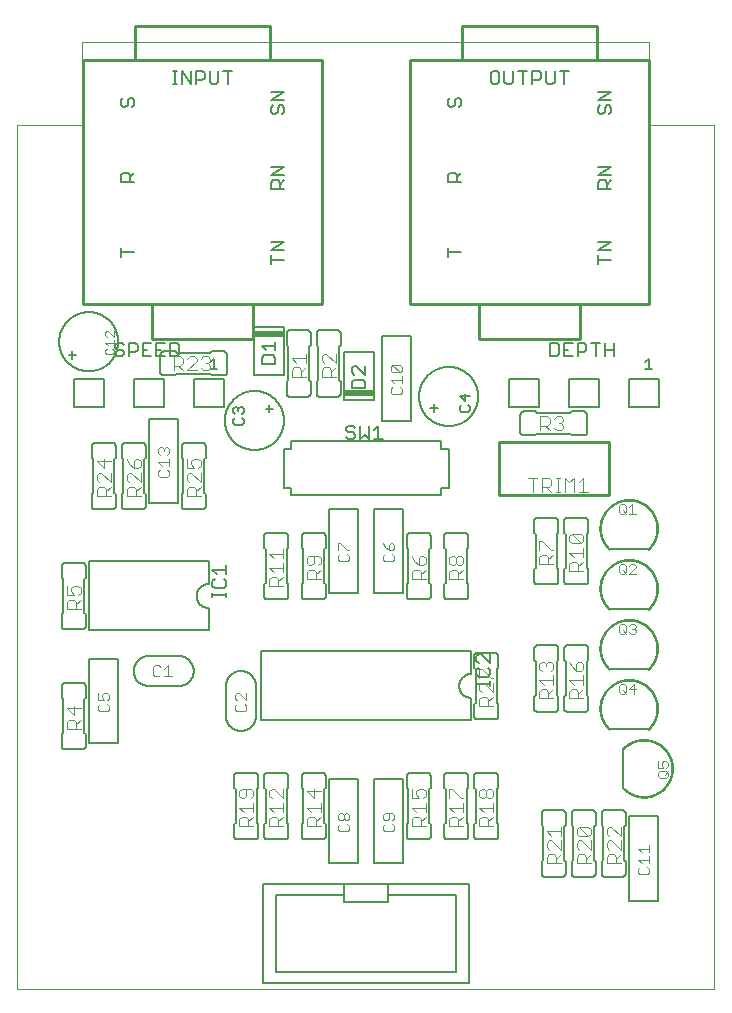
<source format=gto>
G75*
%MOIN*%
%OFA0B0*%
%FSLAX25Y25*%
%IPPOS*%
%LPD*%
%AMOC8*
5,1,8,0,0,1.08239X$1,22.5*
%
%ADD10C,0.00600*%
%ADD11C,0.00300*%
%ADD12C,0.00500*%
%ADD13C,0.01000*%
%ADD14C,0.00400*%
%ADD15C,0.00800*%
%ADD16R,0.10000X0.02000*%
%ADD17C,0.00060*%
%ADD18C,0.00000*%
D10*
X0077600Y0085937D02*
X0077600Y0089937D01*
X0078100Y0090437D01*
X0078100Y0101563D01*
X0077600Y0102063D01*
X0077600Y0106063D01*
X0077602Y0106123D01*
X0077607Y0106184D01*
X0077616Y0106243D01*
X0077629Y0106302D01*
X0077645Y0106361D01*
X0077665Y0106418D01*
X0077688Y0106473D01*
X0077715Y0106528D01*
X0077744Y0106580D01*
X0077777Y0106631D01*
X0077813Y0106680D01*
X0077851Y0106726D01*
X0077893Y0106770D01*
X0077937Y0106812D01*
X0077983Y0106850D01*
X0078032Y0106886D01*
X0078083Y0106919D01*
X0078135Y0106948D01*
X0078190Y0106975D01*
X0078245Y0106998D01*
X0078302Y0107018D01*
X0078361Y0107034D01*
X0078420Y0107047D01*
X0078479Y0107056D01*
X0078540Y0107061D01*
X0078600Y0107063D01*
X0084600Y0107063D01*
X0084660Y0107061D01*
X0084721Y0107056D01*
X0084780Y0107047D01*
X0084839Y0107034D01*
X0084898Y0107018D01*
X0084955Y0106998D01*
X0085010Y0106975D01*
X0085065Y0106948D01*
X0085117Y0106919D01*
X0085168Y0106886D01*
X0085217Y0106850D01*
X0085263Y0106812D01*
X0085307Y0106770D01*
X0085349Y0106726D01*
X0085387Y0106680D01*
X0085423Y0106631D01*
X0085456Y0106580D01*
X0085485Y0106528D01*
X0085512Y0106473D01*
X0085535Y0106418D01*
X0085555Y0106361D01*
X0085571Y0106302D01*
X0085584Y0106243D01*
X0085593Y0106184D01*
X0085598Y0106123D01*
X0085600Y0106063D01*
X0085600Y0102063D01*
X0085100Y0101563D01*
X0085100Y0090437D01*
X0085600Y0089937D01*
X0085600Y0085937D01*
X0085598Y0085877D01*
X0085593Y0085816D01*
X0085584Y0085757D01*
X0085571Y0085698D01*
X0085555Y0085639D01*
X0085535Y0085582D01*
X0085512Y0085527D01*
X0085485Y0085472D01*
X0085456Y0085420D01*
X0085423Y0085369D01*
X0085387Y0085320D01*
X0085349Y0085274D01*
X0085307Y0085230D01*
X0085263Y0085188D01*
X0085217Y0085150D01*
X0085168Y0085114D01*
X0085117Y0085081D01*
X0085065Y0085052D01*
X0085010Y0085025D01*
X0084955Y0085002D01*
X0084898Y0084982D01*
X0084839Y0084966D01*
X0084780Y0084953D01*
X0084721Y0084944D01*
X0084660Y0084939D01*
X0084600Y0084937D01*
X0078600Y0084937D01*
X0078540Y0084939D01*
X0078479Y0084944D01*
X0078420Y0084953D01*
X0078361Y0084966D01*
X0078302Y0084982D01*
X0078245Y0085002D01*
X0078190Y0085025D01*
X0078135Y0085052D01*
X0078083Y0085081D01*
X0078032Y0085114D01*
X0077983Y0085150D01*
X0077937Y0085188D01*
X0077893Y0085230D01*
X0077851Y0085274D01*
X0077813Y0085320D01*
X0077777Y0085369D01*
X0077744Y0085420D01*
X0077715Y0085472D01*
X0077688Y0085527D01*
X0077665Y0085582D01*
X0077645Y0085639D01*
X0077629Y0085698D01*
X0077616Y0085757D01*
X0077607Y0085816D01*
X0077602Y0085877D01*
X0077600Y0085937D01*
X0087600Y0085937D02*
X0087600Y0089937D01*
X0088100Y0090437D01*
X0088100Y0101563D01*
X0087600Y0102063D01*
X0087600Y0106063D01*
X0087602Y0106123D01*
X0087607Y0106184D01*
X0087616Y0106243D01*
X0087629Y0106302D01*
X0087645Y0106361D01*
X0087665Y0106418D01*
X0087688Y0106473D01*
X0087715Y0106528D01*
X0087744Y0106580D01*
X0087777Y0106631D01*
X0087813Y0106680D01*
X0087851Y0106726D01*
X0087893Y0106770D01*
X0087937Y0106812D01*
X0087983Y0106850D01*
X0088032Y0106886D01*
X0088083Y0106919D01*
X0088135Y0106948D01*
X0088190Y0106975D01*
X0088245Y0106998D01*
X0088302Y0107018D01*
X0088361Y0107034D01*
X0088420Y0107047D01*
X0088479Y0107056D01*
X0088540Y0107061D01*
X0088600Y0107063D01*
X0094600Y0107063D01*
X0094660Y0107061D01*
X0094721Y0107056D01*
X0094780Y0107047D01*
X0094839Y0107034D01*
X0094898Y0107018D01*
X0094955Y0106998D01*
X0095010Y0106975D01*
X0095065Y0106948D01*
X0095117Y0106919D01*
X0095168Y0106886D01*
X0095217Y0106850D01*
X0095263Y0106812D01*
X0095307Y0106770D01*
X0095349Y0106726D01*
X0095387Y0106680D01*
X0095423Y0106631D01*
X0095456Y0106580D01*
X0095485Y0106528D01*
X0095512Y0106473D01*
X0095535Y0106418D01*
X0095555Y0106361D01*
X0095571Y0106302D01*
X0095584Y0106243D01*
X0095593Y0106184D01*
X0095598Y0106123D01*
X0095600Y0106063D01*
X0095600Y0102063D01*
X0095100Y0101563D01*
X0095100Y0090437D01*
X0095600Y0089937D01*
X0095600Y0085937D01*
X0095598Y0085877D01*
X0095593Y0085816D01*
X0095584Y0085757D01*
X0095571Y0085698D01*
X0095555Y0085639D01*
X0095535Y0085582D01*
X0095512Y0085527D01*
X0095485Y0085472D01*
X0095456Y0085420D01*
X0095423Y0085369D01*
X0095387Y0085320D01*
X0095349Y0085274D01*
X0095307Y0085230D01*
X0095263Y0085188D01*
X0095217Y0085150D01*
X0095168Y0085114D01*
X0095117Y0085081D01*
X0095065Y0085052D01*
X0095010Y0085025D01*
X0094955Y0085002D01*
X0094898Y0084982D01*
X0094839Y0084966D01*
X0094780Y0084953D01*
X0094721Y0084944D01*
X0094660Y0084939D01*
X0094600Y0084937D01*
X0088600Y0084937D01*
X0088540Y0084939D01*
X0088479Y0084944D01*
X0088420Y0084953D01*
X0088361Y0084966D01*
X0088302Y0084982D01*
X0088245Y0085002D01*
X0088190Y0085025D01*
X0088135Y0085052D01*
X0088083Y0085081D01*
X0088032Y0085114D01*
X0087983Y0085150D01*
X0087937Y0085188D01*
X0087893Y0085230D01*
X0087851Y0085274D01*
X0087813Y0085320D01*
X0087777Y0085369D01*
X0087744Y0085420D01*
X0087715Y0085472D01*
X0087688Y0085527D01*
X0087665Y0085582D01*
X0087645Y0085639D01*
X0087629Y0085698D01*
X0087616Y0085757D01*
X0087607Y0085816D01*
X0087602Y0085877D01*
X0087600Y0085937D01*
X0100100Y0085937D02*
X0100100Y0089937D01*
X0100600Y0090437D01*
X0100600Y0101563D01*
X0100100Y0102063D01*
X0100100Y0106063D01*
X0100102Y0106123D01*
X0100107Y0106184D01*
X0100116Y0106243D01*
X0100129Y0106302D01*
X0100145Y0106361D01*
X0100165Y0106418D01*
X0100188Y0106473D01*
X0100215Y0106528D01*
X0100244Y0106580D01*
X0100277Y0106631D01*
X0100313Y0106680D01*
X0100351Y0106726D01*
X0100393Y0106770D01*
X0100437Y0106812D01*
X0100483Y0106850D01*
X0100532Y0106886D01*
X0100583Y0106919D01*
X0100635Y0106948D01*
X0100690Y0106975D01*
X0100745Y0106998D01*
X0100802Y0107018D01*
X0100861Y0107034D01*
X0100920Y0107047D01*
X0100979Y0107056D01*
X0101040Y0107061D01*
X0101100Y0107063D01*
X0107100Y0107063D01*
X0107160Y0107061D01*
X0107221Y0107056D01*
X0107280Y0107047D01*
X0107339Y0107034D01*
X0107398Y0107018D01*
X0107455Y0106998D01*
X0107510Y0106975D01*
X0107565Y0106948D01*
X0107617Y0106919D01*
X0107668Y0106886D01*
X0107717Y0106850D01*
X0107763Y0106812D01*
X0107807Y0106770D01*
X0107849Y0106726D01*
X0107887Y0106680D01*
X0107923Y0106631D01*
X0107956Y0106580D01*
X0107985Y0106528D01*
X0108012Y0106473D01*
X0108035Y0106418D01*
X0108055Y0106361D01*
X0108071Y0106302D01*
X0108084Y0106243D01*
X0108093Y0106184D01*
X0108098Y0106123D01*
X0108100Y0106063D01*
X0108100Y0102063D01*
X0107600Y0101563D01*
X0107600Y0090437D01*
X0108100Y0089937D01*
X0108100Y0085937D01*
X0108098Y0085877D01*
X0108093Y0085816D01*
X0108084Y0085757D01*
X0108071Y0085698D01*
X0108055Y0085639D01*
X0108035Y0085582D01*
X0108012Y0085527D01*
X0107985Y0085472D01*
X0107956Y0085420D01*
X0107923Y0085369D01*
X0107887Y0085320D01*
X0107849Y0085274D01*
X0107807Y0085230D01*
X0107763Y0085188D01*
X0107717Y0085150D01*
X0107668Y0085114D01*
X0107617Y0085081D01*
X0107565Y0085052D01*
X0107510Y0085025D01*
X0107455Y0085002D01*
X0107398Y0084982D01*
X0107339Y0084966D01*
X0107280Y0084953D01*
X0107221Y0084944D01*
X0107160Y0084939D01*
X0107100Y0084937D01*
X0101100Y0084937D01*
X0101040Y0084939D01*
X0100979Y0084944D01*
X0100920Y0084953D01*
X0100861Y0084966D01*
X0100802Y0084982D01*
X0100745Y0085002D01*
X0100690Y0085025D01*
X0100635Y0085052D01*
X0100583Y0085081D01*
X0100532Y0085114D01*
X0100483Y0085150D01*
X0100437Y0085188D01*
X0100393Y0085230D01*
X0100351Y0085274D01*
X0100313Y0085320D01*
X0100277Y0085369D01*
X0100244Y0085420D01*
X0100215Y0085472D01*
X0100188Y0085527D01*
X0100165Y0085582D01*
X0100145Y0085639D01*
X0100129Y0085698D01*
X0100116Y0085757D01*
X0100107Y0085816D01*
X0100102Y0085877D01*
X0100100Y0085937D01*
X0109218Y0076894D02*
X0109218Y0105106D01*
X0118982Y0105106D01*
X0118982Y0076894D01*
X0109218Y0076894D01*
X0124218Y0076894D02*
X0124218Y0105106D01*
X0133982Y0105106D01*
X0133982Y0076894D01*
X0124218Y0076894D01*
X0135100Y0085937D02*
X0135100Y0089937D01*
X0135600Y0090437D01*
X0135600Y0101563D01*
X0135100Y0102063D01*
X0135100Y0106063D01*
X0135102Y0106123D01*
X0135107Y0106184D01*
X0135116Y0106243D01*
X0135129Y0106302D01*
X0135145Y0106361D01*
X0135165Y0106418D01*
X0135188Y0106473D01*
X0135215Y0106528D01*
X0135244Y0106580D01*
X0135277Y0106631D01*
X0135313Y0106680D01*
X0135351Y0106726D01*
X0135393Y0106770D01*
X0135437Y0106812D01*
X0135483Y0106850D01*
X0135532Y0106886D01*
X0135583Y0106919D01*
X0135635Y0106948D01*
X0135690Y0106975D01*
X0135745Y0106998D01*
X0135802Y0107018D01*
X0135861Y0107034D01*
X0135920Y0107047D01*
X0135979Y0107056D01*
X0136040Y0107061D01*
X0136100Y0107063D01*
X0142100Y0107063D01*
X0142160Y0107061D01*
X0142221Y0107056D01*
X0142280Y0107047D01*
X0142339Y0107034D01*
X0142398Y0107018D01*
X0142455Y0106998D01*
X0142510Y0106975D01*
X0142565Y0106948D01*
X0142617Y0106919D01*
X0142668Y0106886D01*
X0142717Y0106850D01*
X0142763Y0106812D01*
X0142807Y0106770D01*
X0142849Y0106726D01*
X0142887Y0106680D01*
X0142923Y0106631D01*
X0142956Y0106580D01*
X0142985Y0106528D01*
X0143012Y0106473D01*
X0143035Y0106418D01*
X0143055Y0106361D01*
X0143071Y0106302D01*
X0143084Y0106243D01*
X0143093Y0106184D01*
X0143098Y0106123D01*
X0143100Y0106063D01*
X0143100Y0102063D01*
X0142600Y0101563D01*
X0142600Y0090437D01*
X0143100Y0089937D01*
X0143100Y0085937D01*
X0143098Y0085877D01*
X0143093Y0085816D01*
X0143084Y0085757D01*
X0143071Y0085698D01*
X0143055Y0085639D01*
X0143035Y0085582D01*
X0143012Y0085527D01*
X0142985Y0085472D01*
X0142956Y0085420D01*
X0142923Y0085369D01*
X0142887Y0085320D01*
X0142849Y0085274D01*
X0142807Y0085230D01*
X0142763Y0085188D01*
X0142717Y0085150D01*
X0142668Y0085114D01*
X0142617Y0085081D01*
X0142565Y0085052D01*
X0142510Y0085025D01*
X0142455Y0085002D01*
X0142398Y0084982D01*
X0142339Y0084966D01*
X0142280Y0084953D01*
X0142221Y0084944D01*
X0142160Y0084939D01*
X0142100Y0084937D01*
X0136100Y0084937D01*
X0136040Y0084939D01*
X0135979Y0084944D01*
X0135920Y0084953D01*
X0135861Y0084966D01*
X0135802Y0084982D01*
X0135745Y0085002D01*
X0135690Y0085025D01*
X0135635Y0085052D01*
X0135583Y0085081D01*
X0135532Y0085114D01*
X0135483Y0085150D01*
X0135437Y0085188D01*
X0135393Y0085230D01*
X0135351Y0085274D01*
X0135313Y0085320D01*
X0135277Y0085369D01*
X0135244Y0085420D01*
X0135215Y0085472D01*
X0135188Y0085527D01*
X0135165Y0085582D01*
X0135145Y0085639D01*
X0135129Y0085698D01*
X0135116Y0085757D01*
X0135107Y0085816D01*
X0135102Y0085877D01*
X0135100Y0085937D01*
X0147600Y0085937D02*
X0147600Y0089937D01*
X0148100Y0090437D01*
X0148100Y0101563D01*
X0147600Y0102063D01*
X0147600Y0106063D01*
X0147602Y0106123D01*
X0147607Y0106184D01*
X0147616Y0106243D01*
X0147629Y0106302D01*
X0147645Y0106361D01*
X0147665Y0106418D01*
X0147688Y0106473D01*
X0147715Y0106528D01*
X0147744Y0106580D01*
X0147777Y0106631D01*
X0147813Y0106680D01*
X0147851Y0106726D01*
X0147893Y0106770D01*
X0147937Y0106812D01*
X0147983Y0106850D01*
X0148032Y0106886D01*
X0148083Y0106919D01*
X0148135Y0106948D01*
X0148190Y0106975D01*
X0148245Y0106998D01*
X0148302Y0107018D01*
X0148361Y0107034D01*
X0148420Y0107047D01*
X0148479Y0107056D01*
X0148540Y0107061D01*
X0148600Y0107063D01*
X0154600Y0107063D01*
X0154660Y0107061D01*
X0154721Y0107056D01*
X0154780Y0107047D01*
X0154839Y0107034D01*
X0154898Y0107018D01*
X0154955Y0106998D01*
X0155010Y0106975D01*
X0155065Y0106948D01*
X0155117Y0106919D01*
X0155168Y0106886D01*
X0155217Y0106850D01*
X0155263Y0106812D01*
X0155307Y0106770D01*
X0155349Y0106726D01*
X0155387Y0106680D01*
X0155423Y0106631D01*
X0155456Y0106580D01*
X0155485Y0106528D01*
X0155512Y0106473D01*
X0155535Y0106418D01*
X0155555Y0106361D01*
X0155571Y0106302D01*
X0155584Y0106243D01*
X0155593Y0106184D01*
X0155598Y0106123D01*
X0155600Y0106063D01*
X0155600Y0102063D01*
X0155100Y0101563D01*
X0155100Y0090437D01*
X0155600Y0089937D01*
X0155600Y0085937D01*
X0155598Y0085877D01*
X0155593Y0085816D01*
X0155584Y0085757D01*
X0155571Y0085698D01*
X0155555Y0085639D01*
X0155535Y0085582D01*
X0155512Y0085527D01*
X0155485Y0085472D01*
X0155456Y0085420D01*
X0155423Y0085369D01*
X0155387Y0085320D01*
X0155349Y0085274D01*
X0155307Y0085230D01*
X0155263Y0085188D01*
X0155217Y0085150D01*
X0155168Y0085114D01*
X0155117Y0085081D01*
X0155065Y0085052D01*
X0155010Y0085025D01*
X0154955Y0085002D01*
X0154898Y0084982D01*
X0154839Y0084966D01*
X0154780Y0084953D01*
X0154721Y0084944D01*
X0154660Y0084939D01*
X0154600Y0084937D01*
X0148600Y0084937D01*
X0148540Y0084939D01*
X0148479Y0084944D01*
X0148420Y0084953D01*
X0148361Y0084966D01*
X0148302Y0084982D01*
X0148245Y0085002D01*
X0148190Y0085025D01*
X0148135Y0085052D01*
X0148083Y0085081D01*
X0148032Y0085114D01*
X0147983Y0085150D01*
X0147937Y0085188D01*
X0147893Y0085230D01*
X0147851Y0085274D01*
X0147813Y0085320D01*
X0147777Y0085369D01*
X0147744Y0085420D01*
X0147715Y0085472D01*
X0147688Y0085527D01*
X0147665Y0085582D01*
X0147645Y0085639D01*
X0147629Y0085698D01*
X0147616Y0085757D01*
X0147607Y0085816D01*
X0147602Y0085877D01*
X0147600Y0085937D01*
X0157600Y0085937D02*
X0157600Y0089937D01*
X0158100Y0090437D01*
X0158100Y0101563D01*
X0157600Y0102063D01*
X0157600Y0106063D01*
X0157602Y0106123D01*
X0157607Y0106184D01*
X0157616Y0106243D01*
X0157629Y0106302D01*
X0157645Y0106361D01*
X0157665Y0106418D01*
X0157688Y0106473D01*
X0157715Y0106528D01*
X0157744Y0106580D01*
X0157777Y0106631D01*
X0157813Y0106680D01*
X0157851Y0106726D01*
X0157893Y0106770D01*
X0157937Y0106812D01*
X0157983Y0106850D01*
X0158032Y0106886D01*
X0158083Y0106919D01*
X0158135Y0106948D01*
X0158190Y0106975D01*
X0158245Y0106998D01*
X0158302Y0107018D01*
X0158361Y0107034D01*
X0158420Y0107047D01*
X0158479Y0107056D01*
X0158540Y0107061D01*
X0158600Y0107063D01*
X0164600Y0107063D01*
X0164660Y0107061D01*
X0164721Y0107056D01*
X0164780Y0107047D01*
X0164839Y0107034D01*
X0164898Y0107018D01*
X0164955Y0106998D01*
X0165010Y0106975D01*
X0165065Y0106948D01*
X0165117Y0106919D01*
X0165168Y0106886D01*
X0165217Y0106850D01*
X0165263Y0106812D01*
X0165307Y0106770D01*
X0165349Y0106726D01*
X0165387Y0106680D01*
X0165423Y0106631D01*
X0165456Y0106580D01*
X0165485Y0106528D01*
X0165512Y0106473D01*
X0165535Y0106418D01*
X0165555Y0106361D01*
X0165571Y0106302D01*
X0165584Y0106243D01*
X0165593Y0106184D01*
X0165598Y0106123D01*
X0165600Y0106063D01*
X0165600Y0102063D01*
X0165100Y0101563D01*
X0165100Y0090437D01*
X0165600Y0089937D01*
X0165600Y0085937D01*
X0165598Y0085877D01*
X0165593Y0085816D01*
X0165584Y0085757D01*
X0165571Y0085698D01*
X0165555Y0085639D01*
X0165535Y0085582D01*
X0165512Y0085527D01*
X0165485Y0085472D01*
X0165456Y0085420D01*
X0165423Y0085369D01*
X0165387Y0085320D01*
X0165349Y0085274D01*
X0165307Y0085230D01*
X0165263Y0085188D01*
X0165217Y0085150D01*
X0165168Y0085114D01*
X0165117Y0085081D01*
X0165065Y0085052D01*
X0165010Y0085025D01*
X0164955Y0085002D01*
X0164898Y0084982D01*
X0164839Y0084966D01*
X0164780Y0084953D01*
X0164721Y0084944D01*
X0164660Y0084939D01*
X0164600Y0084937D01*
X0158600Y0084937D01*
X0158540Y0084939D01*
X0158479Y0084944D01*
X0158420Y0084953D01*
X0158361Y0084966D01*
X0158302Y0084982D01*
X0158245Y0085002D01*
X0158190Y0085025D01*
X0158135Y0085052D01*
X0158083Y0085081D01*
X0158032Y0085114D01*
X0157983Y0085150D01*
X0157937Y0085188D01*
X0157893Y0085230D01*
X0157851Y0085274D01*
X0157813Y0085320D01*
X0157777Y0085369D01*
X0157744Y0085420D01*
X0157715Y0085472D01*
X0157688Y0085527D01*
X0157665Y0085582D01*
X0157645Y0085639D01*
X0157629Y0085698D01*
X0157616Y0085757D01*
X0157607Y0085816D01*
X0157602Y0085877D01*
X0157600Y0085937D01*
X0180100Y0089563D02*
X0180600Y0089063D01*
X0180600Y0077937D01*
X0180100Y0077437D01*
X0180100Y0073437D01*
X0180102Y0073377D01*
X0180107Y0073316D01*
X0180116Y0073257D01*
X0180129Y0073198D01*
X0180145Y0073139D01*
X0180165Y0073082D01*
X0180188Y0073027D01*
X0180215Y0072972D01*
X0180244Y0072920D01*
X0180277Y0072869D01*
X0180313Y0072820D01*
X0180351Y0072774D01*
X0180393Y0072730D01*
X0180437Y0072688D01*
X0180483Y0072650D01*
X0180532Y0072614D01*
X0180583Y0072581D01*
X0180635Y0072552D01*
X0180690Y0072525D01*
X0180745Y0072502D01*
X0180802Y0072482D01*
X0180861Y0072466D01*
X0180920Y0072453D01*
X0180979Y0072444D01*
X0181040Y0072439D01*
X0181100Y0072437D01*
X0187100Y0072437D01*
X0187160Y0072439D01*
X0187221Y0072444D01*
X0187280Y0072453D01*
X0187339Y0072466D01*
X0187398Y0072482D01*
X0187455Y0072502D01*
X0187510Y0072525D01*
X0187565Y0072552D01*
X0187617Y0072581D01*
X0187668Y0072614D01*
X0187717Y0072650D01*
X0187763Y0072688D01*
X0187807Y0072730D01*
X0187849Y0072774D01*
X0187887Y0072820D01*
X0187923Y0072869D01*
X0187956Y0072920D01*
X0187985Y0072972D01*
X0188012Y0073027D01*
X0188035Y0073082D01*
X0188055Y0073139D01*
X0188071Y0073198D01*
X0188084Y0073257D01*
X0188093Y0073316D01*
X0188098Y0073377D01*
X0188100Y0073437D01*
X0188100Y0077437D01*
X0187600Y0077937D01*
X0187600Y0089063D01*
X0188100Y0089563D01*
X0188100Y0093563D01*
X0188098Y0093623D01*
X0188093Y0093684D01*
X0188084Y0093743D01*
X0188071Y0093802D01*
X0188055Y0093861D01*
X0188035Y0093918D01*
X0188012Y0093973D01*
X0187985Y0094028D01*
X0187956Y0094080D01*
X0187923Y0094131D01*
X0187887Y0094180D01*
X0187849Y0094226D01*
X0187807Y0094270D01*
X0187763Y0094312D01*
X0187717Y0094350D01*
X0187668Y0094386D01*
X0187617Y0094419D01*
X0187565Y0094448D01*
X0187510Y0094475D01*
X0187455Y0094498D01*
X0187398Y0094518D01*
X0187339Y0094534D01*
X0187280Y0094547D01*
X0187221Y0094556D01*
X0187160Y0094561D01*
X0187100Y0094563D01*
X0181100Y0094563D01*
X0181040Y0094561D01*
X0180979Y0094556D01*
X0180920Y0094547D01*
X0180861Y0094534D01*
X0180802Y0094518D01*
X0180745Y0094498D01*
X0180690Y0094475D01*
X0180635Y0094448D01*
X0180583Y0094419D01*
X0180532Y0094386D01*
X0180483Y0094350D01*
X0180437Y0094312D01*
X0180393Y0094270D01*
X0180351Y0094226D01*
X0180313Y0094180D01*
X0180277Y0094131D01*
X0180244Y0094080D01*
X0180215Y0094028D01*
X0180188Y0093973D01*
X0180165Y0093918D01*
X0180145Y0093861D01*
X0180129Y0093802D01*
X0180116Y0093743D01*
X0180107Y0093684D01*
X0180102Y0093623D01*
X0180100Y0093563D01*
X0180100Y0089563D01*
X0190100Y0089563D02*
X0190600Y0089063D01*
X0190600Y0077937D01*
X0190100Y0077437D01*
X0190100Y0073437D01*
X0190102Y0073377D01*
X0190107Y0073316D01*
X0190116Y0073257D01*
X0190129Y0073198D01*
X0190145Y0073139D01*
X0190165Y0073082D01*
X0190188Y0073027D01*
X0190215Y0072972D01*
X0190244Y0072920D01*
X0190277Y0072869D01*
X0190313Y0072820D01*
X0190351Y0072774D01*
X0190393Y0072730D01*
X0190437Y0072688D01*
X0190483Y0072650D01*
X0190532Y0072614D01*
X0190583Y0072581D01*
X0190635Y0072552D01*
X0190690Y0072525D01*
X0190745Y0072502D01*
X0190802Y0072482D01*
X0190861Y0072466D01*
X0190920Y0072453D01*
X0190979Y0072444D01*
X0191040Y0072439D01*
X0191100Y0072437D01*
X0197100Y0072437D01*
X0197160Y0072439D01*
X0197221Y0072444D01*
X0197280Y0072453D01*
X0197339Y0072466D01*
X0197398Y0072482D01*
X0197455Y0072502D01*
X0197510Y0072525D01*
X0197565Y0072552D01*
X0197617Y0072581D01*
X0197668Y0072614D01*
X0197717Y0072650D01*
X0197763Y0072688D01*
X0197807Y0072730D01*
X0197849Y0072774D01*
X0197887Y0072820D01*
X0197923Y0072869D01*
X0197956Y0072920D01*
X0197985Y0072972D01*
X0198012Y0073027D01*
X0198035Y0073082D01*
X0198055Y0073139D01*
X0198071Y0073198D01*
X0198084Y0073257D01*
X0198093Y0073316D01*
X0198098Y0073377D01*
X0198100Y0073437D01*
X0198100Y0077437D01*
X0197600Y0077937D01*
X0197600Y0089063D01*
X0198100Y0089563D01*
X0198100Y0093563D01*
X0198098Y0093623D01*
X0198093Y0093684D01*
X0198084Y0093743D01*
X0198071Y0093802D01*
X0198055Y0093861D01*
X0198035Y0093918D01*
X0198012Y0093973D01*
X0197985Y0094028D01*
X0197956Y0094080D01*
X0197923Y0094131D01*
X0197887Y0094180D01*
X0197849Y0094226D01*
X0197807Y0094270D01*
X0197763Y0094312D01*
X0197717Y0094350D01*
X0197668Y0094386D01*
X0197617Y0094419D01*
X0197565Y0094448D01*
X0197510Y0094475D01*
X0197455Y0094498D01*
X0197398Y0094518D01*
X0197339Y0094534D01*
X0197280Y0094547D01*
X0197221Y0094556D01*
X0197160Y0094561D01*
X0197100Y0094563D01*
X0191100Y0094563D01*
X0191040Y0094561D01*
X0190979Y0094556D01*
X0190920Y0094547D01*
X0190861Y0094534D01*
X0190802Y0094518D01*
X0190745Y0094498D01*
X0190690Y0094475D01*
X0190635Y0094448D01*
X0190583Y0094419D01*
X0190532Y0094386D01*
X0190483Y0094350D01*
X0190437Y0094312D01*
X0190393Y0094270D01*
X0190351Y0094226D01*
X0190313Y0094180D01*
X0190277Y0094131D01*
X0190244Y0094080D01*
X0190215Y0094028D01*
X0190188Y0093973D01*
X0190165Y0093918D01*
X0190145Y0093861D01*
X0190129Y0093802D01*
X0190116Y0093743D01*
X0190107Y0093684D01*
X0190102Y0093623D01*
X0190100Y0093563D01*
X0190100Y0089563D01*
X0200100Y0089563D02*
X0200600Y0089063D01*
X0200600Y0077937D01*
X0200100Y0077437D01*
X0200100Y0073437D01*
X0200102Y0073377D01*
X0200107Y0073316D01*
X0200116Y0073257D01*
X0200129Y0073198D01*
X0200145Y0073139D01*
X0200165Y0073082D01*
X0200188Y0073027D01*
X0200215Y0072972D01*
X0200244Y0072920D01*
X0200277Y0072869D01*
X0200313Y0072820D01*
X0200351Y0072774D01*
X0200393Y0072730D01*
X0200437Y0072688D01*
X0200483Y0072650D01*
X0200532Y0072614D01*
X0200583Y0072581D01*
X0200635Y0072552D01*
X0200690Y0072525D01*
X0200745Y0072502D01*
X0200802Y0072482D01*
X0200861Y0072466D01*
X0200920Y0072453D01*
X0200979Y0072444D01*
X0201040Y0072439D01*
X0201100Y0072437D01*
X0207100Y0072437D01*
X0207160Y0072439D01*
X0207221Y0072444D01*
X0207280Y0072453D01*
X0207339Y0072466D01*
X0207398Y0072482D01*
X0207455Y0072502D01*
X0207510Y0072525D01*
X0207565Y0072552D01*
X0207617Y0072581D01*
X0207668Y0072614D01*
X0207717Y0072650D01*
X0207763Y0072688D01*
X0207807Y0072730D01*
X0207849Y0072774D01*
X0207887Y0072820D01*
X0207923Y0072869D01*
X0207956Y0072920D01*
X0207985Y0072972D01*
X0208012Y0073027D01*
X0208035Y0073082D01*
X0208055Y0073139D01*
X0208071Y0073198D01*
X0208084Y0073257D01*
X0208093Y0073316D01*
X0208098Y0073377D01*
X0208100Y0073437D01*
X0208100Y0077437D01*
X0207600Y0077937D01*
X0207600Y0089063D01*
X0208100Y0089563D01*
X0208100Y0093563D01*
X0208098Y0093623D01*
X0208093Y0093684D01*
X0208084Y0093743D01*
X0208071Y0093802D01*
X0208055Y0093861D01*
X0208035Y0093918D01*
X0208012Y0093973D01*
X0207985Y0094028D01*
X0207956Y0094080D01*
X0207923Y0094131D01*
X0207887Y0094180D01*
X0207849Y0094226D01*
X0207807Y0094270D01*
X0207763Y0094312D01*
X0207717Y0094350D01*
X0207668Y0094386D01*
X0207617Y0094419D01*
X0207565Y0094448D01*
X0207510Y0094475D01*
X0207455Y0094498D01*
X0207398Y0094518D01*
X0207339Y0094534D01*
X0207280Y0094547D01*
X0207221Y0094556D01*
X0207160Y0094561D01*
X0207100Y0094563D01*
X0201100Y0094563D01*
X0201040Y0094561D01*
X0200979Y0094556D01*
X0200920Y0094547D01*
X0200861Y0094534D01*
X0200802Y0094518D01*
X0200745Y0094498D01*
X0200690Y0094475D01*
X0200635Y0094448D01*
X0200583Y0094419D01*
X0200532Y0094386D01*
X0200483Y0094350D01*
X0200437Y0094312D01*
X0200393Y0094270D01*
X0200351Y0094226D01*
X0200313Y0094180D01*
X0200277Y0094131D01*
X0200244Y0094080D01*
X0200215Y0094028D01*
X0200188Y0093973D01*
X0200165Y0093918D01*
X0200145Y0093861D01*
X0200129Y0093802D01*
X0200116Y0093743D01*
X0200107Y0093684D01*
X0200102Y0093623D01*
X0200100Y0093563D01*
X0200100Y0089563D01*
X0207100Y0102079D02*
X0207100Y0114921D01*
X0202679Y0121500D02*
X0215521Y0121500D01*
X0215521Y0141500D02*
X0202679Y0141500D01*
X0195600Y0144563D02*
X0195100Y0144063D01*
X0195100Y0132937D01*
X0195600Y0132437D01*
X0195600Y0128437D01*
X0195598Y0128377D01*
X0195593Y0128316D01*
X0195584Y0128257D01*
X0195571Y0128198D01*
X0195555Y0128139D01*
X0195535Y0128082D01*
X0195512Y0128027D01*
X0195485Y0127972D01*
X0195456Y0127920D01*
X0195423Y0127869D01*
X0195387Y0127820D01*
X0195349Y0127774D01*
X0195307Y0127730D01*
X0195263Y0127688D01*
X0195217Y0127650D01*
X0195168Y0127614D01*
X0195117Y0127581D01*
X0195065Y0127552D01*
X0195010Y0127525D01*
X0194955Y0127502D01*
X0194898Y0127482D01*
X0194839Y0127466D01*
X0194780Y0127453D01*
X0194721Y0127444D01*
X0194660Y0127439D01*
X0194600Y0127437D01*
X0188600Y0127437D01*
X0188540Y0127439D01*
X0188479Y0127444D01*
X0188420Y0127453D01*
X0188361Y0127466D01*
X0188302Y0127482D01*
X0188245Y0127502D01*
X0188190Y0127525D01*
X0188135Y0127552D01*
X0188083Y0127581D01*
X0188032Y0127614D01*
X0187983Y0127650D01*
X0187937Y0127688D01*
X0187893Y0127730D01*
X0187851Y0127774D01*
X0187813Y0127820D01*
X0187777Y0127869D01*
X0187744Y0127920D01*
X0187715Y0127972D01*
X0187688Y0128027D01*
X0187665Y0128082D01*
X0187645Y0128139D01*
X0187629Y0128198D01*
X0187616Y0128257D01*
X0187607Y0128316D01*
X0187602Y0128377D01*
X0187600Y0128437D01*
X0187600Y0132437D01*
X0188100Y0132937D01*
X0188100Y0144063D01*
X0187600Y0144563D01*
X0187600Y0148563D01*
X0187602Y0148623D01*
X0187607Y0148684D01*
X0187616Y0148743D01*
X0187629Y0148802D01*
X0187645Y0148861D01*
X0187665Y0148918D01*
X0187688Y0148973D01*
X0187715Y0149028D01*
X0187744Y0149080D01*
X0187777Y0149131D01*
X0187813Y0149180D01*
X0187851Y0149226D01*
X0187893Y0149270D01*
X0187937Y0149312D01*
X0187983Y0149350D01*
X0188032Y0149386D01*
X0188083Y0149419D01*
X0188135Y0149448D01*
X0188190Y0149475D01*
X0188245Y0149498D01*
X0188302Y0149518D01*
X0188361Y0149534D01*
X0188420Y0149547D01*
X0188479Y0149556D01*
X0188540Y0149561D01*
X0188600Y0149563D01*
X0194600Y0149563D01*
X0194660Y0149561D01*
X0194721Y0149556D01*
X0194780Y0149547D01*
X0194839Y0149534D01*
X0194898Y0149518D01*
X0194955Y0149498D01*
X0195010Y0149475D01*
X0195065Y0149448D01*
X0195117Y0149419D01*
X0195168Y0149386D01*
X0195217Y0149350D01*
X0195263Y0149312D01*
X0195307Y0149270D01*
X0195349Y0149226D01*
X0195387Y0149180D01*
X0195423Y0149131D01*
X0195456Y0149080D01*
X0195485Y0149028D01*
X0195512Y0148973D01*
X0195535Y0148918D01*
X0195555Y0148861D01*
X0195571Y0148802D01*
X0195584Y0148743D01*
X0195593Y0148684D01*
X0195598Y0148623D01*
X0195600Y0148563D01*
X0195600Y0144563D01*
X0185600Y0144563D02*
X0185100Y0144063D01*
X0185100Y0132937D01*
X0185600Y0132437D01*
X0185600Y0128437D01*
X0185598Y0128377D01*
X0185593Y0128316D01*
X0185584Y0128257D01*
X0185571Y0128198D01*
X0185555Y0128139D01*
X0185535Y0128082D01*
X0185512Y0128027D01*
X0185485Y0127972D01*
X0185456Y0127920D01*
X0185423Y0127869D01*
X0185387Y0127820D01*
X0185349Y0127774D01*
X0185307Y0127730D01*
X0185263Y0127688D01*
X0185217Y0127650D01*
X0185168Y0127614D01*
X0185117Y0127581D01*
X0185065Y0127552D01*
X0185010Y0127525D01*
X0184955Y0127502D01*
X0184898Y0127482D01*
X0184839Y0127466D01*
X0184780Y0127453D01*
X0184721Y0127444D01*
X0184660Y0127439D01*
X0184600Y0127437D01*
X0178600Y0127437D01*
X0178540Y0127439D01*
X0178479Y0127444D01*
X0178420Y0127453D01*
X0178361Y0127466D01*
X0178302Y0127482D01*
X0178245Y0127502D01*
X0178190Y0127525D01*
X0178135Y0127552D01*
X0178083Y0127581D01*
X0178032Y0127614D01*
X0177983Y0127650D01*
X0177937Y0127688D01*
X0177893Y0127730D01*
X0177851Y0127774D01*
X0177813Y0127820D01*
X0177777Y0127869D01*
X0177744Y0127920D01*
X0177715Y0127972D01*
X0177688Y0128027D01*
X0177665Y0128082D01*
X0177645Y0128139D01*
X0177629Y0128198D01*
X0177616Y0128257D01*
X0177607Y0128316D01*
X0177602Y0128377D01*
X0177600Y0128437D01*
X0177600Y0132437D01*
X0178100Y0132937D01*
X0178100Y0144063D01*
X0177600Y0144563D01*
X0177600Y0148563D01*
X0177602Y0148623D01*
X0177607Y0148684D01*
X0177616Y0148743D01*
X0177629Y0148802D01*
X0177645Y0148861D01*
X0177665Y0148918D01*
X0177688Y0148973D01*
X0177715Y0149028D01*
X0177744Y0149080D01*
X0177777Y0149131D01*
X0177813Y0149180D01*
X0177851Y0149226D01*
X0177893Y0149270D01*
X0177937Y0149312D01*
X0177983Y0149350D01*
X0178032Y0149386D01*
X0178083Y0149419D01*
X0178135Y0149448D01*
X0178190Y0149475D01*
X0178245Y0149498D01*
X0178302Y0149518D01*
X0178361Y0149534D01*
X0178420Y0149547D01*
X0178479Y0149556D01*
X0178540Y0149561D01*
X0178600Y0149563D01*
X0184600Y0149563D01*
X0184660Y0149561D01*
X0184721Y0149556D01*
X0184780Y0149547D01*
X0184839Y0149534D01*
X0184898Y0149518D01*
X0184955Y0149498D01*
X0185010Y0149475D01*
X0185065Y0149448D01*
X0185117Y0149419D01*
X0185168Y0149386D01*
X0185217Y0149350D01*
X0185263Y0149312D01*
X0185307Y0149270D01*
X0185349Y0149226D01*
X0185387Y0149180D01*
X0185423Y0149131D01*
X0185456Y0149080D01*
X0185485Y0149028D01*
X0185512Y0148973D01*
X0185535Y0148918D01*
X0185555Y0148861D01*
X0185571Y0148802D01*
X0185584Y0148743D01*
X0185593Y0148684D01*
X0185598Y0148623D01*
X0185600Y0148563D01*
X0185600Y0144563D01*
X0202679Y0161500D02*
X0215521Y0161500D01*
X0215521Y0181500D02*
X0202679Y0181500D01*
X0195600Y0187063D02*
X0195600Y0191063D01*
X0195598Y0191123D01*
X0195593Y0191184D01*
X0195584Y0191243D01*
X0195571Y0191302D01*
X0195555Y0191361D01*
X0195535Y0191418D01*
X0195512Y0191473D01*
X0195485Y0191528D01*
X0195456Y0191580D01*
X0195423Y0191631D01*
X0195387Y0191680D01*
X0195349Y0191726D01*
X0195307Y0191770D01*
X0195263Y0191812D01*
X0195217Y0191850D01*
X0195168Y0191886D01*
X0195117Y0191919D01*
X0195065Y0191948D01*
X0195010Y0191975D01*
X0194955Y0191998D01*
X0194898Y0192018D01*
X0194839Y0192034D01*
X0194780Y0192047D01*
X0194721Y0192056D01*
X0194660Y0192061D01*
X0194600Y0192063D01*
X0188600Y0192063D01*
X0188540Y0192061D01*
X0188479Y0192056D01*
X0188420Y0192047D01*
X0188361Y0192034D01*
X0188302Y0192018D01*
X0188245Y0191998D01*
X0188190Y0191975D01*
X0188135Y0191948D01*
X0188083Y0191919D01*
X0188032Y0191886D01*
X0187983Y0191850D01*
X0187937Y0191812D01*
X0187893Y0191770D01*
X0187851Y0191726D01*
X0187813Y0191680D01*
X0187777Y0191631D01*
X0187744Y0191580D01*
X0187715Y0191528D01*
X0187688Y0191473D01*
X0187665Y0191418D01*
X0187645Y0191361D01*
X0187629Y0191302D01*
X0187616Y0191243D01*
X0187607Y0191184D01*
X0187602Y0191123D01*
X0187600Y0191063D01*
X0187600Y0187063D01*
X0188100Y0186563D01*
X0188100Y0175437D01*
X0187600Y0174937D01*
X0187600Y0170937D01*
X0187602Y0170877D01*
X0187607Y0170816D01*
X0187616Y0170757D01*
X0187629Y0170698D01*
X0187645Y0170639D01*
X0187665Y0170582D01*
X0187688Y0170527D01*
X0187715Y0170472D01*
X0187744Y0170420D01*
X0187777Y0170369D01*
X0187813Y0170320D01*
X0187851Y0170274D01*
X0187893Y0170230D01*
X0187937Y0170188D01*
X0187983Y0170150D01*
X0188032Y0170114D01*
X0188083Y0170081D01*
X0188135Y0170052D01*
X0188190Y0170025D01*
X0188245Y0170002D01*
X0188302Y0169982D01*
X0188361Y0169966D01*
X0188420Y0169953D01*
X0188479Y0169944D01*
X0188540Y0169939D01*
X0188600Y0169937D01*
X0194600Y0169937D01*
X0194660Y0169939D01*
X0194721Y0169944D01*
X0194780Y0169953D01*
X0194839Y0169966D01*
X0194898Y0169982D01*
X0194955Y0170002D01*
X0195010Y0170025D01*
X0195065Y0170052D01*
X0195117Y0170081D01*
X0195168Y0170114D01*
X0195217Y0170150D01*
X0195263Y0170188D01*
X0195307Y0170230D01*
X0195349Y0170274D01*
X0195387Y0170320D01*
X0195423Y0170369D01*
X0195456Y0170420D01*
X0195485Y0170472D01*
X0195512Y0170527D01*
X0195535Y0170582D01*
X0195555Y0170639D01*
X0195571Y0170698D01*
X0195584Y0170757D01*
X0195593Y0170816D01*
X0195598Y0170877D01*
X0195600Y0170937D01*
X0195600Y0174937D01*
X0195100Y0175437D01*
X0195100Y0186563D01*
X0195600Y0187063D01*
X0185600Y0187063D02*
X0185100Y0186563D01*
X0185100Y0175437D01*
X0185600Y0174937D01*
X0185600Y0170937D01*
X0185598Y0170877D01*
X0185593Y0170816D01*
X0185584Y0170757D01*
X0185571Y0170698D01*
X0185555Y0170639D01*
X0185535Y0170582D01*
X0185512Y0170527D01*
X0185485Y0170472D01*
X0185456Y0170420D01*
X0185423Y0170369D01*
X0185387Y0170320D01*
X0185349Y0170274D01*
X0185307Y0170230D01*
X0185263Y0170188D01*
X0185217Y0170150D01*
X0185168Y0170114D01*
X0185117Y0170081D01*
X0185065Y0170052D01*
X0185010Y0170025D01*
X0184955Y0170002D01*
X0184898Y0169982D01*
X0184839Y0169966D01*
X0184780Y0169953D01*
X0184721Y0169944D01*
X0184660Y0169939D01*
X0184600Y0169937D01*
X0178600Y0169937D01*
X0178540Y0169939D01*
X0178479Y0169944D01*
X0178420Y0169953D01*
X0178361Y0169966D01*
X0178302Y0169982D01*
X0178245Y0170002D01*
X0178190Y0170025D01*
X0178135Y0170052D01*
X0178083Y0170081D01*
X0178032Y0170114D01*
X0177983Y0170150D01*
X0177937Y0170188D01*
X0177893Y0170230D01*
X0177851Y0170274D01*
X0177813Y0170320D01*
X0177777Y0170369D01*
X0177744Y0170420D01*
X0177715Y0170472D01*
X0177688Y0170527D01*
X0177665Y0170582D01*
X0177645Y0170639D01*
X0177629Y0170698D01*
X0177616Y0170757D01*
X0177607Y0170816D01*
X0177602Y0170877D01*
X0177600Y0170937D01*
X0177600Y0174937D01*
X0178100Y0175437D01*
X0178100Y0186563D01*
X0177600Y0187063D01*
X0177600Y0191063D01*
X0177602Y0191123D01*
X0177607Y0191184D01*
X0177616Y0191243D01*
X0177629Y0191302D01*
X0177645Y0191361D01*
X0177665Y0191418D01*
X0177688Y0191473D01*
X0177715Y0191528D01*
X0177744Y0191580D01*
X0177777Y0191631D01*
X0177813Y0191680D01*
X0177851Y0191726D01*
X0177893Y0191770D01*
X0177937Y0191812D01*
X0177983Y0191850D01*
X0178032Y0191886D01*
X0178083Y0191919D01*
X0178135Y0191948D01*
X0178190Y0191975D01*
X0178245Y0191998D01*
X0178302Y0192018D01*
X0178361Y0192034D01*
X0178420Y0192047D01*
X0178479Y0192056D01*
X0178540Y0192061D01*
X0178600Y0192063D01*
X0184600Y0192063D01*
X0184660Y0192061D01*
X0184721Y0192056D01*
X0184780Y0192047D01*
X0184839Y0192034D01*
X0184898Y0192018D01*
X0184955Y0191998D01*
X0185010Y0191975D01*
X0185065Y0191948D01*
X0185117Y0191919D01*
X0185168Y0191886D01*
X0185217Y0191850D01*
X0185263Y0191812D01*
X0185307Y0191770D01*
X0185349Y0191726D01*
X0185387Y0191680D01*
X0185423Y0191631D01*
X0185456Y0191580D01*
X0185485Y0191528D01*
X0185512Y0191473D01*
X0185535Y0191418D01*
X0185555Y0191361D01*
X0185571Y0191302D01*
X0185584Y0191243D01*
X0185593Y0191184D01*
X0185598Y0191123D01*
X0185600Y0191063D01*
X0185600Y0187063D01*
X0190163Y0219500D02*
X0189663Y0220000D01*
X0178537Y0220000D01*
X0178037Y0219500D01*
X0174037Y0219500D01*
X0173977Y0219502D01*
X0173916Y0219507D01*
X0173857Y0219516D01*
X0173798Y0219529D01*
X0173739Y0219545D01*
X0173682Y0219565D01*
X0173627Y0219588D01*
X0173572Y0219615D01*
X0173520Y0219644D01*
X0173469Y0219677D01*
X0173420Y0219713D01*
X0173374Y0219751D01*
X0173330Y0219793D01*
X0173288Y0219837D01*
X0173250Y0219883D01*
X0173214Y0219932D01*
X0173181Y0219983D01*
X0173152Y0220035D01*
X0173125Y0220090D01*
X0173102Y0220145D01*
X0173082Y0220202D01*
X0173066Y0220261D01*
X0173053Y0220320D01*
X0173044Y0220379D01*
X0173039Y0220440D01*
X0173037Y0220500D01*
X0173037Y0226500D01*
X0173039Y0226560D01*
X0173044Y0226621D01*
X0173053Y0226680D01*
X0173066Y0226739D01*
X0173082Y0226798D01*
X0173102Y0226855D01*
X0173125Y0226910D01*
X0173152Y0226965D01*
X0173181Y0227017D01*
X0173214Y0227068D01*
X0173250Y0227117D01*
X0173288Y0227163D01*
X0173330Y0227207D01*
X0173374Y0227249D01*
X0173420Y0227287D01*
X0173469Y0227323D01*
X0173520Y0227356D01*
X0173572Y0227385D01*
X0173627Y0227412D01*
X0173682Y0227435D01*
X0173739Y0227455D01*
X0173798Y0227471D01*
X0173857Y0227484D01*
X0173916Y0227493D01*
X0173977Y0227498D01*
X0174037Y0227500D01*
X0178037Y0227500D01*
X0178537Y0227000D01*
X0189663Y0227000D01*
X0190163Y0227500D01*
X0194163Y0227500D01*
X0194223Y0227498D01*
X0194284Y0227493D01*
X0194343Y0227484D01*
X0194402Y0227471D01*
X0194461Y0227455D01*
X0194518Y0227435D01*
X0194573Y0227412D01*
X0194628Y0227385D01*
X0194680Y0227356D01*
X0194731Y0227323D01*
X0194780Y0227287D01*
X0194826Y0227249D01*
X0194870Y0227207D01*
X0194912Y0227163D01*
X0194950Y0227117D01*
X0194986Y0227068D01*
X0195019Y0227017D01*
X0195048Y0226965D01*
X0195075Y0226910D01*
X0195098Y0226855D01*
X0195118Y0226798D01*
X0195134Y0226739D01*
X0195147Y0226680D01*
X0195156Y0226621D01*
X0195161Y0226560D01*
X0195163Y0226500D01*
X0195163Y0220500D01*
X0195161Y0220440D01*
X0195156Y0220379D01*
X0195147Y0220320D01*
X0195134Y0220261D01*
X0195118Y0220202D01*
X0195098Y0220145D01*
X0195075Y0220090D01*
X0195048Y0220035D01*
X0195019Y0219983D01*
X0194986Y0219932D01*
X0194950Y0219883D01*
X0194912Y0219837D01*
X0194870Y0219793D01*
X0194826Y0219751D01*
X0194780Y0219713D01*
X0194731Y0219677D01*
X0194680Y0219644D01*
X0194628Y0219615D01*
X0194573Y0219588D01*
X0194518Y0219565D01*
X0194461Y0219545D01*
X0194402Y0219529D01*
X0194343Y0219516D01*
X0194284Y0219507D01*
X0194223Y0219502D01*
X0194163Y0219500D01*
X0190163Y0219500D01*
X0190430Y0245800D02*
X0187494Y0245800D01*
X0187494Y0250204D01*
X0190430Y0250204D01*
X0192098Y0250204D02*
X0194300Y0250204D01*
X0195034Y0249470D01*
X0195034Y0248002D01*
X0194300Y0247268D01*
X0192098Y0247268D01*
X0192098Y0245800D02*
X0192098Y0250204D01*
X0188962Y0248002D02*
X0187494Y0248002D01*
X0185826Y0246534D02*
X0185826Y0249470D01*
X0185092Y0250204D01*
X0182890Y0250204D01*
X0182890Y0245800D01*
X0185092Y0245800D01*
X0185826Y0246534D01*
X0196702Y0250204D02*
X0199638Y0250204D01*
X0198170Y0250204D02*
X0198170Y0245800D01*
X0201306Y0245800D02*
X0201306Y0250204D01*
X0201306Y0248002D02*
X0204242Y0248002D01*
X0204242Y0250204D02*
X0204242Y0245800D01*
X0198896Y0276550D02*
X0198896Y0279486D01*
X0198896Y0278018D02*
X0203300Y0278018D01*
X0203300Y0281154D02*
X0198896Y0281154D01*
X0203300Y0284090D01*
X0198896Y0284090D01*
X0198896Y0301550D02*
X0198896Y0303752D01*
X0199630Y0304486D01*
X0201098Y0304486D01*
X0201832Y0303752D01*
X0201832Y0301550D01*
X0201832Y0303018D02*
X0203300Y0304486D01*
X0203300Y0306154D02*
X0198896Y0306154D01*
X0203300Y0309090D01*
X0198896Y0309090D01*
X0198896Y0301550D02*
X0203300Y0301550D01*
X0202566Y0326550D02*
X0203300Y0327284D01*
X0203300Y0328752D01*
X0202566Y0329486D01*
X0201832Y0329486D01*
X0201098Y0328752D01*
X0201098Y0327284D01*
X0200364Y0326550D01*
X0199630Y0326550D01*
X0198896Y0327284D01*
X0198896Y0328752D01*
X0199630Y0329486D01*
X0198896Y0331154D02*
X0203300Y0334090D01*
X0198896Y0334090D01*
X0198896Y0331154D02*
X0203300Y0331154D01*
X0187576Y0336550D02*
X0187576Y0340954D01*
X0186108Y0340954D02*
X0189044Y0340954D01*
X0184440Y0340954D02*
X0184440Y0337284D01*
X0183706Y0336550D01*
X0182238Y0336550D01*
X0181504Y0337284D01*
X0181504Y0340954D01*
X0179836Y0340220D02*
X0179836Y0338752D01*
X0179102Y0338018D01*
X0176900Y0338018D01*
X0176900Y0336550D02*
X0176900Y0340954D01*
X0179102Y0340954D01*
X0179836Y0340220D01*
X0175232Y0340954D02*
X0172296Y0340954D01*
X0173764Y0340954D02*
X0173764Y0336550D01*
X0170628Y0337284D02*
X0170628Y0340954D01*
X0170628Y0337284D02*
X0169894Y0336550D01*
X0168426Y0336550D01*
X0167692Y0337284D01*
X0167692Y0340954D01*
X0166024Y0340220D02*
X0165290Y0340954D01*
X0163822Y0340954D01*
X0163088Y0340220D01*
X0163088Y0337284D01*
X0163822Y0336550D01*
X0165290Y0336550D01*
X0166024Y0337284D01*
X0166024Y0340220D01*
X0153300Y0331252D02*
X0153300Y0329784D01*
X0152566Y0329050D01*
X0151098Y0329784D02*
X0151098Y0331252D01*
X0151832Y0331986D01*
X0152566Y0331986D01*
X0153300Y0331252D01*
X0151098Y0329784D02*
X0150364Y0329050D01*
X0149630Y0329050D01*
X0148896Y0329784D01*
X0148896Y0331252D01*
X0149630Y0331986D01*
X0149630Y0306986D02*
X0151098Y0306986D01*
X0151832Y0306252D01*
X0151832Y0304050D01*
X0151832Y0305518D02*
X0153300Y0306986D01*
X0153300Y0304050D02*
X0148896Y0304050D01*
X0148896Y0306252D01*
X0149630Y0306986D01*
X0148896Y0281986D02*
X0148896Y0279050D01*
X0148896Y0280518D02*
X0153300Y0280518D01*
X0136482Y0252606D02*
X0136482Y0224394D01*
X0126718Y0224394D01*
X0126718Y0252606D01*
X0136482Y0252606D01*
X0124100Y0247250D02*
X0114100Y0247250D01*
X0114100Y0231250D01*
X0124100Y0231250D01*
X0124100Y0247250D01*
X0121300Y0242686D02*
X0121300Y0239750D01*
X0118364Y0242686D01*
X0117630Y0242686D01*
X0116896Y0241952D01*
X0116896Y0240484D01*
X0117630Y0239750D01*
X0117630Y0238082D02*
X0116896Y0237348D01*
X0116896Y0235146D01*
X0121300Y0235146D01*
X0121300Y0237348D01*
X0120566Y0238082D01*
X0117630Y0238082D01*
X0113100Y0237437D02*
X0113100Y0233437D01*
X0113098Y0233377D01*
X0113093Y0233316D01*
X0113084Y0233257D01*
X0113071Y0233198D01*
X0113055Y0233139D01*
X0113035Y0233082D01*
X0113012Y0233027D01*
X0112985Y0232972D01*
X0112956Y0232920D01*
X0112923Y0232869D01*
X0112887Y0232820D01*
X0112849Y0232774D01*
X0112807Y0232730D01*
X0112763Y0232688D01*
X0112717Y0232650D01*
X0112668Y0232614D01*
X0112617Y0232581D01*
X0112565Y0232552D01*
X0112510Y0232525D01*
X0112455Y0232502D01*
X0112398Y0232482D01*
X0112339Y0232466D01*
X0112280Y0232453D01*
X0112221Y0232444D01*
X0112160Y0232439D01*
X0112100Y0232437D01*
X0106100Y0232437D01*
X0106040Y0232439D01*
X0105979Y0232444D01*
X0105920Y0232453D01*
X0105861Y0232466D01*
X0105802Y0232482D01*
X0105745Y0232502D01*
X0105690Y0232525D01*
X0105635Y0232552D01*
X0105583Y0232581D01*
X0105532Y0232614D01*
X0105483Y0232650D01*
X0105437Y0232688D01*
X0105393Y0232730D01*
X0105351Y0232774D01*
X0105313Y0232820D01*
X0105277Y0232869D01*
X0105244Y0232920D01*
X0105215Y0232972D01*
X0105188Y0233027D01*
X0105165Y0233082D01*
X0105145Y0233139D01*
X0105129Y0233198D01*
X0105116Y0233257D01*
X0105107Y0233316D01*
X0105102Y0233377D01*
X0105100Y0233437D01*
X0105100Y0237437D01*
X0105600Y0237937D01*
X0105600Y0249063D01*
X0105100Y0249563D01*
X0105100Y0253563D01*
X0105102Y0253623D01*
X0105107Y0253684D01*
X0105116Y0253743D01*
X0105129Y0253802D01*
X0105145Y0253861D01*
X0105165Y0253918D01*
X0105188Y0253973D01*
X0105215Y0254028D01*
X0105244Y0254080D01*
X0105277Y0254131D01*
X0105313Y0254180D01*
X0105351Y0254226D01*
X0105393Y0254270D01*
X0105437Y0254312D01*
X0105483Y0254350D01*
X0105532Y0254386D01*
X0105583Y0254419D01*
X0105635Y0254448D01*
X0105690Y0254475D01*
X0105745Y0254498D01*
X0105802Y0254518D01*
X0105861Y0254534D01*
X0105920Y0254547D01*
X0105979Y0254556D01*
X0106040Y0254561D01*
X0106100Y0254563D01*
X0112100Y0254563D01*
X0112160Y0254561D01*
X0112221Y0254556D01*
X0112280Y0254547D01*
X0112339Y0254534D01*
X0112398Y0254518D01*
X0112455Y0254498D01*
X0112510Y0254475D01*
X0112565Y0254448D01*
X0112617Y0254419D01*
X0112668Y0254386D01*
X0112717Y0254350D01*
X0112763Y0254312D01*
X0112807Y0254270D01*
X0112849Y0254226D01*
X0112887Y0254180D01*
X0112923Y0254131D01*
X0112956Y0254080D01*
X0112985Y0254028D01*
X0113012Y0253973D01*
X0113035Y0253918D01*
X0113055Y0253861D01*
X0113071Y0253802D01*
X0113084Y0253743D01*
X0113093Y0253684D01*
X0113098Y0253623D01*
X0113100Y0253563D01*
X0113100Y0249563D01*
X0112600Y0249063D01*
X0112600Y0237937D01*
X0113100Y0237437D01*
X0103100Y0237437D02*
X0103100Y0233437D01*
X0103098Y0233377D01*
X0103093Y0233316D01*
X0103084Y0233257D01*
X0103071Y0233198D01*
X0103055Y0233139D01*
X0103035Y0233082D01*
X0103012Y0233027D01*
X0102985Y0232972D01*
X0102956Y0232920D01*
X0102923Y0232869D01*
X0102887Y0232820D01*
X0102849Y0232774D01*
X0102807Y0232730D01*
X0102763Y0232688D01*
X0102717Y0232650D01*
X0102668Y0232614D01*
X0102617Y0232581D01*
X0102565Y0232552D01*
X0102510Y0232525D01*
X0102455Y0232502D01*
X0102398Y0232482D01*
X0102339Y0232466D01*
X0102280Y0232453D01*
X0102221Y0232444D01*
X0102160Y0232439D01*
X0102100Y0232437D01*
X0096100Y0232437D01*
X0096040Y0232439D01*
X0095979Y0232444D01*
X0095920Y0232453D01*
X0095861Y0232466D01*
X0095802Y0232482D01*
X0095745Y0232502D01*
X0095690Y0232525D01*
X0095635Y0232552D01*
X0095583Y0232581D01*
X0095532Y0232614D01*
X0095483Y0232650D01*
X0095437Y0232688D01*
X0095393Y0232730D01*
X0095351Y0232774D01*
X0095313Y0232820D01*
X0095277Y0232869D01*
X0095244Y0232920D01*
X0095215Y0232972D01*
X0095188Y0233027D01*
X0095165Y0233082D01*
X0095145Y0233139D01*
X0095129Y0233198D01*
X0095116Y0233257D01*
X0095107Y0233316D01*
X0095102Y0233377D01*
X0095100Y0233437D01*
X0095100Y0237437D01*
X0095600Y0237937D01*
X0095600Y0249063D01*
X0095100Y0249563D01*
X0095100Y0253563D01*
X0095102Y0253623D01*
X0095107Y0253684D01*
X0095116Y0253743D01*
X0095129Y0253802D01*
X0095145Y0253861D01*
X0095165Y0253918D01*
X0095188Y0253973D01*
X0095215Y0254028D01*
X0095244Y0254080D01*
X0095277Y0254131D01*
X0095313Y0254180D01*
X0095351Y0254226D01*
X0095393Y0254270D01*
X0095437Y0254312D01*
X0095483Y0254350D01*
X0095532Y0254386D01*
X0095583Y0254419D01*
X0095635Y0254448D01*
X0095690Y0254475D01*
X0095745Y0254498D01*
X0095802Y0254518D01*
X0095861Y0254534D01*
X0095920Y0254547D01*
X0095979Y0254556D01*
X0096040Y0254561D01*
X0096100Y0254563D01*
X0102100Y0254563D01*
X0102160Y0254561D01*
X0102221Y0254556D01*
X0102280Y0254547D01*
X0102339Y0254534D01*
X0102398Y0254518D01*
X0102455Y0254498D01*
X0102510Y0254475D01*
X0102565Y0254448D01*
X0102617Y0254419D01*
X0102668Y0254386D01*
X0102717Y0254350D01*
X0102763Y0254312D01*
X0102807Y0254270D01*
X0102849Y0254226D01*
X0102887Y0254180D01*
X0102923Y0254131D01*
X0102956Y0254080D01*
X0102985Y0254028D01*
X0103012Y0253973D01*
X0103035Y0253918D01*
X0103055Y0253861D01*
X0103071Y0253802D01*
X0103084Y0253743D01*
X0103093Y0253684D01*
X0103098Y0253623D01*
X0103100Y0253563D01*
X0103100Y0249563D01*
X0102600Y0249063D01*
X0102600Y0237937D01*
X0103100Y0237437D01*
X0094100Y0239750D02*
X0094100Y0255750D01*
X0084100Y0255750D01*
X0084100Y0239750D01*
X0094100Y0239750D01*
X0091300Y0243246D02*
X0091300Y0245448D01*
X0090566Y0246182D01*
X0087630Y0246182D01*
X0086896Y0245448D01*
X0086896Y0243246D01*
X0091300Y0243246D01*
X0091300Y0247850D02*
X0091300Y0250786D01*
X0091300Y0249318D02*
X0086896Y0249318D01*
X0088364Y0247850D01*
X0089290Y0229757D02*
X0089290Y0227157D01*
X0088070Y0228373D02*
X0090570Y0228373D01*
X0074507Y0224500D02*
X0074510Y0224742D01*
X0074519Y0224983D01*
X0074534Y0225224D01*
X0074554Y0225465D01*
X0074581Y0225705D01*
X0074614Y0225944D01*
X0074652Y0226183D01*
X0074696Y0226420D01*
X0074746Y0226657D01*
X0074802Y0226892D01*
X0074864Y0227125D01*
X0074931Y0227357D01*
X0075004Y0227588D01*
X0075082Y0227816D01*
X0075167Y0228042D01*
X0075256Y0228267D01*
X0075351Y0228489D01*
X0075452Y0228708D01*
X0075558Y0228926D01*
X0075669Y0229140D01*
X0075786Y0229352D01*
X0075907Y0229560D01*
X0076034Y0229766D01*
X0076166Y0229968D01*
X0076303Y0230168D01*
X0076444Y0230363D01*
X0076590Y0230556D01*
X0076741Y0230744D01*
X0076897Y0230929D01*
X0077057Y0231110D01*
X0077221Y0231287D01*
X0077390Y0231460D01*
X0077563Y0231629D01*
X0077740Y0231793D01*
X0077921Y0231953D01*
X0078106Y0232109D01*
X0078294Y0232260D01*
X0078487Y0232406D01*
X0078682Y0232547D01*
X0078882Y0232684D01*
X0079084Y0232816D01*
X0079290Y0232943D01*
X0079498Y0233064D01*
X0079710Y0233181D01*
X0079924Y0233292D01*
X0080142Y0233398D01*
X0080361Y0233499D01*
X0080583Y0233594D01*
X0080808Y0233683D01*
X0081034Y0233768D01*
X0081262Y0233846D01*
X0081493Y0233919D01*
X0081725Y0233986D01*
X0081958Y0234048D01*
X0082193Y0234104D01*
X0082430Y0234154D01*
X0082667Y0234198D01*
X0082906Y0234236D01*
X0083145Y0234269D01*
X0083385Y0234296D01*
X0083626Y0234316D01*
X0083867Y0234331D01*
X0084108Y0234340D01*
X0084350Y0234343D01*
X0084592Y0234340D01*
X0084833Y0234331D01*
X0085074Y0234316D01*
X0085315Y0234296D01*
X0085555Y0234269D01*
X0085794Y0234236D01*
X0086033Y0234198D01*
X0086270Y0234154D01*
X0086507Y0234104D01*
X0086742Y0234048D01*
X0086975Y0233986D01*
X0087207Y0233919D01*
X0087438Y0233846D01*
X0087666Y0233768D01*
X0087892Y0233683D01*
X0088117Y0233594D01*
X0088339Y0233499D01*
X0088558Y0233398D01*
X0088776Y0233292D01*
X0088990Y0233181D01*
X0089202Y0233064D01*
X0089410Y0232943D01*
X0089616Y0232816D01*
X0089818Y0232684D01*
X0090018Y0232547D01*
X0090213Y0232406D01*
X0090406Y0232260D01*
X0090594Y0232109D01*
X0090779Y0231953D01*
X0090960Y0231793D01*
X0091137Y0231629D01*
X0091310Y0231460D01*
X0091479Y0231287D01*
X0091643Y0231110D01*
X0091803Y0230929D01*
X0091959Y0230744D01*
X0092110Y0230556D01*
X0092256Y0230363D01*
X0092397Y0230168D01*
X0092534Y0229968D01*
X0092666Y0229766D01*
X0092793Y0229560D01*
X0092914Y0229352D01*
X0093031Y0229140D01*
X0093142Y0228926D01*
X0093248Y0228708D01*
X0093349Y0228489D01*
X0093444Y0228267D01*
X0093533Y0228042D01*
X0093618Y0227816D01*
X0093696Y0227588D01*
X0093769Y0227357D01*
X0093836Y0227125D01*
X0093898Y0226892D01*
X0093954Y0226657D01*
X0094004Y0226420D01*
X0094048Y0226183D01*
X0094086Y0225944D01*
X0094119Y0225705D01*
X0094146Y0225465D01*
X0094166Y0225224D01*
X0094181Y0224983D01*
X0094190Y0224742D01*
X0094193Y0224500D01*
X0094190Y0224258D01*
X0094181Y0224017D01*
X0094166Y0223776D01*
X0094146Y0223535D01*
X0094119Y0223295D01*
X0094086Y0223056D01*
X0094048Y0222817D01*
X0094004Y0222580D01*
X0093954Y0222343D01*
X0093898Y0222108D01*
X0093836Y0221875D01*
X0093769Y0221643D01*
X0093696Y0221412D01*
X0093618Y0221184D01*
X0093533Y0220958D01*
X0093444Y0220733D01*
X0093349Y0220511D01*
X0093248Y0220292D01*
X0093142Y0220074D01*
X0093031Y0219860D01*
X0092914Y0219648D01*
X0092793Y0219440D01*
X0092666Y0219234D01*
X0092534Y0219032D01*
X0092397Y0218832D01*
X0092256Y0218637D01*
X0092110Y0218444D01*
X0091959Y0218256D01*
X0091803Y0218071D01*
X0091643Y0217890D01*
X0091479Y0217713D01*
X0091310Y0217540D01*
X0091137Y0217371D01*
X0090960Y0217207D01*
X0090779Y0217047D01*
X0090594Y0216891D01*
X0090406Y0216740D01*
X0090213Y0216594D01*
X0090018Y0216453D01*
X0089818Y0216316D01*
X0089616Y0216184D01*
X0089410Y0216057D01*
X0089202Y0215936D01*
X0088990Y0215819D01*
X0088776Y0215708D01*
X0088558Y0215602D01*
X0088339Y0215501D01*
X0088117Y0215406D01*
X0087892Y0215317D01*
X0087666Y0215232D01*
X0087438Y0215154D01*
X0087207Y0215081D01*
X0086975Y0215014D01*
X0086742Y0214952D01*
X0086507Y0214896D01*
X0086270Y0214846D01*
X0086033Y0214802D01*
X0085794Y0214764D01*
X0085555Y0214731D01*
X0085315Y0214704D01*
X0085074Y0214684D01*
X0084833Y0214669D01*
X0084592Y0214660D01*
X0084350Y0214657D01*
X0084108Y0214660D01*
X0083867Y0214669D01*
X0083626Y0214684D01*
X0083385Y0214704D01*
X0083145Y0214731D01*
X0082906Y0214764D01*
X0082667Y0214802D01*
X0082430Y0214846D01*
X0082193Y0214896D01*
X0081958Y0214952D01*
X0081725Y0215014D01*
X0081493Y0215081D01*
X0081262Y0215154D01*
X0081034Y0215232D01*
X0080808Y0215317D01*
X0080583Y0215406D01*
X0080361Y0215501D01*
X0080142Y0215602D01*
X0079924Y0215708D01*
X0079710Y0215819D01*
X0079498Y0215936D01*
X0079290Y0216057D01*
X0079084Y0216184D01*
X0078882Y0216316D01*
X0078682Y0216453D01*
X0078487Y0216594D01*
X0078294Y0216740D01*
X0078106Y0216891D01*
X0077921Y0217047D01*
X0077740Y0217207D01*
X0077563Y0217371D01*
X0077390Y0217540D01*
X0077221Y0217713D01*
X0077057Y0217890D01*
X0076897Y0218071D01*
X0076741Y0218256D01*
X0076590Y0218444D01*
X0076444Y0218637D01*
X0076303Y0218832D01*
X0076166Y0219032D01*
X0076034Y0219234D01*
X0075907Y0219440D01*
X0075786Y0219648D01*
X0075669Y0219860D01*
X0075558Y0220074D01*
X0075452Y0220292D01*
X0075351Y0220511D01*
X0075256Y0220733D01*
X0075167Y0220958D01*
X0075082Y0221184D01*
X0075004Y0221412D01*
X0074931Y0221643D01*
X0074864Y0221875D01*
X0074802Y0222108D01*
X0074746Y0222343D01*
X0074696Y0222580D01*
X0074652Y0222817D01*
X0074614Y0223056D01*
X0074581Y0223295D01*
X0074554Y0223535D01*
X0074534Y0223776D01*
X0074519Y0224017D01*
X0074510Y0224258D01*
X0074507Y0224500D01*
X0068100Y0216063D02*
X0068100Y0212063D01*
X0067600Y0211563D01*
X0067600Y0200437D01*
X0068100Y0199937D01*
X0068100Y0195937D01*
X0068098Y0195877D01*
X0068093Y0195816D01*
X0068084Y0195757D01*
X0068071Y0195698D01*
X0068055Y0195639D01*
X0068035Y0195582D01*
X0068012Y0195527D01*
X0067985Y0195472D01*
X0067956Y0195420D01*
X0067923Y0195369D01*
X0067887Y0195320D01*
X0067849Y0195274D01*
X0067807Y0195230D01*
X0067763Y0195188D01*
X0067717Y0195150D01*
X0067668Y0195114D01*
X0067617Y0195081D01*
X0067565Y0195052D01*
X0067510Y0195025D01*
X0067455Y0195002D01*
X0067398Y0194982D01*
X0067339Y0194966D01*
X0067280Y0194953D01*
X0067221Y0194944D01*
X0067160Y0194939D01*
X0067100Y0194937D01*
X0061100Y0194937D01*
X0061040Y0194939D01*
X0060979Y0194944D01*
X0060920Y0194953D01*
X0060861Y0194966D01*
X0060802Y0194982D01*
X0060745Y0195002D01*
X0060690Y0195025D01*
X0060635Y0195052D01*
X0060583Y0195081D01*
X0060532Y0195114D01*
X0060483Y0195150D01*
X0060437Y0195188D01*
X0060393Y0195230D01*
X0060351Y0195274D01*
X0060313Y0195320D01*
X0060277Y0195369D01*
X0060244Y0195420D01*
X0060215Y0195472D01*
X0060188Y0195527D01*
X0060165Y0195582D01*
X0060145Y0195639D01*
X0060129Y0195698D01*
X0060116Y0195757D01*
X0060107Y0195816D01*
X0060102Y0195877D01*
X0060100Y0195937D01*
X0060100Y0199937D01*
X0060600Y0200437D01*
X0060600Y0211563D01*
X0060100Y0212063D01*
X0060100Y0216063D01*
X0060102Y0216123D01*
X0060107Y0216184D01*
X0060116Y0216243D01*
X0060129Y0216302D01*
X0060145Y0216361D01*
X0060165Y0216418D01*
X0060188Y0216473D01*
X0060215Y0216528D01*
X0060244Y0216580D01*
X0060277Y0216631D01*
X0060313Y0216680D01*
X0060351Y0216726D01*
X0060393Y0216770D01*
X0060437Y0216812D01*
X0060483Y0216850D01*
X0060532Y0216886D01*
X0060583Y0216919D01*
X0060635Y0216948D01*
X0060690Y0216975D01*
X0060745Y0216998D01*
X0060802Y0217018D01*
X0060861Y0217034D01*
X0060920Y0217047D01*
X0060979Y0217056D01*
X0061040Y0217061D01*
X0061100Y0217063D01*
X0067100Y0217063D01*
X0067160Y0217061D01*
X0067221Y0217056D01*
X0067280Y0217047D01*
X0067339Y0217034D01*
X0067398Y0217018D01*
X0067455Y0216998D01*
X0067510Y0216975D01*
X0067565Y0216948D01*
X0067617Y0216919D01*
X0067668Y0216886D01*
X0067717Y0216850D01*
X0067763Y0216812D01*
X0067807Y0216770D01*
X0067849Y0216726D01*
X0067887Y0216680D01*
X0067923Y0216631D01*
X0067956Y0216580D01*
X0067985Y0216528D01*
X0068012Y0216473D01*
X0068035Y0216418D01*
X0068055Y0216361D01*
X0068071Y0216302D01*
X0068084Y0216243D01*
X0068093Y0216184D01*
X0068098Y0216123D01*
X0068100Y0216063D01*
X0058982Y0225106D02*
X0049218Y0225106D01*
X0049218Y0196894D01*
X0058982Y0196894D01*
X0058982Y0225106D01*
X0058037Y0239500D02*
X0054037Y0239500D01*
X0053977Y0239502D01*
X0053916Y0239507D01*
X0053857Y0239516D01*
X0053798Y0239529D01*
X0053739Y0239545D01*
X0053682Y0239565D01*
X0053627Y0239588D01*
X0053572Y0239615D01*
X0053520Y0239644D01*
X0053469Y0239677D01*
X0053420Y0239713D01*
X0053374Y0239751D01*
X0053330Y0239793D01*
X0053288Y0239837D01*
X0053250Y0239883D01*
X0053214Y0239932D01*
X0053181Y0239983D01*
X0053152Y0240035D01*
X0053125Y0240090D01*
X0053102Y0240145D01*
X0053082Y0240202D01*
X0053066Y0240261D01*
X0053053Y0240320D01*
X0053044Y0240379D01*
X0053039Y0240440D01*
X0053037Y0240500D01*
X0053037Y0246500D01*
X0053039Y0246560D01*
X0053044Y0246621D01*
X0053053Y0246680D01*
X0053066Y0246739D01*
X0053082Y0246798D01*
X0053102Y0246855D01*
X0053125Y0246910D01*
X0053152Y0246965D01*
X0053181Y0247017D01*
X0053214Y0247068D01*
X0053250Y0247117D01*
X0053288Y0247163D01*
X0053330Y0247207D01*
X0053374Y0247249D01*
X0053420Y0247287D01*
X0053469Y0247323D01*
X0053520Y0247356D01*
X0053572Y0247385D01*
X0053627Y0247412D01*
X0053682Y0247435D01*
X0053739Y0247455D01*
X0053798Y0247471D01*
X0053857Y0247484D01*
X0053916Y0247493D01*
X0053977Y0247498D01*
X0054037Y0247500D01*
X0058037Y0247500D01*
X0058537Y0247000D01*
X0069663Y0247000D01*
X0070163Y0247500D01*
X0074163Y0247500D01*
X0074223Y0247498D01*
X0074284Y0247493D01*
X0074343Y0247484D01*
X0074402Y0247471D01*
X0074461Y0247455D01*
X0074518Y0247435D01*
X0074573Y0247412D01*
X0074628Y0247385D01*
X0074680Y0247356D01*
X0074731Y0247323D01*
X0074780Y0247287D01*
X0074826Y0247249D01*
X0074870Y0247207D01*
X0074912Y0247163D01*
X0074950Y0247117D01*
X0074986Y0247068D01*
X0075019Y0247017D01*
X0075048Y0246965D01*
X0075075Y0246910D01*
X0075098Y0246855D01*
X0075118Y0246798D01*
X0075134Y0246739D01*
X0075147Y0246680D01*
X0075156Y0246621D01*
X0075161Y0246560D01*
X0075163Y0246500D01*
X0075163Y0240500D01*
X0075161Y0240440D01*
X0075156Y0240379D01*
X0075147Y0240320D01*
X0075134Y0240261D01*
X0075118Y0240202D01*
X0075098Y0240145D01*
X0075075Y0240090D01*
X0075048Y0240035D01*
X0075019Y0239983D01*
X0074986Y0239932D01*
X0074950Y0239883D01*
X0074912Y0239837D01*
X0074870Y0239793D01*
X0074826Y0239751D01*
X0074780Y0239713D01*
X0074731Y0239677D01*
X0074680Y0239644D01*
X0074628Y0239615D01*
X0074573Y0239588D01*
X0074518Y0239565D01*
X0074461Y0239545D01*
X0074402Y0239529D01*
X0074343Y0239516D01*
X0074284Y0239507D01*
X0074223Y0239502D01*
X0074163Y0239500D01*
X0070163Y0239500D01*
X0069663Y0240000D01*
X0058537Y0240000D01*
X0058037Y0239500D01*
X0058508Y0245800D02*
X0056306Y0245800D01*
X0056306Y0250204D01*
X0058508Y0250204D01*
X0059242Y0249470D01*
X0059242Y0246534D01*
X0058508Y0245800D01*
X0054638Y0245800D02*
X0051702Y0245800D01*
X0051702Y0250204D01*
X0054638Y0250204D01*
X0053170Y0248002D02*
X0051702Y0248002D01*
X0050034Y0250204D02*
X0047098Y0250204D01*
X0047098Y0245800D01*
X0050034Y0245800D01*
X0048566Y0248002D02*
X0047098Y0248002D01*
X0045430Y0248002D02*
X0044696Y0247268D01*
X0042494Y0247268D01*
X0042494Y0245800D02*
X0042494Y0250204D01*
X0044696Y0250204D01*
X0045430Y0249470D01*
X0045430Y0248002D01*
X0040826Y0247268D02*
X0040826Y0246534D01*
X0040092Y0245800D01*
X0038624Y0245800D01*
X0037890Y0246534D01*
X0038624Y0248002D02*
X0040092Y0248002D01*
X0040826Y0247268D01*
X0040826Y0249470D02*
X0040092Y0250204D01*
X0038624Y0250204D01*
X0037890Y0249470D01*
X0037890Y0248736D01*
X0038624Y0248002D01*
X0019257Y0250750D02*
X0019260Y0250992D01*
X0019269Y0251233D01*
X0019284Y0251474D01*
X0019304Y0251715D01*
X0019331Y0251955D01*
X0019364Y0252194D01*
X0019402Y0252433D01*
X0019446Y0252670D01*
X0019496Y0252907D01*
X0019552Y0253142D01*
X0019614Y0253375D01*
X0019681Y0253607D01*
X0019754Y0253838D01*
X0019832Y0254066D01*
X0019917Y0254292D01*
X0020006Y0254517D01*
X0020101Y0254739D01*
X0020202Y0254958D01*
X0020308Y0255176D01*
X0020419Y0255390D01*
X0020536Y0255602D01*
X0020657Y0255810D01*
X0020784Y0256016D01*
X0020916Y0256218D01*
X0021053Y0256418D01*
X0021194Y0256613D01*
X0021340Y0256806D01*
X0021491Y0256994D01*
X0021647Y0257179D01*
X0021807Y0257360D01*
X0021971Y0257537D01*
X0022140Y0257710D01*
X0022313Y0257879D01*
X0022490Y0258043D01*
X0022671Y0258203D01*
X0022856Y0258359D01*
X0023044Y0258510D01*
X0023237Y0258656D01*
X0023432Y0258797D01*
X0023632Y0258934D01*
X0023834Y0259066D01*
X0024040Y0259193D01*
X0024248Y0259314D01*
X0024460Y0259431D01*
X0024674Y0259542D01*
X0024892Y0259648D01*
X0025111Y0259749D01*
X0025333Y0259844D01*
X0025558Y0259933D01*
X0025784Y0260018D01*
X0026012Y0260096D01*
X0026243Y0260169D01*
X0026475Y0260236D01*
X0026708Y0260298D01*
X0026943Y0260354D01*
X0027180Y0260404D01*
X0027417Y0260448D01*
X0027656Y0260486D01*
X0027895Y0260519D01*
X0028135Y0260546D01*
X0028376Y0260566D01*
X0028617Y0260581D01*
X0028858Y0260590D01*
X0029100Y0260593D01*
X0029342Y0260590D01*
X0029583Y0260581D01*
X0029824Y0260566D01*
X0030065Y0260546D01*
X0030305Y0260519D01*
X0030544Y0260486D01*
X0030783Y0260448D01*
X0031020Y0260404D01*
X0031257Y0260354D01*
X0031492Y0260298D01*
X0031725Y0260236D01*
X0031957Y0260169D01*
X0032188Y0260096D01*
X0032416Y0260018D01*
X0032642Y0259933D01*
X0032867Y0259844D01*
X0033089Y0259749D01*
X0033308Y0259648D01*
X0033526Y0259542D01*
X0033740Y0259431D01*
X0033952Y0259314D01*
X0034160Y0259193D01*
X0034366Y0259066D01*
X0034568Y0258934D01*
X0034768Y0258797D01*
X0034963Y0258656D01*
X0035156Y0258510D01*
X0035344Y0258359D01*
X0035529Y0258203D01*
X0035710Y0258043D01*
X0035887Y0257879D01*
X0036060Y0257710D01*
X0036229Y0257537D01*
X0036393Y0257360D01*
X0036553Y0257179D01*
X0036709Y0256994D01*
X0036860Y0256806D01*
X0037006Y0256613D01*
X0037147Y0256418D01*
X0037284Y0256218D01*
X0037416Y0256016D01*
X0037543Y0255810D01*
X0037664Y0255602D01*
X0037781Y0255390D01*
X0037892Y0255176D01*
X0037998Y0254958D01*
X0038099Y0254739D01*
X0038194Y0254517D01*
X0038283Y0254292D01*
X0038368Y0254066D01*
X0038446Y0253838D01*
X0038519Y0253607D01*
X0038586Y0253375D01*
X0038648Y0253142D01*
X0038704Y0252907D01*
X0038754Y0252670D01*
X0038798Y0252433D01*
X0038836Y0252194D01*
X0038869Y0251955D01*
X0038896Y0251715D01*
X0038916Y0251474D01*
X0038931Y0251233D01*
X0038940Y0250992D01*
X0038943Y0250750D01*
X0038940Y0250508D01*
X0038931Y0250267D01*
X0038916Y0250026D01*
X0038896Y0249785D01*
X0038869Y0249545D01*
X0038836Y0249306D01*
X0038798Y0249067D01*
X0038754Y0248830D01*
X0038704Y0248593D01*
X0038648Y0248358D01*
X0038586Y0248125D01*
X0038519Y0247893D01*
X0038446Y0247662D01*
X0038368Y0247434D01*
X0038283Y0247208D01*
X0038194Y0246983D01*
X0038099Y0246761D01*
X0037998Y0246542D01*
X0037892Y0246324D01*
X0037781Y0246110D01*
X0037664Y0245898D01*
X0037543Y0245690D01*
X0037416Y0245484D01*
X0037284Y0245282D01*
X0037147Y0245082D01*
X0037006Y0244887D01*
X0036860Y0244694D01*
X0036709Y0244506D01*
X0036553Y0244321D01*
X0036393Y0244140D01*
X0036229Y0243963D01*
X0036060Y0243790D01*
X0035887Y0243621D01*
X0035710Y0243457D01*
X0035529Y0243297D01*
X0035344Y0243141D01*
X0035156Y0242990D01*
X0034963Y0242844D01*
X0034768Y0242703D01*
X0034568Y0242566D01*
X0034366Y0242434D01*
X0034160Y0242307D01*
X0033952Y0242186D01*
X0033740Y0242069D01*
X0033526Y0241958D01*
X0033308Y0241852D01*
X0033089Y0241751D01*
X0032867Y0241656D01*
X0032642Y0241567D01*
X0032416Y0241482D01*
X0032188Y0241404D01*
X0031957Y0241331D01*
X0031725Y0241264D01*
X0031492Y0241202D01*
X0031257Y0241146D01*
X0031020Y0241096D01*
X0030783Y0241052D01*
X0030544Y0241014D01*
X0030305Y0240981D01*
X0030065Y0240954D01*
X0029824Y0240934D01*
X0029583Y0240919D01*
X0029342Y0240910D01*
X0029100Y0240907D01*
X0028858Y0240910D01*
X0028617Y0240919D01*
X0028376Y0240934D01*
X0028135Y0240954D01*
X0027895Y0240981D01*
X0027656Y0241014D01*
X0027417Y0241052D01*
X0027180Y0241096D01*
X0026943Y0241146D01*
X0026708Y0241202D01*
X0026475Y0241264D01*
X0026243Y0241331D01*
X0026012Y0241404D01*
X0025784Y0241482D01*
X0025558Y0241567D01*
X0025333Y0241656D01*
X0025111Y0241751D01*
X0024892Y0241852D01*
X0024674Y0241958D01*
X0024460Y0242069D01*
X0024248Y0242186D01*
X0024040Y0242307D01*
X0023834Y0242434D01*
X0023632Y0242566D01*
X0023432Y0242703D01*
X0023237Y0242844D01*
X0023044Y0242990D01*
X0022856Y0243141D01*
X0022671Y0243297D01*
X0022490Y0243457D01*
X0022313Y0243621D01*
X0022140Y0243790D01*
X0021971Y0243963D01*
X0021807Y0244140D01*
X0021647Y0244321D01*
X0021491Y0244506D01*
X0021340Y0244694D01*
X0021194Y0244887D01*
X0021053Y0245082D01*
X0020916Y0245282D01*
X0020784Y0245484D01*
X0020657Y0245690D01*
X0020536Y0245898D01*
X0020419Y0246110D01*
X0020308Y0246324D01*
X0020202Y0246542D01*
X0020101Y0246761D01*
X0020006Y0246983D01*
X0019917Y0247208D01*
X0019832Y0247434D01*
X0019754Y0247662D01*
X0019681Y0247893D01*
X0019614Y0248125D01*
X0019552Y0248358D01*
X0019496Y0248593D01*
X0019446Y0248830D01*
X0019402Y0249067D01*
X0019364Y0249306D01*
X0019331Y0249545D01*
X0019304Y0249785D01*
X0019284Y0250026D01*
X0019269Y0250267D01*
X0019260Y0250508D01*
X0019257Y0250750D01*
X0023700Y0247550D02*
X0023700Y0244950D01*
X0022500Y0246250D02*
X0025000Y0246250D01*
X0031100Y0217063D02*
X0037100Y0217063D01*
X0037160Y0217061D01*
X0037221Y0217056D01*
X0037280Y0217047D01*
X0037339Y0217034D01*
X0037398Y0217018D01*
X0037455Y0216998D01*
X0037510Y0216975D01*
X0037565Y0216948D01*
X0037617Y0216919D01*
X0037668Y0216886D01*
X0037717Y0216850D01*
X0037763Y0216812D01*
X0037807Y0216770D01*
X0037849Y0216726D01*
X0037887Y0216680D01*
X0037923Y0216631D01*
X0037956Y0216580D01*
X0037985Y0216528D01*
X0038012Y0216473D01*
X0038035Y0216418D01*
X0038055Y0216361D01*
X0038071Y0216302D01*
X0038084Y0216243D01*
X0038093Y0216184D01*
X0038098Y0216123D01*
X0038100Y0216063D01*
X0038100Y0212063D01*
X0037600Y0211563D01*
X0037600Y0200437D01*
X0038100Y0199937D01*
X0038100Y0195937D01*
X0038098Y0195877D01*
X0038093Y0195816D01*
X0038084Y0195757D01*
X0038071Y0195698D01*
X0038055Y0195639D01*
X0038035Y0195582D01*
X0038012Y0195527D01*
X0037985Y0195472D01*
X0037956Y0195420D01*
X0037923Y0195369D01*
X0037887Y0195320D01*
X0037849Y0195274D01*
X0037807Y0195230D01*
X0037763Y0195188D01*
X0037717Y0195150D01*
X0037668Y0195114D01*
X0037617Y0195081D01*
X0037565Y0195052D01*
X0037510Y0195025D01*
X0037455Y0195002D01*
X0037398Y0194982D01*
X0037339Y0194966D01*
X0037280Y0194953D01*
X0037221Y0194944D01*
X0037160Y0194939D01*
X0037100Y0194937D01*
X0031100Y0194937D01*
X0031040Y0194939D01*
X0030979Y0194944D01*
X0030920Y0194953D01*
X0030861Y0194966D01*
X0030802Y0194982D01*
X0030745Y0195002D01*
X0030690Y0195025D01*
X0030635Y0195052D01*
X0030583Y0195081D01*
X0030532Y0195114D01*
X0030483Y0195150D01*
X0030437Y0195188D01*
X0030393Y0195230D01*
X0030351Y0195274D01*
X0030313Y0195320D01*
X0030277Y0195369D01*
X0030244Y0195420D01*
X0030215Y0195472D01*
X0030188Y0195527D01*
X0030165Y0195582D01*
X0030145Y0195639D01*
X0030129Y0195698D01*
X0030116Y0195757D01*
X0030107Y0195816D01*
X0030102Y0195877D01*
X0030100Y0195937D01*
X0030100Y0199937D01*
X0030600Y0200437D01*
X0030600Y0211563D01*
X0030100Y0212063D01*
X0030100Y0216063D01*
X0030102Y0216123D01*
X0030107Y0216184D01*
X0030116Y0216243D01*
X0030129Y0216302D01*
X0030145Y0216361D01*
X0030165Y0216418D01*
X0030188Y0216473D01*
X0030215Y0216528D01*
X0030244Y0216580D01*
X0030277Y0216631D01*
X0030313Y0216680D01*
X0030351Y0216726D01*
X0030393Y0216770D01*
X0030437Y0216812D01*
X0030483Y0216850D01*
X0030532Y0216886D01*
X0030583Y0216919D01*
X0030635Y0216948D01*
X0030690Y0216975D01*
X0030745Y0216998D01*
X0030802Y0217018D01*
X0030861Y0217034D01*
X0030920Y0217047D01*
X0030979Y0217056D01*
X0031040Y0217061D01*
X0031100Y0217063D01*
X0040100Y0216063D02*
X0040100Y0212063D01*
X0040600Y0211563D01*
X0040600Y0200437D01*
X0040100Y0199937D01*
X0040100Y0195937D01*
X0040102Y0195877D01*
X0040107Y0195816D01*
X0040116Y0195757D01*
X0040129Y0195698D01*
X0040145Y0195639D01*
X0040165Y0195582D01*
X0040188Y0195527D01*
X0040215Y0195472D01*
X0040244Y0195420D01*
X0040277Y0195369D01*
X0040313Y0195320D01*
X0040351Y0195274D01*
X0040393Y0195230D01*
X0040437Y0195188D01*
X0040483Y0195150D01*
X0040532Y0195114D01*
X0040583Y0195081D01*
X0040635Y0195052D01*
X0040690Y0195025D01*
X0040745Y0195002D01*
X0040802Y0194982D01*
X0040861Y0194966D01*
X0040920Y0194953D01*
X0040979Y0194944D01*
X0041040Y0194939D01*
X0041100Y0194937D01*
X0047100Y0194937D01*
X0047160Y0194939D01*
X0047221Y0194944D01*
X0047280Y0194953D01*
X0047339Y0194966D01*
X0047398Y0194982D01*
X0047455Y0195002D01*
X0047510Y0195025D01*
X0047565Y0195052D01*
X0047617Y0195081D01*
X0047668Y0195114D01*
X0047717Y0195150D01*
X0047763Y0195188D01*
X0047807Y0195230D01*
X0047849Y0195274D01*
X0047887Y0195320D01*
X0047923Y0195369D01*
X0047956Y0195420D01*
X0047985Y0195472D01*
X0048012Y0195527D01*
X0048035Y0195582D01*
X0048055Y0195639D01*
X0048071Y0195698D01*
X0048084Y0195757D01*
X0048093Y0195816D01*
X0048098Y0195877D01*
X0048100Y0195937D01*
X0048100Y0199937D01*
X0047600Y0200437D01*
X0047600Y0211563D01*
X0048100Y0212063D01*
X0048100Y0216063D01*
X0048098Y0216123D01*
X0048093Y0216184D01*
X0048084Y0216243D01*
X0048071Y0216302D01*
X0048055Y0216361D01*
X0048035Y0216418D01*
X0048012Y0216473D01*
X0047985Y0216528D01*
X0047956Y0216580D01*
X0047923Y0216631D01*
X0047887Y0216680D01*
X0047849Y0216726D01*
X0047807Y0216770D01*
X0047763Y0216812D01*
X0047717Y0216850D01*
X0047668Y0216886D01*
X0047617Y0216919D01*
X0047565Y0216948D01*
X0047510Y0216975D01*
X0047455Y0216998D01*
X0047398Y0217018D01*
X0047339Y0217034D01*
X0047280Y0217047D01*
X0047221Y0217056D01*
X0047160Y0217061D01*
X0047100Y0217063D01*
X0041100Y0217063D01*
X0041040Y0217061D01*
X0040979Y0217056D01*
X0040920Y0217047D01*
X0040861Y0217034D01*
X0040802Y0217018D01*
X0040745Y0216998D01*
X0040690Y0216975D01*
X0040635Y0216948D01*
X0040583Y0216919D01*
X0040532Y0216886D01*
X0040483Y0216850D01*
X0040437Y0216812D01*
X0040393Y0216770D01*
X0040351Y0216726D01*
X0040313Y0216680D01*
X0040277Y0216631D01*
X0040244Y0216580D01*
X0040215Y0216528D01*
X0040188Y0216473D01*
X0040165Y0216418D01*
X0040145Y0216361D01*
X0040129Y0216302D01*
X0040116Y0216243D01*
X0040107Y0216184D01*
X0040102Y0216123D01*
X0040100Y0216063D01*
X0029100Y0177500D02*
X0029100Y0154500D01*
X0069100Y0154500D01*
X0069100Y0162000D01*
X0068974Y0162002D01*
X0068849Y0162008D01*
X0068724Y0162018D01*
X0068599Y0162032D01*
X0068474Y0162049D01*
X0068350Y0162071D01*
X0068227Y0162096D01*
X0068105Y0162126D01*
X0067984Y0162159D01*
X0067864Y0162196D01*
X0067745Y0162236D01*
X0067628Y0162281D01*
X0067511Y0162329D01*
X0067397Y0162381D01*
X0067284Y0162436D01*
X0067173Y0162495D01*
X0067064Y0162557D01*
X0066957Y0162623D01*
X0066852Y0162692D01*
X0066749Y0162764D01*
X0066648Y0162839D01*
X0066550Y0162918D01*
X0066455Y0163000D01*
X0066362Y0163084D01*
X0066272Y0163172D01*
X0066184Y0163262D01*
X0066100Y0163355D01*
X0066018Y0163450D01*
X0065939Y0163548D01*
X0065864Y0163649D01*
X0065792Y0163752D01*
X0065723Y0163857D01*
X0065657Y0163964D01*
X0065595Y0164073D01*
X0065536Y0164184D01*
X0065481Y0164297D01*
X0065429Y0164411D01*
X0065381Y0164528D01*
X0065336Y0164645D01*
X0065296Y0164764D01*
X0065259Y0164884D01*
X0065226Y0165005D01*
X0065196Y0165127D01*
X0065171Y0165250D01*
X0065149Y0165374D01*
X0065132Y0165499D01*
X0065118Y0165624D01*
X0065108Y0165749D01*
X0065102Y0165874D01*
X0065100Y0166000D01*
X0065102Y0166126D01*
X0065108Y0166251D01*
X0065118Y0166376D01*
X0065132Y0166501D01*
X0065149Y0166626D01*
X0065171Y0166750D01*
X0065196Y0166873D01*
X0065226Y0166995D01*
X0065259Y0167116D01*
X0065296Y0167236D01*
X0065336Y0167355D01*
X0065381Y0167472D01*
X0065429Y0167589D01*
X0065481Y0167703D01*
X0065536Y0167816D01*
X0065595Y0167927D01*
X0065657Y0168036D01*
X0065723Y0168143D01*
X0065792Y0168248D01*
X0065864Y0168351D01*
X0065939Y0168452D01*
X0066018Y0168550D01*
X0066100Y0168645D01*
X0066184Y0168738D01*
X0066272Y0168828D01*
X0066362Y0168916D01*
X0066455Y0169000D01*
X0066550Y0169082D01*
X0066648Y0169161D01*
X0066749Y0169236D01*
X0066852Y0169308D01*
X0066957Y0169377D01*
X0067064Y0169443D01*
X0067173Y0169505D01*
X0067284Y0169564D01*
X0067397Y0169619D01*
X0067511Y0169671D01*
X0067628Y0169719D01*
X0067745Y0169764D01*
X0067864Y0169804D01*
X0067984Y0169841D01*
X0068105Y0169874D01*
X0068227Y0169904D01*
X0068350Y0169929D01*
X0068474Y0169951D01*
X0068599Y0169968D01*
X0068724Y0169982D01*
X0068849Y0169992D01*
X0068974Y0169998D01*
X0069100Y0170000D01*
X0069100Y0177500D01*
X0029100Y0177500D01*
X0028100Y0176063D02*
X0028100Y0172063D01*
X0027600Y0171563D01*
X0027600Y0160437D01*
X0028100Y0159937D01*
X0028100Y0155937D01*
X0028098Y0155877D01*
X0028093Y0155816D01*
X0028084Y0155757D01*
X0028071Y0155698D01*
X0028055Y0155639D01*
X0028035Y0155582D01*
X0028012Y0155527D01*
X0027985Y0155472D01*
X0027956Y0155420D01*
X0027923Y0155369D01*
X0027887Y0155320D01*
X0027849Y0155274D01*
X0027807Y0155230D01*
X0027763Y0155188D01*
X0027717Y0155150D01*
X0027668Y0155114D01*
X0027617Y0155081D01*
X0027565Y0155052D01*
X0027510Y0155025D01*
X0027455Y0155002D01*
X0027398Y0154982D01*
X0027339Y0154966D01*
X0027280Y0154953D01*
X0027221Y0154944D01*
X0027160Y0154939D01*
X0027100Y0154937D01*
X0021100Y0154937D01*
X0021040Y0154939D01*
X0020979Y0154944D01*
X0020920Y0154953D01*
X0020861Y0154966D01*
X0020802Y0154982D01*
X0020745Y0155002D01*
X0020690Y0155025D01*
X0020635Y0155052D01*
X0020583Y0155081D01*
X0020532Y0155114D01*
X0020483Y0155150D01*
X0020437Y0155188D01*
X0020393Y0155230D01*
X0020351Y0155274D01*
X0020313Y0155320D01*
X0020277Y0155369D01*
X0020244Y0155420D01*
X0020215Y0155472D01*
X0020188Y0155527D01*
X0020165Y0155582D01*
X0020145Y0155639D01*
X0020129Y0155698D01*
X0020116Y0155757D01*
X0020107Y0155816D01*
X0020102Y0155877D01*
X0020100Y0155937D01*
X0020100Y0159937D01*
X0020600Y0160437D01*
X0020600Y0171563D01*
X0020100Y0172063D01*
X0020100Y0176063D01*
X0020102Y0176123D01*
X0020107Y0176184D01*
X0020116Y0176243D01*
X0020129Y0176302D01*
X0020145Y0176361D01*
X0020165Y0176418D01*
X0020188Y0176473D01*
X0020215Y0176528D01*
X0020244Y0176580D01*
X0020277Y0176631D01*
X0020313Y0176680D01*
X0020351Y0176726D01*
X0020393Y0176770D01*
X0020437Y0176812D01*
X0020483Y0176850D01*
X0020532Y0176886D01*
X0020583Y0176919D01*
X0020635Y0176948D01*
X0020690Y0176975D01*
X0020745Y0176998D01*
X0020802Y0177018D01*
X0020861Y0177034D01*
X0020920Y0177047D01*
X0020979Y0177056D01*
X0021040Y0177061D01*
X0021100Y0177063D01*
X0027100Y0177063D01*
X0027160Y0177061D01*
X0027221Y0177056D01*
X0027280Y0177047D01*
X0027339Y0177034D01*
X0027398Y0177018D01*
X0027455Y0176998D01*
X0027510Y0176975D01*
X0027565Y0176948D01*
X0027617Y0176919D01*
X0027668Y0176886D01*
X0027717Y0176850D01*
X0027763Y0176812D01*
X0027807Y0176770D01*
X0027849Y0176726D01*
X0027887Y0176680D01*
X0027923Y0176631D01*
X0027956Y0176580D01*
X0027985Y0176528D01*
X0028012Y0176473D01*
X0028035Y0176418D01*
X0028055Y0176361D01*
X0028071Y0176302D01*
X0028084Y0176243D01*
X0028093Y0176184D01*
X0028098Y0176123D01*
X0028100Y0176063D01*
X0029218Y0145106D02*
X0038982Y0145106D01*
X0038982Y0116894D01*
X0029218Y0116894D01*
X0029218Y0145106D01*
X0027100Y0137063D02*
X0021100Y0137063D01*
X0021040Y0137061D01*
X0020979Y0137056D01*
X0020920Y0137047D01*
X0020861Y0137034D01*
X0020802Y0137018D01*
X0020745Y0136998D01*
X0020690Y0136975D01*
X0020635Y0136948D01*
X0020583Y0136919D01*
X0020532Y0136886D01*
X0020483Y0136850D01*
X0020437Y0136812D01*
X0020393Y0136770D01*
X0020351Y0136726D01*
X0020313Y0136680D01*
X0020277Y0136631D01*
X0020244Y0136580D01*
X0020215Y0136528D01*
X0020188Y0136473D01*
X0020165Y0136418D01*
X0020145Y0136361D01*
X0020129Y0136302D01*
X0020116Y0136243D01*
X0020107Y0136184D01*
X0020102Y0136123D01*
X0020100Y0136063D01*
X0020100Y0132063D01*
X0020600Y0131563D01*
X0020600Y0120437D01*
X0020100Y0119937D01*
X0020100Y0115937D01*
X0020102Y0115877D01*
X0020107Y0115816D01*
X0020116Y0115757D01*
X0020129Y0115698D01*
X0020145Y0115639D01*
X0020165Y0115582D01*
X0020188Y0115527D01*
X0020215Y0115472D01*
X0020244Y0115420D01*
X0020277Y0115369D01*
X0020313Y0115320D01*
X0020351Y0115274D01*
X0020393Y0115230D01*
X0020437Y0115188D01*
X0020483Y0115150D01*
X0020532Y0115114D01*
X0020583Y0115081D01*
X0020635Y0115052D01*
X0020690Y0115025D01*
X0020745Y0115002D01*
X0020802Y0114982D01*
X0020861Y0114966D01*
X0020920Y0114953D01*
X0020979Y0114944D01*
X0021040Y0114939D01*
X0021100Y0114937D01*
X0027100Y0114937D01*
X0027160Y0114939D01*
X0027221Y0114944D01*
X0027280Y0114953D01*
X0027339Y0114966D01*
X0027398Y0114982D01*
X0027455Y0115002D01*
X0027510Y0115025D01*
X0027565Y0115052D01*
X0027617Y0115081D01*
X0027668Y0115114D01*
X0027717Y0115150D01*
X0027763Y0115188D01*
X0027807Y0115230D01*
X0027849Y0115274D01*
X0027887Y0115320D01*
X0027923Y0115369D01*
X0027956Y0115420D01*
X0027985Y0115472D01*
X0028012Y0115527D01*
X0028035Y0115582D01*
X0028055Y0115639D01*
X0028071Y0115698D01*
X0028084Y0115757D01*
X0028093Y0115816D01*
X0028098Y0115877D01*
X0028100Y0115937D01*
X0028100Y0119937D01*
X0027600Y0120437D01*
X0027600Y0131563D01*
X0028100Y0132063D01*
X0028100Y0136063D01*
X0028098Y0136123D01*
X0028093Y0136184D01*
X0028084Y0136243D01*
X0028071Y0136302D01*
X0028055Y0136361D01*
X0028035Y0136418D01*
X0028012Y0136473D01*
X0027985Y0136528D01*
X0027956Y0136580D01*
X0027923Y0136631D01*
X0027887Y0136680D01*
X0027849Y0136726D01*
X0027807Y0136770D01*
X0027763Y0136812D01*
X0027717Y0136850D01*
X0027668Y0136886D01*
X0027617Y0136919D01*
X0027565Y0136948D01*
X0027510Y0136975D01*
X0027455Y0136998D01*
X0027398Y0137018D01*
X0027339Y0137034D01*
X0027280Y0137047D01*
X0027221Y0137056D01*
X0027160Y0137061D01*
X0027100Y0137063D01*
X0049100Y0136000D02*
X0059100Y0136000D01*
X0064100Y0141000D02*
X0064098Y0141140D01*
X0064092Y0141280D01*
X0064082Y0141420D01*
X0064069Y0141560D01*
X0064051Y0141699D01*
X0064029Y0141838D01*
X0064004Y0141975D01*
X0063975Y0142113D01*
X0063942Y0142249D01*
X0063905Y0142384D01*
X0063864Y0142518D01*
X0063819Y0142651D01*
X0063771Y0142783D01*
X0063719Y0142913D01*
X0063664Y0143042D01*
X0063605Y0143169D01*
X0063542Y0143295D01*
X0063476Y0143419D01*
X0063407Y0143540D01*
X0063334Y0143660D01*
X0063257Y0143778D01*
X0063178Y0143893D01*
X0063095Y0144007D01*
X0063009Y0144117D01*
X0062920Y0144226D01*
X0062828Y0144332D01*
X0062733Y0144435D01*
X0062636Y0144536D01*
X0062535Y0144633D01*
X0062432Y0144728D01*
X0062326Y0144820D01*
X0062217Y0144909D01*
X0062107Y0144995D01*
X0061993Y0145078D01*
X0061878Y0145157D01*
X0061760Y0145234D01*
X0061640Y0145307D01*
X0061519Y0145376D01*
X0061395Y0145442D01*
X0061269Y0145505D01*
X0061142Y0145564D01*
X0061013Y0145619D01*
X0060883Y0145671D01*
X0060751Y0145719D01*
X0060618Y0145764D01*
X0060484Y0145805D01*
X0060349Y0145842D01*
X0060213Y0145875D01*
X0060075Y0145904D01*
X0059938Y0145929D01*
X0059799Y0145951D01*
X0059660Y0145969D01*
X0059520Y0145982D01*
X0059380Y0145992D01*
X0059240Y0145998D01*
X0059100Y0146000D01*
X0051600Y0146000D01*
X0049100Y0146000D01*
X0044100Y0141000D02*
X0044102Y0140860D01*
X0044108Y0140720D01*
X0044118Y0140580D01*
X0044131Y0140440D01*
X0044149Y0140301D01*
X0044171Y0140162D01*
X0044196Y0140025D01*
X0044225Y0139887D01*
X0044258Y0139751D01*
X0044295Y0139616D01*
X0044336Y0139482D01*
X0044381Y0139349D01*
X0044429Y0139217D01*
X0044481Y0139087D01*
X0044536Y0138958D01*
X0044595Y0138831D01*
X0044658Y0138705D01*
X0044724Y0138581D01*
X0044793Y0138460D01*
X0044866Y0138340D01*
X0044943Y0138222D01*
X0045022Y0138107D01*
X0045105Y0137993D01*
X0045191Y0137883D01*
X0045280Y0137774D01*
X0045372Y0137668D01*
X0045467Y0137565D01*
X0045564Y0137464D01*
X0045665Y0137367D01*
X0045768Y0137272D01*
X0045874Y0137180D01*
X0045983Y0137091D01*
X0046093Y0137005D01*
X0046207Y0136922D01*
X0046322Y0136843D01*
X0046440Y0136766D01*
X0046560Y0136693D01*
X0046681Y0136624D01*
X0046805Y0136558D01*
X0046931Y0136495D01*
X0047058Y0136436D01*
X0047187Y0136381D01*
X0047317Y0136329D01*
X0047449Y0136281D01*
X0047582Y0136236D01*
X0047716Y0136195D01*
X0047851Y0136158D01*
X0047987Y0136125D01*
X0048125Y0136096D01*
X0048262Y0136071D01*
X0048401Y0136049D01*
X0048540Y0136031D01*
X0048680Y0136018D01*
X0048820Y0136008D01*
X0048960Y0136002D01*
X0049100Y0136000D01*
X0044100Y0141000D02*
X0044102Y0141140D01*
X0044108Y0141280D01*
X0044118Y0141420D01*
X0044131Y0141560D01*
X0044149Y0141699D01*
X0044171Y0141838D01*
X0044196Y0141975D01*
X0044225Y0142113D01*
X0044258Y0142249D01*
X0044295Y0142384D01*
X0044336Y0142518D01*
X0044381Y0142651D01*
X0044429Y0142783D01*
X0044481Y0142913D01*
X0044536Y0143042D01*
X0044595Y0143169D01*
X0044658Y0143295D01*
X0044724Y0143419D01*
X0044793Y0143540D01*
X0044866Y0143660D01*
X0044943Y0143778D01*
X0045022Y0143893D01*
X0045105Y0144007D01*
X0045191Y0144117D01*
X0045280Y0144226D01*
X0045372Y0144332D01*
X0045467Y0144435D01*
X0045564Y0144536D01*
X0045665Y0144633D01*
X0045768Y0144728D01*
X0045874Y0144820D01*
X0045983Y0144909D01*
X0046093Y0144995D01*
X0046207Y0145078D01*
X0046322Y0145157D01*
X0046440Y0145234D01*
X0046560Y0145307D01*
X0046681Y0145376D01*
X0046805Y0145442D01*
X0046931Y0145505D01*
X0047058Y0145564D01*
X0047187Y0145619D01*
X0047317Y0145671D01*
X0047449Y0145719D01*
X0047582Y0145764D01*
X0047716Y0145805D01*
X0047851Y0145842D01*
X0047987Y0145875D01*
X0048125Y0145904D01*
X0048262Y0145929D01*
X0048401Y0145951D01*
X0048540Y0145969D01*
X0048680Y0145982D01*
X0048820Y0145992D01*
X0048960Y0145998D01*
X0049100Y0146000D01*
X0059100Y0136000D02*
X0059240Y0136002D01*
X0059380Y0136008D01*
X0059520Y0136018D01*
X0059660Y0136031D01*
X0059799Y0136049D01*
X0059938Y0136071D01*
X0060075Y0136096D01*
X0060213Y0136125D01*
X0060349Y0136158D01*
X0060484Y0136195D01*
X0060618Y0136236D01*
X0060751Y0136281D01*
X0060883Y0136329D01*
X0061013Y0136381D01*
X0061142Y0136436D01*
X0061269Y0136495D01*
X0061395Y0136558D01*
X0061519Y0136624D01*
X0061640Y0136693D01*
X0061760Y0136766D01*
X0061878Y0136843D01*
X0061993Y0136922D01*
X0062107Y0137005D01*
X0062217Y0137091D01*
X0062326Y0137180D01*
X0062432Y0137272D01*
X0062535Y0137367D01*
X0062636Y0137464D01*
X0062733Y0137565D01*
X0062828Y0137668D01*
X0062920Y0137774D01*
X0063009Y0137883D01*
X0063095Y0137993D01*
X0063178Y0138107D01*
X0063257Y0138222D01*
X0063334Y0138340D01*
X0063407Y0138460D01*
X0063476Y0138581D01*
X0063542Y0138705D01*
X0063605Y0138831D01*
X0063664Y0138958D01*
X0063719Y0139087D01*
X0063771Y0139217D01*
X0063819Y0139349D01*
X0063864Y0139482D01*
X0063905Y0139616D01*
X0063942Y0139751D01*
X0063975Y0139887D01*
X0064004Y0140025D01*
X0064029Y0140162D01*
X0064051Y0140301D01*
X0064069Y0140440D01*
X0064082Y0140580D01*
X0064092Y0140720D01*
X0064098Y0140860D01*
X0064100Y0141000D01*
X0074850Y0136000D02*
X0074850Y0128500D01*
X0074850Y0126000D01*
X0079850Y0121000D02*
X0079990Y0121002D01*
X0080130Y0121008D01*
X0080270Y0121018D01*
X0080410Y0121031D01*
X0080549Y0121049D01*
X0080688Y0121071D01*
X0080825Y0121096D01*
X0080963Y0121125D01*
X0081099Y0121158D01*
X0081234Y0121195D01*
X0081368Y0121236D01*
X0081501Y0121281D01*
X0081633Y0121329D01*
X0081763Y0121381D01*
X0081892Y0121436D01*
X0082019Y0121495D01*
X0082145Y0121558D01*
X0082269Y0121624D01*
X0082390Y0121693D01*
X0082510Y0121766D01*
X0082628Y0121843D01*
X0082743Y0121922D01*
X0082857Y0122005D01*
X0082967Y0122091D01*
X0083076Y0122180D01*
X0083182Y0122272D01*
X0083285Y0122367D01*
X0083386Y0122464D01*
X0083483Y0122565D01*
X0083578Y0122668D01*
X0083670Y0122774D01*
X0083759Y0122883D01*
X0083845Y0122993D01*
X0083928Y0123107D01*
X0084007Y0123222D01*
X0084084Y0123340D01*
X0084157Y0123460D01*
X0084226Y0123581D01*
X0084292Y0123705D01*
X0084355Y0123831D01*
X0084414Y0123958D01*
X0084469Y0124087D01*
X0084521Y0124217D01*
X0084569Y0124349D01*
X0084614Y0124482D01*
X0084655Y0124616D01*
X0084692Y0124751D01*
X0084725Y0124887D01*
X0084754Y0125025D01*
X0084779Y0125162D01*
X0084801Y0125301D01*
X0084819Y0125440D01*
X0084832Y0125580D01*
X0084842Y0125720D01*
X0084848Y0125860D01*
X0084850Y0126000D01*
X0084850Y0136000D01*
X0079850Y0141000D02*
X0079710Y0140998D01*
X0079570Y0140992D01*
X0079430Y0140982D01*
X0079290Y0140969D01*
X0079151Y0140951D01*
X0079012Y0140929D01*
X0078875Y0140904D01*
X0078737Y0140875D01*
X0078601Y0140842D01*
X0078466Y0140805D01*
X0078332Y0140764D01*
X0078199Y0140719D01*
X0078067Y0140671D01*
X0077937Y0140619D01*
X0077808Y0140564D01*
X0077681Y0140505D01*
X0077555Y0140442D01*
X0077431Y0140376D01*
X0077310Y0140307D01*
X0077190Y0140234D01*
X0077072Y0140157D01*
X0076957Y0140078D01*
X0076843Y0139995D01*
X0076733Y0139909D01*
X0076624Y0139820D01*
X0076518Y0139728D01*
X0076415Y0139633D01*
X0076314Y0139536D01*
X0076217Y0139435D01*
X0076122Y0139332D01*
X0076030Y0139226D01*
X0075941Y0139117D01*
X0075855Y0139007D01*
X0075772Y0138893D01*
X0075693Y0138778D01*
X0075616Y0138660D01*
X0075543Y0138540D01*
X0075474Y0138419D01*
X0075408Y0138295D01*
X0075345Y0138169D01*
X0075286Y0138042D01*
X0075231Y0137913D01*
X0075179Y0137783D01*
X0075131Y0137651D01*
X0075086Y0137518D01*
X0075045Y0137384D01*
X0075008Y0137249D01*
X0074975Y0137113D01*
X0074946Y0136975D01*
X0074921Y0136838D01*
X0074899Y0136699D01*
X0074881Y0136560D01*
X0074868Y0136420D01*
X0074858Y0136280D01*
X0074852Y0136140D01*
X0074850Y0136000D01*
X0079850Y0141000D02*
X0079990Y0140998D01*
X0080130Y0140992D01*
X0080270Y0140982D01*
X0080410Y0140969D01*
X0080549Y0140951D01*
X0080688Y0140929D01*
X0080825Y0140904D01*
X0080963Y0140875D01*
X0081099Y0140842D01*
X0081234Y0140805D01*
X0081368Y0140764D01*
X0081501Y0140719D01*
X0081633Y0140671D01*
X0081763Y0140619D01*
X0081892Y0140564D01*
X0082019Y0140505D01*
X0082145Y0140442D01*
X0082269Y0140376D01*
X0082390Y0140307D01*
X0082510Y0140234D01*
X0082628Y0140157D01*
X0082743Y0140078D01*
X0082857Y0139995D01*
X0082967Y0139909D01*
X0083076Y0139820D01*
X0083182Y0139728D01*
X0083285Y0139633D01*
X0083386Y0139536D01*
X0083483Y0139435D01*
X0083578Y0139332D01*
X0083670Y0139226D01*
X0083759Y0139117D01*
X0083845Y0139007D01*
X0083928Y0138893D01*
X0084007Y0138778D01*
X0084084Y0138660D01*
X0084157Y0138540D01*
X0084226Y0138419D01*
X0084292Y0138295D01*
X0084355Y0138169D01*
X0084414Y0138042D01*
X0084469Y0137913D01*
X0084521Y0137783D01*
X0084569Y0137651D01*
X0084614Y0137518D01*
X0084655Y0137384D01*
X0084692Y0137249D01*
X0084725Y0137113D01*
X0084754Y0136975D01*
X0084779Y0136838D01*
X0084801Y0136699D01*
X0084819Y0136560D01*
X0084832Y0136420D01*
X0084842Y0136280D01*
X0084848Y0136140D01*
X0084850Y0136000D01*
X0074850Y0126000D02*
X0074852Y0125860D01*
X0074858Y0125720D01*
X0074868Y0125580D01*
X0074881Y0125440D01*
X0074899Y0125301D01*
X0074921Y0125162D01*
X0074946Y0125025D01*
X0074975Y0124887D01*
X0075008Y0124751D01*
X0075045Y0124616D01*
X0075086Y0124482D01*
X0075131Y0124349D01*
X0075179Y0124217D01*
X0075231Y0124087D01*
X0075286Y0123958D01*
X0075345Y0123831D01*
X0075408Y0123705D01*
X0075474Y0123581D01*
X0075543Y0123460D01*
X0075616Y0123340D01*
X0075693Y0123222D01*
X0075772Y0123107D01*
X0075855Y0122993D01*
X0075941Y0122883D01*
X0076030Y0122774D01*
X0076122Y0122668D01*
X0076217Y0122565D01*
X0076314Y0122464D01*
X0076415Y0122367D01*
X0076518Y0122272D01*
X0076624Y0122180D01*
X0076733Y0122091D01*
X0076843Y0122005D01*
X0076957Y0121922D01*
X0077072Y0121843D01*
X0077190Y0121766D01*
X0077310Y0121693D01*
X0077431Y0121624D01*
X0077555Y0121558D01*
X0077681Y0121495D01*
X0077808Y0121436D01*
X0077937Y0121381D01*
X0078067Y0121329D01*
X0078199Y0121281D01*
X0078332Y0121236D01*
X0078466Y0121195D01*
X0078601Y0121158D01*
X0078737Y0121125D01*
X0078875Y0121096D01*
X0079012Y0121071D01*
X0079151Y0121049D01*
X0079290Y0121031D01*
X0079430Y0121018D01*
X0079570Y0121008D01*
X0079710Y0121002D01*
X0079850Y0121000D01*
X0086600Y0124500D02*
X0086600Y0147500D01*
X0156600Y0147500D01*
X0156600Y0140000D01*
X0158100Y0141563D02*
X0157600Y0142063D01*
X0157600Y0146063D01*
X0157602Y0146123D01*
X0157607Y0146184D01*
X0157616Y0146243D01*
X0157629Y0146302D01*
X0157645Y0146361D01*
X0157665Y0146418D01*
X0157688Y0146473D01*
X0157715Y0146528D01*
X0157744Y0146580D01*
X0157777Y0146631D01*
X0157813Y0146680D01*
X0157851Y0146726D01*
X0157893Y0146770D01*
X0157937Y0146812D01*
X0157983Y0146850D01*
X0158032Y0146886D01*
X0158083Y0146919D01*
X0158135Y0146948D01*
X0158190Y0146975D01*
X0158245Y0146998D01*
X0158302Y0147018D01*
X0158361Y0147034D01*
X0158420Y0147047D01*
X0158479Y0147056D01*
X0158540Y0147061D01*
X0158600Y0147063D01*
X0164600Y0147063D01*
X0164660Y0147061D01*
X0164721Y0147056D01*
X0164780Y0147047D01*
X0164839Y0147034D01*
X0164898Y0147018D01*
X0164955Y0146998D01*
X0165010Y0146975D01*
X0165065Y0146948D01*
X0165117Y0146919D01*
X0165168Y0146886D01*
X0165217Y0146850D01*
X0165263Y0146812D01*
X0165307Y0146770D01*
X0165349Y0146726D01*
X0165387Y0146680D01*
X0165423Y0146631D01*
X0165456Y0146580D01*
X0165485Y0146528D01*
X0165512Y0146473D01*
X0165535Y0146418D01*
X0165555Y0146361D01*
X0165571Y0146302D01*
X0165584Y0146243D01*
X0165593Y0146184D01*
X0165598Y0146123D01*
X0165600Y0146063D01*
X0165600Y0142063D01*
X0165100Y0141563D01*
X0165100Y0130437D01*
X0165600Y0129937D01*
X0165600Y0125937D01*
X0165598Y0125877D01*
X0165593Y0125816D01*
X0165584Y0125757D01*
X0165571Y0125698D01*
X0165555Y0125639D01*
X0165535Y0125582D01*
X0165512Y0125527D01*
X0165485Y0125472D01*
X0165456Y0125420D01*
X0165423Y0125369D01*
X0165387Y0125320D01*
X0165349Y0125274D01*
X0165307Y0125230D01*
X0165263Y0125188D01*
X0165217Y0125150D01*
X0165168Y0125114D01*
X0165117Y0125081D01*
X0165065Y0125052D01*
X0165010Y0125025D01*
X0164955Y0125002D01*
X0164898Y0124982D01*
X0164839Y0124966D01*
X0164780Y0124953D01*
X0164721Y0124944D01*
X0164660Y0124939D01*
X0164600Y0124937D01*
X0158600Y0124937D01*
X0158540Y0124939D01*
X0158479Y0124944D01*
X0158420Y0124953D01*
X0158361Y0124966D01*
X0158302Y0124982D01*
X0158245Y0125002D01*
X0158190Y0125025D01*
X0158135Y0125052D01*
X0158083Y0125081D01*
X0158032Y0125114D01*
X0157983Y0125150D01*
X0157937Y0125188D01*
X0157893Y0125230D01*
X0157851Y0125274D01*
X0157813Y0125320D01*
X0157777Y0125369D01*
X0157744Y0125420D01*
X0157715Y0125472D01*
X0157688Y0125527D01*
X0157665Y0125582D01*
X0157645Y0125639D01*
X0157629Y0125698D01*
X0157616Y0125757D01*
X0157607Y0125816D01*
X0157602Y0125877D01*
X0157600Y0125937D01*
X0157600Y0129937D01*
X0158100Y0130437D01*
X0158100Y0141563D01*
X0156600Y0140000D02*
X0156474Y0139998D01*
X0156349Y0139992D01*
X0156224Y0139982D01*
X0156099Y0139968D01*
X0155974Y0139951D01*
X0155850Y0139929D01*
X0155727Y0139904D01*
X0155605Y0139874D01*
X0155484Y0139841D01*
X0155364Y0139804D01*
X0155245Y0139764D01*
X0155128Y0139719D01*
X0155011Y0139671D01*
X0154897Y0139619D01*
X0154784Y0139564D01*
X0154673Y0139505D01*
X0154564Y0139443D01*
X0154457Y0139377D01*
X0154352Y0139308D01*
X0154249Y0139236D01*
X0154148Y0139161D01*
X0154050Y0139082D01*
X0153955Y0139000D01*
X0153862Y0138916D01*
X0153772Y0138828D01*
X0153684Y0138738D01*
X0153600Y0138645D01*
X0153518Y0138550D01*
X0153439Y0138452D01*
X0153364Y0138351D01*
X0153292Y0138248D01*
X0153223Y0138143D01*
X0153157Y0138036D01*
X0153095Y0137927D01*
X0153036Y0137816D01*
X0152981Y0137703D01*
X0152929Y0137589D01*
X0152881Y0137472D01*
X0152836Y0137355D01*
X0152796Y0137236D01*
X0152759Y0137116D01*
X0152726Y0136995D01*
X0152696Y0136873D01*
X0152671Y0136750D01*
X0152649Y0136626D01*
X0152632Y0136501D01*
X0152618Y0136376D01*
X0152608Y0136251D01*
X0152602Y0136126D01*
X0152600Y0136000D01*
X0152602Y0135874D01*
X0152608Y0135749D01*
X0152618Y0135624D01*
X0152632Y0135499D01*
X0152649Y0135374D01*
X0152671Y0135250D01*
X0152696Y0135127D01*
X0152726Y0135005D01*
X0152759Y0134884D01*
X0152796Y0134764D01*
X0152836Y0134645D01*
X0152881Y0134528D01*
X0152929Y0134411D01*
X0152981Y0134297D01*
X0153036Y0134184D01*
X0153095Y0134073D01*
X0153157Y0133964D01*
X0153223Y0133857D01*
X0153292Y0133752D01*
X0153364Y0133649D01*
X0153439Y0133548D01*
X0153518Y0133450D01*
X0153600Y0133355D01*
X0153684Y0133262D01*
X0153772Y0133172D01*
X0153862Y0133084D01*
X0153955Y0133000D01*
X0154050Y0132918D01*
X0154148Y0132839D01*
X0154249Y0132764D01*
X0154352Y0132692D01*
X0154457Y0132623D01*
X0154564Y0132557D01*
X0154673Y0132495D01*
X0154784Y0132436D01*
X0154897Y0132381D01*
X0155011Y0132329D01*
X0155128Y0132281D01*
X0155245Y0132236D01*
X0155364Y0132196D01*
X0155484Y0132159D01*
X0155605Y0132126D01*
X0155727Y0132096D01*
X0155850Y0132071D01*
X0155974Y0132049D01*
X0156099Y0132032D01*
X0156224Y0132018D01*
X0156349Y0132008D01*
X0156474Y0132002D01*
X0156600Y0132000D01*
X0156600Y0124500D01*
X0086600Y0124500D01*
X0088600Y0164937D02*
X0094600Y0164937D01*
X0094660Y0164939D01*
X0094721Y0164944D01*
X0094780Y0164953D01*
X0094839Y0164966D01*
X0094898Y0164982D01*
X0094955Y0165002D01*
X0095010Y0165025D01*
X0095065Y0165052D01*
X0095117Y0165081D01*
X0095168Y0165114D01*
X0095217Y0165150D01*
X0095263Y0165188D01*
X0095307Y0165230D01*
X0095349Y0165274D01*
X0095387Y0165320D01*
X0095423Y0165369D01*
X0095456Y0165420D01*
X0095485Y0165472D01*
X0095512Y0165527D01*
X0095535Y0165582D01*
X0095555Y0165639D01*
X0095571Y0165698D01*
X0095584Y0165757D01*
X0095593Y0165816D01*
X0095598Y0165877D01*
X0095600Y0165937D01*
X0095600Y0169937D01*
X0095100Y0170437D01*
X0095100Y0181563D01*
X0095600Y0182063D01*
X0095600Y0186063D01*
X0095598Y0186123D01*
X0095593Y0186184D01*
X0095584Y0186243D01*
X0095571Y0186302D01*
X0095555Y0186361D01*
X0095535Y0186418D01*
X0095512Y0186473D01*
X0095485Y0186528D01*
X0095456Y0186580D01*
X0095423Y0186631D01*
X0095387Y0186680D01*
X0095349Y0186726D01*
X0095307Y0186770D01*
X0095263Y0186812D01*
X0095217Y0186850D01*
X0095168Y0186886D01*
X0095117Y0186919D01*
X0095065Y0186948D01*
X0095010Y0186975D01*
X0094955Y0186998D01*
X0094898Y0187018D01*
X0094839Y0187034D01*
X0094780Y0187047D01*
X0094721Y0187056D01*
X0094660Y0187061D01*
X0094600Y0187063D01*
X0088600Y0187063D01*
X0088540Y0187061D01*
X0088479Y0187056D01*
X0088420Y0187047D01*
X0088361Y0187034D01*
X0088302Y0187018D01*
X0088245Y0186998D01*
X0088190Y0186975D01*
X0088135Y0186948D01*
X0088083Y0186919D01*
X0088032Y0186886D01*
X0087983Y0186850D01*
X0087937Y0186812D01*
X0087893Y0186770D01*
X0087851Y0186726D01*
X0087813Y0186680D01*
X0087777Y0186631D01*
X0087744Y0186580D01*
X0087715Y0186528D01*
X0087688Y0186473D01*
X0087665Y0186418D01*
X0087645Y0186361D01*
X0087629Y0186302D01*
X0087616Y0186243D01*
X0087607Y0186184D01*
X0087602Y0186123D01*
X0087600Y0186063D01*
X0087600Y0182063D01*
X0088100Y0181563D01*
X0088100Y0170437D01*
X0087600Y0169937D01*
X0087600Y0165937D01*
X0087602Y0165877D01*
X0087607Y0165816D01*
X0087616Y0165757D01*
X0087629Y0165698D01*
X0087645Y0165639D01*
X0087665Y0165582D01*
X0087688Y0165527D01*
X0087715Y0165472D01*
X0087744Y0165420D01*
X0087777Y0165369D01*
X0087813Y0165320D01*
X0087851Y0165274D01*
X0087893Y0165230D01*
X0087937Y0165188D01*
X0087983Y0165150D01*
X0088032Y0165114D01*
X0088083Y0165081D01*
X0088135Y0165052D01*
X0088190Y0165025D01*
X0088245Y0165002D01*
X0088302Y0164982D01*
X0088361Y0164966D01*
X0088420Y0164953D01*
X0088479Y0164944D01*
X0088540Y0164939D01*
X0088600Y0164937D01*
X0100100Y0165937D02*
X0100100Y0169937D01*
X0100600Y0170437D01*
X0100600Y0181563D01*
X0100100Y0182063D01*
X0100100Y0186063D01*
X0100102Y0186123D01*
X0100107Y0186184D01*
X0100116Y0186243D01*
X0100129Y0186302D01*
X0100145Y0186361D01*
X0100165Y0186418D01*
X0100188Y0186473D01*
X0100215Y0186528D01*
X0100244Y0186580D01*
X0100277Y0186631D01*
X0100313Y0186680D01*
X0100351Y0186726D01*
X0100393Y0186770D01*
X0100437Y0186812D01*
X0100483Y0186850D01*
X0100532Y0186886D01*
X0100583Y0186919D01*
X0100635Y0186948D01*
X0100690Y0186975D01*
X0100745Y0186998D01*
X0100802Y0187018D01*
X0100861Y0187034D01*
X0100920Y0187047D01*
X0100979Y0187056D01*
X0101040Y0187061D01*
X0101100Y0187063D01*
X0107100Y0187063D01*
X0107160Y0187061D01*
X0107221Y0187056D01*
X0107280Y0187047D01*
X0107339Y0187034D01*
X0107398Y0187018D01*
X0107455Y0186998D01*
X0107510Y0186975D01*
X0107565Y0186948D01*
X0107617Y0186919D01*
X0107668Y0186886D01*
X0107717Y0186850D01*
X0107763Y0186812D01*
X0107807Y0186770D01*
X0107849Y0186726D01*
X0107887Y0186680D01*
X0107923Y0186631D01*
X0107956Y0186580D01*
X0107985Y0186528D01*
X0108012Y0186473D01*
X0108035Y0186418D01*
X0108055Y0186361D01*
X0108071Y0186302D01*
X0108084Y0186243D01*
X0108093Y0186184D01*
X0108098Y0186123D01*
X0108100Y0186063D01*
X0108100Y0182063D01*
X0107600Y0181563D01*
X0107600Y0170437D01*
X0108100Y0169937D01*
X0108100Y0165937D01*
X0108098Y0165877D01*
X0108093Y0165816D01*
X0108084Y0165757D01*
X0108071Y0165698D01*
X0108055Y0165639D01*
X0108035Y0165582D01*
X0108012Y0165527D01*
X0107985Y0165472D01*
X0107956Y0165420D01*
X0107923Y0165369D01*
X0107887Y0165320D01*
X0107849Y0165274D01*
X0107807Y0165230D01*
X0107763Y0165188D01*
X0107717Y0165150D01*
X0107668Y0165114D01*
X0107617Y0165081D01*
X0107565Y0165052D01*
X0107510Y0165025D01*
X0107455Y0165002D01*
X0107398Y0164982D01*
X0107339Y0164966D01*
X0107280Y0164953D01*
X0107221Y0164944D01*
X0107160Y0164939D01*
X0107100Y0164937D01*
X0101100Y0164937D01*
X0101040Y0164939D01*
X0100979Y0164944D01*
X0100920Y0164953D01*
X0100861Y0164966D01*
X0100802Y0164982D01*
X0100745Y0165002D01*
X0100690Y0165025D01*
X0100635Y0165052D01*
X0100583Y0165081D01*
X0100532Y0165114D01*
X0100483Y0165150D01*
X0100437Y0165188D01*
X0100393Y0165230D01*
X0100351Y0165274D01*
X0100313Y0165320D01*
X0100277Y0165369D01*
X0100244Y0165420D01*
X0100215Y0165472D01*
X0100188Y0165527D01*
X0100165Y0165582D01*
X0100145Y0165639D01*
X0100129Y0165698D01*
X0100116Y0165757D01*
X0100107Y0165816D01*
X0100102Y0165877D01*
X0100100Y0165937D01*
X0109218Y0166894D02*
X0118982Y0166894D01*
X0118982Y0195106D01*
X0109218Y0195106D01*
X0109218Y0166894D01*
X0124218Y0166894D02*
X0133982Y0166894D01*
X0133982Y0195106D01*
X0124218Y0195106D01*
X0124218Y0166894D01*
X0135100Y0165937D02*
X0135100Y0169937D01*
X0135600Y0170437D01*
X0135600Y0181563D01*
X0135100Y0182063D01*
X0135100Y0186063D01*
X0135102Y0186123D01*
X0135107Y0186184D01*
X0135116Y0186243D01*
X0135129Y0186302D01*
X0135145Y0186361D01*
X0135165Y0186418D01*
X0135188Y0186473D01*
X0135215Y0186528D01*
X0135244Y0186580D01*
X0135277Y0186631D01*
X0135313Y0186680D01*
X0135351Y0186726D01*
X0135393Y0186770D01*
X0135437Y0186812D01*
X0135483Y0186850D01*
X0135532Y0186886D01*
X0135583Y0186919D01*
X0135635Y0186948D01*
X0135690Y0186975D01*
X0135745Y0186998D01*
X0135802Y0187018D01*
X0135861Y0187034D01*
X0135920Y0187047D01*
X0135979Y0187056D01*
X0136040Y0187061D01*
X0136100Y0187063D01*
X0142100Y0187063D01*
X0142160Y0187061D01*
X0142221Y0187056D01*
X0142280Y0187047D01*
X0142339Y0187034D01*
X0142398Y0187018D01*
X0142455Y0186998D01*
X0142510Y0186975D01*
X0142565Y0186948D01*
X0142617Y0186919D01*
X0142668Y0186886D01*
X0142717Y0186850D01*
X0142763Y0186812D01*
X0142807Y0186770D01*
X0142849Y0186726D01*
X0142887Y0186680D01*
X0142923Y0186631D01*
X0142956Y0186580D01*
X0142985Y0186528D01*
X0143012Y0186473D01*
X0143035Y0186418D01*
X0143055Y0186361D01*
X0143071Y0186302D01*
X0143084Y0186243D01*
X0143093Y0186184D01*
X0143098Y0186123D01*
X0143100Y0186063D01*
X0143100Y0182063D01*
X0142600Y0181563D01*
X0142600Y0170437D01*
X0143100Y0169937D01*
X0143100Y0165937D01*
X0143098Y0165877D01*
X0143093Y0165816D01*
X0143084Y0165757D01*
X0143071Y0165698D01*
X0143055Y0165639D01*
X0143035Y0165582D01*
X0143012Y0165527D01*
X0142985Y0165472D01*
X0142956Y0165420D01*
X0142923Y0165369D01*
X0142887Y0165320D01*
X0142849Y0165274D01*
X0142807Y0165230D01*
X0142763Y0165188D01*
X0142717Y0165150D01*
X0142668Y0165114D01*
X0142617Y0165081D01*
X0142565Y0165052D01*
X0142510Y0165025D01*
X0142455Y0165002D01*
X0142398Y0164982D01*
X0142339Y0164966D01*
X0142280Y0164953D01*
X0142221Y0164944D01*
X0142160Y0164939D01*
X0142100Y0164937D01*
X0136100Y0164937D01*
X0136040Y0164939D01*
X0135979Y0164944D01*
X0135920Y0164953D01*
X0135861Y0164966D01*
X0135802Y0164982D01*
X0135745Y0165002D01*
X0135690Y0165025D01*
X0135635Y0165052D01*
X0135583Y0165081D01*
X0135532Y0165114D01*
X0135483Y0165150D01*
X0135437Y0165188D01*
X0135393Y0165230D01*
X0135351Y0165274D01*
X0135313Y0165320D01*
X0135277Y0165369D01*
X0135244Y0165420D01*
X0135215Y0165472D01*
X0135188Y0165527D01*
X0135165Y0165582D01*
X0135145Y0165639D01*
X0135129Y0165698D01*
X0135116Y0165757D01*
X0135107Y0165816D01*
X0135102Y0165877D01*
X0135100Y0165937D01*
X0147600Y0165937D02*
X0147600Y0169937D01*
X0148100Y0170437D01*
X0148100Y0181563D01*
X0147600Y0182063D01*
X0147600Y0186063D01*
X0147602Y0186123D01*
X0147607Y0186184D01*
X0147616Y0186243D01*
X0147629Y0186302D01*
X0147645Y0186361D01*
X0147665Y0186418D01*
X0147688Y0186473D01*
X0147715Y0186528D01*
X0147744Y0186580D01*
X0147777Y0186631D01*
X0147813Y0186680D01*
X0147851Y0186726D01*
X0147893Y0186770D01*
X0147937Y0186812D01*
X0147983Y0186850D01*
X0148032Y0186886D01*
X0148083Y0186919D01*
X0148135Y0186948D01*
X0148190Y0186975D01*
X0148245Y0186998D01*
X0148302Y0187018D01*
X0148361Y0187034D01*
X0148420Y0187047D01*
X0148479Y0187056D01*
X0148540Y0187061D01*
X0148600Y0187063D01*
X0154600Y0187063D01*
X0154660Y0187061D01*
X0154721Y0187056D01*
X0154780Y0187047D01*
X0154839Y0187034D01*
X0154898Y0187018D01*
X0154955Y0186998D01*
X0155010Y0186975D01*
X0155065Y0186948D01*
X0155117Y0186919D01*
X0155168Y0186886D01*
X0155217Y0186850D01*
X0155263Y0186812D01*
X0155307Y0186770D01*
X0155349Y0186726D01*
X0155387Y0186680D01*
X0155423Y0186631D01*
X0155456Y0186580D01*
X0155485Y0186528D01*
X0155512Y0186473D01*
X0155535Y0186418D01*
X0155555Y0186361D01*
X0155571Y0186302D01*
X0155584Y0186243D01*
X0155593Y0186184D01*
X0155598Y0186123D01*
X0155600Y0186063D01*
X0155600Y0182063D01*
X0155100Y0181563D01*
X0155100Y0170437D01*
X0155600Y0169937D01*
X0155600Y0165937D01*
X0155598Y0165877D01*
X0155593Y0165816D01*
X0155584Y0165757D01*
X0155571Y0165698D01*
X0155555Y0165639D01*
X0155535Y0165582D01*
X0155512Y0165527D01*
X0155485Y0165472D01*
X0155456Y0165420D01*
X0155423Y0165369D01*
X0155387Y0165320D01*
X0155349Y0165274D01*
X0155307Y0165230D01*
X0155263Y0165188D01*
X0155217Y0165150D01*
X0155168Y0165114D01*
X0155117Y0165081D01*
X0155065Y0165052D01*
X0155010Y0165025D01*
X0154955Y0165002D01*
X0154898Y0164982D01*
X0154839Y0164966D01*
X0154780Y0164953D01*
X0154721Y0164944D01*
X0154660Y0164939D01*
X0154600Y0164937D01*
X0148600Y0164937D01*
X0148540Y0164939D01*
X0148479Y0164944D01*
X0148420Y0164953D01*
X0148361Y0164966D01*
X0148302Y0164982D01*
X0148245Y0165002D01*
X0148190Y0165025D01*
X0148135Y0165052D01*
X0148083Y0165081D01*
X0148032Y0165114D01*
X0147983Y0165150D01*
X0147937Y0165188D01*
X0147893Y0165230D01*
X0147851Y0165274D01*
X0147813Y0165320D01*
X0147777Y0165369D01*
X0147744Y0165420D01*
X0147715Y0165472D01*
X0147688Y0165527D01*
X0147665Y0165582D01*
X0147645Y0165639D01*
X0147629Y0165698D01*
X0147616Y0165757D01*
X0147607Y0165816D01*
X0147602Y0165877D01*
X0147600Y0165937D01*
X0146600Y0199500D02*
X0096600Y0199500D01*
X0096600Y0202000D01*
X0094100Y0202000D01*
X0094100Y0215000D01*
X0096600Y0215000D01*
X0096600Y0215500D01*
X0096600Y0217500D01*
X0146600Y0217500D01*
X0146600Y0215500D01*
X0146600Y0215000D01*
X0149100Y0215000D01*
X0149100Y0202000D01*
X0146600Y0202000D01*
X0146600Y0199500D01*
X0144160Y0227243D02*
X0144160Y0229843D01*
X0145380Y0228627D02*
X0142880Y0228627D01*
X0139257Y0232500D02*
X0139260Y0232742D01*
X0139269Y0232983D01*
X0139284Y0233224D01*
X0139304Y0233465D01*
X0139331Y0233705D01*
X0139364Y0233944D01*
X0139402Y0234183D01*
X0139446Y0234420D01*
X0139496Y0234657D01*
X0139552Y0234892D01*
X0139614Y0235125D01*
X0139681Y0235357D01*
X0139754Y0235588D01*
X0139832Y0235816D01*
X0139917Y0236042D01*
X0140006Y0236267D01*
X0140101Y0236489D01*
X0140202Y0236708D01*
X0140308Y0236926D01*
X0140419Y0237140D01*
X0140536Y0237352D01*
X0140657Y0237560D01*
X0140784Y0237766D01*
X0140916Y0237968D01*
X0141053Y0238168D01*
X0141194Y0238363D01*
X0141340Y0238556D01*
X0141491Y0238744D01*
X0141647Y0238929D01*
X0141807Y0239110D01*
X0141971Y0239287D01*
X0142140Y0239460D01*
X0142313Y0239629D01*
X0142490Y0239793D01*
X0142671Y0239953D01*
X0142856Y0240109D01*
X0143044Y0240260D01*
X0143237Y0240406D01*
X0143432Y0240547D01*
X0143632Y0240684D01*
X0143834Y0240816D01*
X0144040Y0240943D01*
X0144248Y0241064D01*
X0144460Y0241181D01*
X0144674Y0241292D01*
X0144892Y0241398D01*
X0145111Y0241499D01*
X0145333Y0241594D01*
X0145558Y0241683D01*
X0145784Y0241768D01*
X0146012Y0241846D01*
X0146243Y0241919D01*
X0146475Y0241986D01*
X0146708Y0242048D01*
X0146943Y0242104D01*
X0147180Y0242154D01*
X0147417Y0242198D01*
X0147656Y0242236D01*
X0147895Y0242269D01*
X0148135Y0242296D01*
X0148376Y0242316D01*
X0148617Y0242331D01*
X0148858Y0242340D01*
X0149100Y0242343D01*
X0149342Y0242340D01*
X0149583Y0242331D01*
X0149824Y0242316D01*
X0150065Y0242296D01*
X0150305Y0242269D01*
X0150544Y0242236D01*
X0150783Y0242198D01*
X0151020Y0242154D01*
X0151257Y0242104D01*
X0151492Y0242048D01*
X0151725Y0241986D01*
X0151957Y0241919D01*
X0152188Y0241846D01*
X0152416Y0241768D01*
X0152642Y0241683D01*
X0152867Y0241594D01*
X0153089Y0241499D01*
X0153308Y0241398D01*
X0153526Y0241292D01*
X0153740Y0241181D01*
X0153952Y0241064D01*
X0154160Y0240943D01*
X0154366Y0240816D01*
X0154568Y0240684D01*
X0154768Y0240547D01*
X0154963Y0240406D01*
X0155156Y0240260D01*
X0155344Y0240109D01*
X0155529Y0239953D01*
X0155710Y0239793D01*
X0155887Y0239629D01*
X0156060Y0239460D01*
X0156229Y0239287D01*
X0156393Y0239110D01*
X0156553Y0238929D01*
X0156709Y0238744D01*
X0156860Y0238556D01*
X0157006Y0238363D01*
X0157147Y0238168D01*
X0157284Y0237968D01*
X0157416Y0237766D01*
X0157543Y0237560D01*
X0157664Y0237352D01*
X0157781Y0237140D01*
X0157892Y0236926D01*
X0157998Y0236708D01*
X0158099Y0236489D01*
X0158194Y0236267D01*
X0158283Y0236042D01*
X0158368Y0235816D01*
X0158446Y0235588D01*
X0158519Y0235357D01*
X0158586Y0235125D01*
X0158648Y0234892D01*
X0158704Y0234657D01*
X0158754Y0234420D01*
X0158798Y0234183D01*
X0158836Y0233944D01*
X0158869Y0233705D01*
X0158896Y0233465D01*
X0158916Y0233224D01*
X0158931Y0232983D01*
X0158940Y0232742D01*
X0158943Y0232500D01*
X0158940Y0232258D01*
X0158931Y0232017D01*
X0158916Y0231776D01*
X0158896Y0231535D01*
X0158869Y0231295D01*
X0158836Y0231056D01*
X0158798Y0230817D01*
X0158754Y0230580D01*
X0158704Y0230343D01*
X0158648Y0230108D01*
X0158586Y0229875D01*
X0158519Y0229643D01*
X0158446Y0229412D01*
X0158368Y0229184D01*
X0158283Y0228958D01*
X0158194Y0228733D01*
X0158099Y0228511D01*
X0157998Y0228292D01*
X0157892Y0228074D01*
X0157781Y0227860D01*
X0157664Y0227648D01*
X0157543Y0227440D01*
X0157416Y0227234D01*
X0157284Y0227032D01*
X0157147Y0226832D01*
X0157006Y0226637D01*
X0156860Y0226444D01*
X0156709Y0226256D01*
X0156553Y0226071D01*
X0156393Y0225890D01*
X0156229Y0225713D01*
X0156060Y0225540D01*
X0155887Y0225371D01*
X0155710Y0225207D01*
X0155529Y0225047D01*
X0155344Y0224891D01*
X0155156Y0224740D01*
X0154963Y0224594D01*
X0154768Y0224453D01*
X0154568Y0224316D01*
X0154366Y0224184D01*
X0154160Y0224057D01*
X0153952Y0223936D01*
X0153740Y0223819D01*
X0153526Y0223708D01*
X0153308Y0223602D01*
X0153089Y0223501D01*
X0152867Y0223406D01*
X0152642Y0223317D01*
X0152416Y0223232D01*
X0152188Y0223154D01*
X0151957Y0223081D01*
X0151725Y0223014D01*
X0151492Y0222952D01*
X0151257Y0222896D01*
X0151020Y0222846D01*
X0150783Y0222802D01*
X0150544Y0222764D01*
X0150305Y0222731D01*
X0150065Y0222704D01*
X0149824Y0222684D01*
X0149583Y0222669D01*
X0149342Y0222660D01*
X0149100Y0222657D01*
X0148858Y0222660D01*
X0148617Y0222669D01*
X0148376Y0222684D01*
X0148135Y0222704D01*
X0147895Y0222731D01*
X0147656Y0222764D01*
X0147417Y0222802D01*
X0147180Y0222846D01*
X0146943Y0222896D01*
X0146708Y0222952D01*
X0146475Y0223014D01*
X0146243Y0223081D01*
X0146012Y0223154D01*
X0145784Y0223232D01*
X0145558Y0223317D01*
X0145333Y0223406D01*
X0145111Y0223501D01*
X0144892Y0223602D01*
X0144674Y0223708D01*
X0144460Y0223819D01*
X0144248Y0223936D01*
X0144040Y0224057D01*
X0143834Y0224184D01*
X0143632Y0224316D01*
X0143432Y0224453D01*
X0143237Y0224594D01*
X0143044Y0224740D01*
X0142856Y0224891D01*
X0142671Y0225047D01*
X0142490Y0225207D01*
X0142313Y0225371D01*
X0142140Y0225540D01*
X0141971Y0225713D01*
X0141807Y0225890D01*
X0141647Y0226071D01*
X0141491Y0226256D01*
X0141340Y0226444D01*
X0141194Y0226637D01*
X0141053Y0226832D01*
X0140916Y0227032D01*
X0140784Y0227234D01*
X0140657Y0227440D01*
X0140536Y0227648D01*
X0140419Y0227860D01*
X0140308Y0228074D01*
X0140202Y0228292D01*
X0140101Y0228511D01*
X0140006Y0228733D01*
X0139917Y0228958D01*
X0139832Y0229184D01*
X0139754Y0229412D01*
X0139681Y0229643D01*
X0139614Y0229875D01*
X0139552Y0230108D01*
X0139496Y0230343D01*
X0139446Y0230580D01*
X0139402Y0230817D01*
X0139364Y0231056D01*
X0139331Y0231295D01*
X0139304Y0231535D01*
X0139284Y0231776D01*
X0139269Y0232017D01*
X0139260Y0232258D01*
X0139257Y0232500D01*
X0094300Y0278018D02*
X0089896Y0278018D01*
X0089896Y0276550D02*
X0089896Y0279486D01*
X0089896Y0281154D02*
X0094300Y0284090D01*
X0089896Y0284090D01*
X0089896Y0281154D02*
X0094300Y0281154D01*
X0094300Y0301550D02*
X0089896Y0301550D01*
X0089896Y0303752D01*
X0090630Y0304486D01*
X0092098Y0304486D01*
X0092832Y0303752D01*
X0092832Y0301550D01*
X0092832Y0303018D02*
X0094300Y0304486D01*
X0094300Y0306154D02*
X0089896Y0306154D01*
X0094300Y0309090D01*
X0089896Y0309090D01*
X0090630Y0326550D02*
X0089896Y0327284D01*
X0089896Y0328752D01*
X0090630Y0329486D01*
X0092098Y0328752D02*
X0092832Y0329486D01*
X0093566Y0329486D01*
X0094300Y0328752D01*
X0094300Y0327284D01*
X0093566Y0326550D01*
X0092098Y0327284D02*
X0092098Y0328752D01*
X0092098Y0327284D02*
X0091364Y0326550D01*
X0090630Y0326550D01*
X0089896Y0331154D02*
X0094300Y0334090D01*
X0089896Y0334090D01*
X0089896Y0331154D02*
X0094300Y0331154D01*
X0075506Y0336550D02*
X0075506Y0340954D01*
X0074039Y0340954D02*
X0076974Y0340954D01*
X0072370Y0340954D02*
X0072370Y0337284D01*
X0071636Y0336550D01*
X0070169Y0336550D01*
X0069435Y0337284D01*
X0069435Y0340954D01*
X0067767Y0340220D02*
X0067767Y0338752D01*
X0067033Y0338018D01*
X0064831Y0338018D01*
X0064831Y0336550D02*
X0064831Y0340954D01*
X0067033Y0340954D01*
X0067767Y0340220D01*
X0063163Y0340954D02*
X0063163Y0336550D01*
X0060227Y0340954D01*
X0060227Y0336550D01*
X0058625Y0336550D02*
X0057157Y0336550D01*
X0057891Y0336550D02*
X0057891Y0340954D01*
X0057157Y0340954D02*
X0058625Y0340954D01*
X0044300Y0331252D02*
X0044300Y0329784D01*
X0043566Y0329050D01*
X0042098Y0329784D02*
X0042098Y0331252D01*
X0042832Y0331986D01*
X0043566Y0331986D01*
X0044300Y0331252D01*
X0042098Y0329784D02*
X0041364Y0329050D01*
X0040630Y0329050D01*
X0039896Y0329784D01*
X0039896Y0331252D01*
X0040630Y0331986D01*
X0040630Y0306986D02*
X0042098Y0306986D01*
X0042832Y0306252D01*
X0042832Y0304050D01*
X0042832Y0305518D02*
X0044300Y0306986D01*
X0044300Y0304050D02*
X0039896Y0304050D01*
X0039896Y0306252D01*
X0040630Y0306986D01*
X0039896Y0281986D02*
X0039896Y0279050D01*
X0039896Y0280518D02*
X0044300Y0280518D01*
X0209218Y0092606D02*
X0209218Y0064394D01*
X0218982Y0064394D01*
X0218982Y0092606D01*
X0209218Y0092606D01*
D11*
X0215950Y0082960D02*
X0215950Y0080492D01*
X0215950Y0079277D02*
X0215950Y0076808D01*
X0215950Y0078043D02*
X0212247Y0078043D01*
X0213481Y0076808D01*
X0212864Y0075594D02*
X0212247Y0074977D01*
X0212247Y0073742D01*
X0212864Y0073125D01*
X0215333Y0073125D01*
X0215950Y0073742D01*
X0215950Y0074977D01*
X0215333Y0075594D01*
X0213481Y0080492D02*
X0212247Y0081726D01*
X0215950Y0081726D01*
X0130950Y0088084D02*
X0130950Y0089318D01*
X0130333Y0089936D01*
X0130333Y0091150D02*
X0130950Y0091767D01*
X0130950Y0093002D01*
X0130333Y0093619D01*
X0127864Y0093619D01*
X0127247Y0093002D01*
X0127247Y0091767D01*
X0127864Y0091150D01*
X0128481Y0091150D01*
X0129098Y0091767D01*
X0129098Y0093619D01*
X0127864Y0089936D02*
X0127247Y0089318D01*
X0127247Y0088084D01*
X0127864Y0087467D01*
X0130333Y0087467D01*
X0130950Y0088084D01*
X0115950Y0088084D02*
X0115950Y0089318D01*
X0115333Y0089936D01*
X0115333Y0091150D02*
X0114716Y0091150D01*
X0114098Y0091767D01*
X0114098Y0093002D01*
X0114716Y0093619D01*
X0115333Y0093619D01*
X0115950Y0093002D01*
X0115950Y0091767D01*
X0115333Y0091150D01*
X0114098Y0091767D02*
X0113481Y0091150D01*
X0112864Y0091150D01*
X0112247Y0091767D01*
X0112247Y0093002D01*
X0112864Y0093619D01*
X0113481Y0093619D01*
X0114098Y0093002D01*
X0112864Y0089936D02*
X0112247Y0089318D01*
X0112247Y0088084D01*
X0112864Y0087467D01*
X0115333Y0087467D01*
X0115950Y0088084D01*
X0081083Y0127467D02*
X0081700Y0128084D01*
X0081700Y0129318D01*
X0081083Y0129936D01*
X0081700Y0131150D02*
X0079231Y0133619D01*
X0078614Y0133619D01*
X0077997Y0133002D01*
X0077997Y0131767D01*
X0078614Y0131150D01*
X0078614Y0129936D02*
X0077997Y0129318D01*
X0077997Y0128084D01*
X0078614Y0127467D01*
X0081083Y0127467D01*
X0081700Y0131150D02*
X0081700Y0133619D01*
X0056719Y0139150D02*
X0054250Y0139150D01*
X0055484Y0139150D02*
X0055484Y0142853D01*
X0054250Y0141619D01*
X0053036Y0142236D02*
X0052418Y0142853D01*
X0051184Y0142853D01*
X0050567Y0142236D01*
X0050567Y0139767D01*
X0051184Y0139150D01*
X0052418Y0139150D01*
X0053036Y0139767D01*
X0035950Y0133002D02*
X0035950Y0131767D01*
X0035333Y0131150D01*
X0035333Y0129936D02*
X0035950Y0129318D01*
X0035950Y0128084D01*
X0035333Y0127467D01*
X0032864Y0127467D01*
X0032247Y0128084D01*
X0032247Y0129318D01*
X0032864Y0129936D01*
X0032247Y0131150D02*
X0034098Y0131150D01*
X0033481Y0132384D01*
X0033481Y0133002D01*
X0034098Y0133619D01*
X0035333Y0133619D01*
X0035950Y0133002D01*
X0032247Y0133619D02*
X0032247Y0131150D01*
X0052864Y0205625D02*
X0055333Y0205625D01*
X0055950Y0206242D01*
X0055950Y0207477D01*
X0055333Y0208094D01*
X0055950Y0209308D02*
X0055950Y0211777D01*
X0055950Y0210543D02*
X0052247Y0210543D01*
X0053481Y0209308D01*
X0052864Y0208094D02*
X0052247Y0207477D01*
X0052247Y0206242D01*
X0052864Y0205625D01*
X0052864Y0212992D02*
X0052247Y0213609D01*
X0052247Y0214843D01*
X0052864Y0215460D01*
X0053481Y0215460D01*
X0054098Y0214843D01*
X0054716Y0215460D01*
X0055333Y0215460D01*
X0055950Y0214843D01*
X0055950Y0213609D01*
X0055333Y0212992D01*
X0054098Y0214226D02*
X0054098Y0214843D01*
X0112247Y0183619D02*
X0112247Y0181150D01*
X0112864Y0179936D02*
X0112247Y0179318D01*
X0112247Y0178084D01*
X0112864Y0177467D01*
X0115333Y0177467D01*
X0115950Y0178084D01*
X0115950Y0179318D01*
X0115333Y0179936D01*
X0115333Y0181150D02*
X0115950Y0181150D01*
X0115333Y0181150D02*
X0112864Y0183619D01*
X0112247Y0183619D01*
X0127247Y0183619D02*
X0127864Y0182384D01*
X0129098Y0181150D01*
X0129098Y0183002D01*
X0129716Y0183619D01*
X0130333Y0183619D01*
X0130950Y0183002D01*
X0130950Y0181767D01*
X0130333Y0181150D01*
X0129098Y0181150D01*
X0127864Y0179936D02*
X0127247Y0179318D01*
X0127247Y0178084D01*
X0127864Y0177467D01*
X0130333Y0177467D01*
X0130950Y0178084D01*
X0130950Y0179318D01*
X0130333Y0179936D01*
X0130364Y0233125D02*
X0132833Y0233125D01*
X0133450Y0233742D01*
X0133450Y0234977D01*
X0132833Y0235594D01*
X0133450Y0236808D02*
X0133450Y0239277D01*
X0133450Y0238043D02*
X0129747Y0238043D01*
X0130981Y0236808D01*
X0130364Y0235594D02*
X0129747Y0234977D01*
X0129747Y0233742D01*
X0130364Y0233125D01*
X0130364Y0240492D02*
X0129747Y0241109D01*
X0129747Y0242343D01*
X0130364Y0242960D01*
X0132833Y0240492D01*
X0133450Y0241109D01*
X0133450Y0242343D01*
X0132833Y0242960D01*
X0130364Y0242960D01*
X0130364Y0240492D02*
X0132833Y0240492D01*
D12*
X0125653Y0222754D02*
X0125653Y0218250D01*
X0124152Y0218250D02*
X0127155Y0218250D01*
X0124152Y0221253D02*
X0125653Y0222754D01*
X0122551Y0222754D02*
X0122551Y0218250D01*
X0121049Y0219751D01*
X0119548Y0218250D01*
X0119548Y0222754D01*
X0117947Y0222003D02*
X0117196Y0222754D01*
X0115695Y0222754D01*
X0114944Y0222003D01*
X0114944Y0221253D01*
X0115695Y0220502D01*
X0117196Y0220502D01*
X0117947Y0219751D01*
X0117947Y0219001D01*
X0117196Y0218250D01*
X0115695Y0218250D01*
X0114944Y0219001D01*
X0080720Y0223496D02*
X0080720Y0224663D01*
X0080136Y0225247D01*
X0080136Y0226595D02*
X0080720Y0227179D01*
X0080720Y0228346D01*
X0080136Y0228930D01*
X0079552Y0228930D01*
X0078969Y0228346D01*
X0078969Y0227763D01*
X0078969Y0228346D02*
X0078385Y0228930D01*
X0077801Y0228930D01*
X0077217Y0228346D01*
X0077217Y0227179D01*
X0077801Y0226595D01*
X0077801Y0225247D02*
X0077217Y0224663D01*
X0077217Y0223496D01*
X0077801Y0222912D01*
X0080136Y0222912D01*
X0080720Y0223496D01*
X0074100Y0228813D02*
X0074100Y0238313D01*
X0064100Y0238313D01*
X0064100Y0228813D01*
X0074100Y0228813D01*
X0071929Y0241600D02*
X0069594Y0241600D01*
X0070762Y0241600D02*
X0070762Y0245103D01*
X0069594Y0243936D01*
X0054100Y0238313D02*
X0054100Y0228813D01*
X0044100Y0228813D01*
X0044100Y0238313D01*
X0054100Y0238313D01*
X0034100Y0238313D02*
X0034100Y0228813D01*
X0024100Y0228813D01*
X0024100Y0238313D01*
X0034100Y0238313D01*
X0074850Y0176149D02*
X0074850Y0173146D01*
X0074850Y0174647D02*
X0070346Y0174647D01*
X0071847Y0173146D01*
X0071097Y0171545D02*
X0070346Y0170794D01*
X0070346Y0169293D01*
X0071097Y0168542D01*
X0074099Y0168542D01*
X0074850Y0169293D01*
X0074850Y0170794D01*
X0074099Y0171545D01*
X0074850Y0166974D02*
X0074850Y0165473D01*
X0074850Y0166223D02*
X0070346Y0166223D01*
X0070346Y0165473D02*
X0070346Y0166974D01*
X0152727Y0227806D02*
X0153311Y0227222D01*
X0155646Y0227222D01*
X0156230Y0227806D01*
X0156230Y0228973D01*
X0155646Y0229557D01*
X0154479Y0230905D02*
X0154479Y0233240D01*
X0156230Y0232656D02*
X0152727Y0232656D01*
X0154479Y0230905D01*
X0153311Y0229557D02*
X0152727Y0228973D01*
X0152727Y0227806D01*
X0169100Y0228813D02*
X0179100Y0228813D01*
X0179100Y0238313D01*
X0169100Y0238313D01*
X0169100Y0228813D01*
X0189100Y0228813D02*
X0199100Y0228813D01*
X0199100Y0238313D01*
X0189100Y0238313D01*
X0189100Y0228813D01*
X0209100Y0228813D02*
X0219100Y0228813D01*
X0219100Y0238313D01*
X0209100Y0238313D01*
X0209100Y0228813D01*
X0214594Y0241600D02*
X0216929Y0241600D01*
X0215762Y0241600D02*
X0215762Y0245103D01*
X0214594Y0243936D01*
X0162850Y0146649D02*
X0162850Y0143646D01*
X0159847Y0146649D01*
X0159097Y0146649D01*
X0158346Y0145898D01*
X0158346Y0144397D01*
X0159097Y0143646D01*
X0159097Y0142045D02*
X0158346Y0141294D01*
X0158346Y0139793D01*
X0159097Y0139042D01*
X0162099Y0139042D01*
X0162850Y0139793D01*
X0162850Y0141294D01*
X0162099Y0142045D01*
X0162850Y0137474D02*
X0162850Y0135973D01*
X0162850Y0136723D02*
X0158346Y0136723D01*
X0158346Y0135973D02*
X0158346Y0137474D01*
D13*
X0165793Y0199642D02*
X0202407Y0199642D01*
X0202407Y0217358D01*
X0165793Y0217358D01*
X0165793Y0199642D01*
X0159368Y0251585D02*
X0159368Y0263396D01*
X0192832Y0263396D01*
X0192832Y0251585D01*
X0159368Y0251585D01*
X0159368Y0263396D02*
X0136336Y0263396D01*
X0136336Y0344498D01*
X0153659Y0344498D01*
X0153659Y0356112D01*
X0198541Y0356112D01*
X0198541Y0344498D01*
X0153659Y0344498D01*
X0198541Y0344498D02*
X0215864Y0344498D01*
X0215864Y0263396D01*
X0192832Y0263396D01*
X0106864Y0263396D02*
X0106864Y0344498D01*
X0089541Y0344498D01*
X0089541Y0356112D01*
X0044659Y0356112D01*
X0044659Y0344498D01*
X0027336Y0344498D01*
X0027336Y0263396D01*
X0050368Y0263396D01*
X0050368Y0251585D01*
X0083832Y0251585D01*
X0083832Y0263396D01*
X0106864Y0263396D01*
X0083832Y0263396D02*
X0050368Y0263396D01*
X0044659Y0344498D02*
X0089541Y0344498D01*
D14*
X0037500Y0254292D02*
X0037500Y0252423D01*
X0035632Y0254292D01*
X0035165Y0254292D01*
X0034698Y0253824D01*
X0034698Y0252890D01*
X0035165Y0252423D01*
X0034698Y0250411D02*
X0037500Y0250411D01*
X0037500Y0249477D02*
X0037500Y0251345D01*
X0035632Y0249477D02*
X0034698Y0250411D01*
X0035165Y0248398D02*
X0034698Y0247931D01*
X0034698Y0246997D01*
X0035165Y0246530D01*
X0037033Y0246530D01*
X0037500Y0246997D01*
X0037500Y0247931D01*
X0037033Y0248398D01*
X0057394Y0245804D02*
X0057394Y0241200D01*
X0057394Y0242735D02*
X0059696Y0242735D01*
X0060463Y0243502D01*
X0060463Y0245037D01*
X0059696Y0245804D01*
X0057394Y0245804D01*
X0058929Y0242735D02*
X0060463Y0241200D01*
X0061998Y0241200D02*
X0065067Y0244269D01*
X0065067Y0245037D01*
X0064300Y0245804D01*
X0062765Y0245804D01*
X0061998Y0245037D01*
X0061998Y0241200D02*
X0065067Y0241200D01*
X0066602Y0241967D02*
X0067369Y0241200D01*
X0068904Y0241200D01*
X0069671Y0241967D01*
X0069671Y0242735D01*
X0068904Y0243502D01*
X0068137Y0243502D01*
X0068904Y0243502D02*
X0069671Y0244269D01*
X0069671Y0245037D01*
X0068904Y0245804D01*
X0067369Y0245804D01*
X0066602Y0245037D01*
X0065633Y0211571D02*
X0066400Y0210804D01*
X0066400Y0209269D01*
X0065633Y0208502D01*
X0064098Y0208502D02*
X0063331Y0210037D01*
X0063331Y0210804D01*
X0064098Y0211571D01*
X0065633Y0211571D01*
X0064098Y0208502D02*
X0061796Y0208502D01*
X0061796Y0211571D01*
X0062563Y0206967D02*
X0061796Y0206200D01*
X0061796Y0204665D01*
X0062563Y0203898D01*
X0062563Y0202363D02*
X0064098Y0202363D01*
X0064865Y0201596D01*
X0064865Y0199294D01*
X0064865Y0200829D02*
X0066400Y0202363D01*
X0066400Y0203898D02*
X0063331Y0206967D01*
X0062563Y0206967D01*
X0062563Y0202363D02*
X0061796Y0201596D01*
X0061796Y0199294D01*
X0066400Y0199294D01*
X0066400Y0203898D02*
X0066400Y0206967D01*
X0046400Y0206967D02*
X0046400Y0203898D01*
X0043331Y0206967D01*
X0042563Y0206967D01*
X0041796Y0206200D01*
X0041796Y0204665D01*
X0042563Y0203898D01*
X0042563Y0202363D02*
X0044098Y0202363D01*
X0044865Y0201596D01*
X0044865Y0199294D01*
X0044865Y0200829D02*
X0046400Y0202363D01*
X0046400Y0199294D02*
X0041796Y0199294D01*
X0041796Y0201596D01*
X0042563Y0202363D01*
X0044098Y0208502D02*
X0042563Y0210037D01*
X0041796Y0211571D01*
X0044098Y0210804D02*
X0044098Y0208502D01*
X0045633Y0208502D01*
X0046400Y0209269D01*
X0046400Y0210804D01*
X0045633Y0211571D01*
X0044865Y0211571D01*
X0044098Y0210804D01*
X0036400Y0210804D02*
X0031796Y0210804D01*
X0034098Y0208502D01*
X0034098Y0211571D01*
X0033331Y0206967D02*
X0032563Y0206967D01*
X0031796Y0206200D01*
X0031796Y0204665D01*
X0032563Y0203898D01*
X0032563Y0202363D02*
X0034098Y0202363D01*
X0034865Y0201596D01*
X0034865Y0199294D01*
X0034865Y0200829D02*
X0036400Y0202363D01*
X0036400Y0203898D02*
X0033331Y0206967D01*
X0036400Y0206967D02*
X0036400Y0203898D01*
X0032563Y0202363D02*
X0031796Y0201596D01*
X0031796Y0199294D01*
X0036400Y0199294D01*
X0025633Y0169269D02*
X0024098Y0169269D01*
X0023331Y0168502D01*
X0023331Y0167735D01*
X0024098Y0166200D01*
X0021796Y0166200D01*
X0021796Y0169269D01*
X0022563Y0164665D02*
X0024098Y0164665D01*
X0024865Y0163898D01*
X0024865Y0161596D01*
X0024865Y0163131D02*
X0026400Y0164665D01*
X0025633Y0166200D02*
X0026400Y0166967D01*
X0026400Y0168502D01*
X0025633Y0169269D01*
X0022563Y0164665D02*
X0021796Y0163898D01*
X0021796Y0161596D01*
X0026400Y0161596D01*
X0024098Y0129269D02*
X0024098Y0126200D01*
X0021796Y0128502D01*
X0026400Y0128502D01*
X0026400Y0124665D02*
X0024865Y0123131D01*
X0024865Y0123898D02*
X0024865Y0121596D01*
X0026400Y0121596D02*
X0021796Y0121596D01*
X0021796Y0123898D01*
X0022563Y0124665D01*
X0024098Y0124665D01*
X0024865Y0123898D01*
X0079296Y0100804D02*
X0079296Y0099269D01*
X0080063Y0098502D01*
X0080831Y0098502D01*
X0081598Y0099269D01*
X0081598Y0101571D01*
X0080063Y0101571D02*
X0079296Y0100804D01*
X0080063Y0101571D02*
X0083133Y0101571D01*
X0083900Y0100804D01*
X0083900Y0099269D01*
X0083133Y0098502D01*
X0083900Y0096967D02*
X0083900Y0093898D01*
X0083900Y0092363D02*
X0082365Y0090829D01*
X0082365Y0091596D02*
X0082365Y0089294D01*
X0083900Y0089294D02*
X0079296Y0089294D01*
X0079296Y0091596D01*
X0080063Y0092363D01*
X0081598Y0092363D01*
X0082365Y0091596D01*
X0080831Y0093898D02*
X0079296Y0095433D01*
X0083900Y0095433D01*
X0089296Y0095433D02*
X0093900Y0095433D01*
X0093900Y0096967D02*
X0093900Y0093898D01*
X0093900Y0092363D02*
X0092365Y0090829D01*
X0092365Y0091596D02*
X0092365Y0089294D01*
X0093900Y0089294D02*
X0089296Y0089294D01*
X0089296Y0091596D01*
X0090063Y0092363D01*
X0091598Y0092363D01*
X0092365Y0091596D01*
X0090831Y0093898D02*
X0089296Y0095433D01*
X0090063Y0098502D02*
X0089296Y0099269D01*
X0089296Y0100804D01*
X0090063Y0101571D01*
X0090831Y0101571D01*
X0093900Y0098502D01*
X0093900Y0101571D01*
X0101796Y0100804D02*
X0104098Y0098502D01*
X0104098Y0101571D01*
X0106400Y0100804D02*
X0101796Y0100804D01*
X0101796Y0095433D02*
X0106400Y0095433D01*
X0106400Y0096967D02*
X0106400Y0093898D01*
X0106400Y0092363D02*
X0104865Y0090829D01*
X0104865Y0091596D02*
X0104865Y0089294D01*
X0106400Y0089294D02*
X0101796Y0089294D01*
X0101796Y0091596D01*
X0102563Y0092363D01*
X0104098Y0092363D01*
X0104865Y0091596D01*
X0103331Y0093898D02*
X0101796Y0095433D01*
X0136796Y0095433D02*
X0141400Y0095433D01*
X0141400Y0096967D02*
X0141400Y0093898D01*
X0141400Y0092363D02*
X0139865Y0090829D01*
X0139865Y0091596D02*
X0139865Y0089294D01*
X0141400Y0089294D02*
X0136796Y0089294D01*
X0136796Y0091596D01*
X0137563Y0092363D01*
X0139098Y0092363D01*
X0139865Y0091596D01*
X0138331Y0093898D02*
X0136796Y0095433D01*
X0136796Y0098502D02*
X0139098Y0098502D01*
X0138331Y0100037D01*
X0138331Y0100804D01*
X0139098Y0101571D01*
X0140633Y0101571D01*
X0141400Y0100804D01*
X0141400Y0099269D01*
X0140633Y0098502D01*
X0136796Y0098502D02*
X0136796Y0101571D01*
X0149296Y0101571D02*
X0149296Y0098502D01*
X0149296Y0101571D02*
X0150063Y0101571D01*
X0153133Y0098502D01*
X0153900Y0098502D01*
X0153900Y0096967D02*
X0153900Y0093898D01*
X0153900Y0092363D02*
X0152365Y0090829D01*
X0152365Y0091596D02*
X0152365Y0089294D01*
X0153900Y0089294D02*
X0149296Y0089294D01*
X0149296Y0091596D01*
X0150063Y0092363D01*
X0151598Y0092363D01*
X0152365Y0091596D01*
X0150831Y0093898D02*
X0149296Y0095433D01*
X0153900Y0095433D01*
X0159296Y0095433D02*
X0163900Y0095433D01*
X0163900Y0096967D02*
X0163900Y0093898D01*
X0163900Y0092363D02*
X0162365Y0090829D01*
X0162365Y0091596D02*
X0162365Y0089294D01*
X0163900Y0089294D02*
X0159296Y0089294D01*
X0159296Y0091596D01*
X0160063Y0092363D01*
X0161598Y0092363D01*
X0162365Y0091596D01*
X0160831Y0093898D02*
X0159296Y0095433D01*
X0160063Y0098502D02*
X0160831Y0098502D01*
X0161598Y0099269D01*
X0161598Y0100804D01*
X0162365Y0101571D01*
X0163133Y0101571D01*
X0163900Y0100804D01*
X0163900Y0099269D01*
X0163133Y0098502D01*
X0162365Y0098502D01*
X0161598Y0099269D01*
X0161598Y0100804D02*
X0160831Y0101571D01*
X0160063Y0101571D01*
X0159296Y0100804D01*
X0159296Y0099269D01*
X0160063Y0098502D01*
X0181796Y0087537D02*
X0186400Y0087537D01*
X0186400Y0089071D02*
X0186400Y0086002D01*
X0186400Y0084467D02*
X0186400Y0081398D01*
X0183331Y0084467D01*
X0182563Y0084467D01*
X0181796Y0083700D01*
X0181796Y0082165D01*
X0182563Y0081398D01*
X0182563Y0079863D02*
X0184098Y0079863D01*
X0184865Y0079096D01*
X0184865Y0076794D01*
X0184865Y0078329D02*
X0186400Y0079863D01*
X0186400Y0076794D02*
X0181796Y0076794D01*
X0181796Y0079096D01*
X0182563Y0079863D01*
X0183331Y0086002D02*
X0181796Y0087537D01*
X0191796Y0088304D02*
X0192563Y0089071D01*
X0195633Y0086002D01*
X0196400Y0086769D01*
X0196400Y0088304D01*
X0195633Y0089071D01*
X0192563Y0089071D01*
X0191796Y0088304D02*
X0191796Y0086769D01*
X0192563Y0086002D01*
X0195633Y0086002D01*
X0196400Y0084467D02*
X0196400Y0081398D01*
X0193331Y0084467D01*
X0192563Y0084467D01*
X0191796Y0083700D01*
X0191796Y0082165D01*
X0192563Y0081398D01*
X0192563Y0079863D02*
X0194098Y0079863D01*
X0194865Y0079096D01*
X0194865Y0076794D01*
X0194865Y0078329D02*
X0196400Y0079863D01*
X0196400Y0076794D02*
X0191796Y0076794D01*
X0191796Y0079096D01*
X0192563Y0079863D01*
X0201796Y0079096D02*
X0201796Y0076794D01*
X0206400Y0076794D01*
X0204865Y0076794D02*
X0204865Y0079096D01*
X0204098Y0079863D01*
X0202563Y0079863D01*
X0201796Y0079096D01*
X0202563Y0081398D02*
X0201796Y0082165D01*
X0201796Y0083700D01*
X0202563Y0084467D01*
X0203331Y0084467D01*
X0206400Y0081398D01*
X0206400Y0084467D01*
X0206400Y0086002D02*
X0203331Y0089071D01*
X0202563Y0089071D01*
X0201796Y0088304D01*
X0201796Y0086769D01*
X0202563Y0086002D01*
X0206400Y0086002D02*
X0206400Y0089071D01*
X0206400Y0079863D02*
X0204865Y0078329D01*
X0219531Y0105385D02*
X0218997Y0105919D01*
X0218997Y0106987D01*
X0219531Y0107520D01*
X0221666Y0107520D01*
X0222200Y0106987D01*
X0222200Y0105919D01*
X0221666Y0105385D01*
X0219531Y0105385D01*
X0221132Y0106453D02*
X0222200Y0107520D01*
X0221666Y0108700D02*
X0222200Y0109234D01*
X0222200Y0110301D01*
X0221666Y0110835D01*
X0220599Y0110835D01*
X0220065Y0110301D01*
X0220065Y0109768D01*
X0220599Y0108700D01*
X0218997Y0108700D01*
X0218997Y0110835D01*
X0210901Y0133400D02*
X0210901Y0136603D01*
X0209300Y0135001D01*
X0211435Y0135001D01*
X0208120Y0136069D02*
X0208120Y0133934D01*
X0207587Y0133400D01*
X0206519Y0133400D01*
X0205985Y0133934D01*
X0205985Y0136069D01*
X0206519Y0136603D01*
X0207587Y0136603D01*
X0208120Y0136069D01*
X0207053Y0134468D02*
X0208120Y0133400D01*
X0208120Y0153400D02*
X0207053Y0154468D01*
X0208120Y0153934D02*
X0207587Y0153400D01*
X0206519Y0153400D01*
X0205985Y0153934D01*
X0205985Y0156069D01*
X0206519Y0156603D01*
X0207587Y0156603D01*
X0208120Y0156069D01*
X0208120Y0153934D01*
X0209300Y0153934D02*
X0209834Y0153400D01*
X0210901Y0153400D01*
X0211435Y0153934D01*
X0211435Y0154468D01*
X0210901Y0155001D01*
X0210368Y0155001D01*
X0210901Y0155001D02*
X0211435Y0155535D01*
X0211435Y0156069D01*
X0210901Y0156603D01*
X0209834Y0156603D01*
X0209300Y0156069D01*
X0209300Y0173400D02*
X0211435Y0175535D01*
X0211435Y0176069D01*
X0210901Y0176603D01*
X0209834Y0176603D01*
X0209300Y0176069D01*
X0208120Y0176069D02*
X0208120Y0173934D01*
X0207587Y0173400D01*
X0206519Y0173400D01*
X0205985Y0173934D01*
X0205985Y0176069D01*
X0206519Y0176603D01*
X0207587Y0176603D01*
X0208120Y0176069D01*
X0207053Y0174468D02*
X0208120Y0173400D01*
X0209300Y0173400D02*
X0211435Y0173400D01*
X0211435Y0193400D02*
X0209300Y0193400D01*
X0210368Y0193400D02*
X0210368Y0196603D01*
X0209300Y0195535D01*
X0208120Y0196069D02*
X0208120Y0193934D01*
X0207587Y0193400D01*
X0206519Y0193400D01*
X0205985Y0193934D01*
X0205985Y0196069D01*
X0206519Y0196603D01*
X0207587Y0196603D01*
X0208120Y0196069D01*
X0207053Y0194468D02*
X0208120Y0193400D01*
X0195482Y0200767D02*
X0192413Y0200767D01*
X0193947Y0200767D02*
X0193947Y0205371D01*
X0192413Y0203836D01*
X0190878Y0205371D02*
X0190878Y0200767D01*
X0187809Y0200767D02*
X0187809Y0205371D01*
X0189343Y0203836D01*
X0190878Y0205371D01*
X0186274Y0205371D02*
X0184739Y0205371D01*
X0185507Y0205371D02*
X0185507Y0200767D01*
X0186274Y0200767D02*
X0184739Y0200767D01*
X0183205Y0200767D02*
X0181670Y0202302D01*
X0182437Y0202302D02*
X0180135Y0202302D01*
X0180135Y0200767D02*
X0180135Y0205371D01*
X0182437Y0205371D01*
X0183205Y0204604D01*
X0183205Y0203069D01*
X0182437Y0202302D01*
X0178601Y0205371D02*
X0175532Y0205371D01*
X0177066Y0205371D02*
X0177066Y0200767D01*
X0179296Y0184269D02*
X0180063Y0184269D01*
X0183133Y0181200D01*
X0183900Y0181200D01*
X0183900Y0179665D02*
X0182365Y0178131D01*
X0182365Y0178898D02*
X0182365Y0176596D01*
X0183900Y0176596D02*
X0179296Y0176596D01*
X0179296Y0178898D01*
X0180063Y0179665D01*
X0181598Y0179665D01*
X0182365Y0178898D01*
X0179296Y0181200D02*
X0179296Y0184269D01*
X0189296Y0184269D02*
X0189296Y0185804D01*
X0190063Y0186571D01*
X0193133Y0183502D01*
X0193900Y0184269D01*
X0193900Y0185804D01*
X0193133Y0186571D01*
X0190063Y0186571D01*
X0189296Y0184269D02*
X0190063Y0183502D01*
X0193133Y0183502D01*
X0193900Y0181967D02*
X0193900Y0178898D01*
X0193900Y0177363D02*
X0192365Y0175829D01*
X0192365Y0176596D02*
X0192365Y0174294D01*
X0193900Y0174294D02*
X0189296Y0174294D01*
X0189296Y0176596D01*
X0190063Y0177363D01*
X0191598Y0177363D01*
X0192365Y0176596D01*
X0190831Y0178898D02*
X0189296Y0180433D01*
X0193900Y0180433D01*
X0193133Y0144071D02*
X0192365Y0144071D01*
X0191598Y0143304D01*
X0191598Y0141002D01*
X0193133Y0141002D01*
X0193900Y0141769D01*
X0193900Y0143304D01*
X0193133Y0144071D01*
X0190063Y0142537D02*
X0191598Y0141002D01*
X0190063Y0142537D02*
X0189296Y0144071D01*
X0183900Y0143304D02*
X0183900Y0141769D01*
X0183133Y0141002D01*
X0183900Y0139467D02*
X0183900Y0136398D01*
X0183900Y0134863D02*
X0182365Y0133329D01*
X0182365Y0134096D02*
X0182365Y0131794D01*
X0183900Y0131794D02*
X0179296Y0131794D01*
X0179296Y0134096D01*
X0180063Y0134863D01*
X0181598Y0134863D01*
X0182365Y0134096D01*
X0180831Y0136398D02*
X0179296Y0137933D01*
X0183900Y0137933D01*
X0180063Y0141002D02*
X0179296Y0141769D01*
X0179296Y0143304D01*
X0180063Y0144071D01*
X0180831Y0144071D01*
X0181598Y0143304D01*
X0182365Y0144071D01*
X0183133Y0144071D01*
X0183900Y0143304D01*
X0181598Y0143304D02*
X0181598Y0142537D01*
X0189296Y0137933D02*
X0193900Y0137933D01*
X0193900Y0139467D02*
X0193900Y0136398D01*
X0193900Y0134863D02*
X0192365Y0133329D01*
X0192365Y0134096D02*
X0192365Y0131794D01*
X0193900Y0131794D02*
X0189296Y0131794D01*
X0189296Y0134096D01*
X0190063Y0134863D01*
X0191598Y0134863D01*
X0192365Y0134096D01*
X0190831Y0136398D02*
X0189296Y0137933D01*
X0163900Y0138502D02*
X0163133Y0138502D01*
X0160063Y0141571D01*
X0159296Y0141571D01*
X0159296Y0138502D01*
X0160063Y0136967D02*
X0159296Y0136200D01*
X0159296Y0134665D01*
X0160063Y0133898D01*
X0160063Y0132363D02*
X0161598Y0132363D01*
X0162365Y0131596D01*
X0162365Y0129294D01*
X0162365Y0130829D02*
X0163900Y0132363D01*
X0163900Y0133898D02*
X0160831Y0136967D01*
X0160063Y0136967D01*
X0160063Y0132363D02*
X0159296Y0131596D01*
X0159296Y0129294D01*
X0163900Y0129294D01*
X0163900Y0133898D02*
X0163900Y0136967D01*
X0153900Y0171596D02*
X0149296Y0171596D01*
X0149296Y0173898D01*
X0150063Y0174665D01*
X0151598Y0174665D01*
X0152365Y0173898D01*
X0152365Y0171596D01*
X0152365Y0173131D02*
X0153900Y0174665D01*
X0153133Y0176200D02*
X0152365Y0176200D01*
X0151598Y0176967D01*
X0151598Y0178502D01*
X0152365Y0179269D01*
X0153133Y0179269D01*
X0153900Y0178502D01*
X0153900Y0176967D01*
X0153133Y0176200D01*
X0151598Y0176967D02*
X0150831Y0176200D01*
X0150063Y0176200D01*
X0149296Y0176967D01*
X0149296Y0178502D01*
X0150063Y0179269D01*
X0150831Y0179269D01*
X0151598Y0178502D01*
X0141400Y0178502D02*
X0140633Y0179269D01*
X0139865Y0179269D01*
X0139098Y0178502D01*
X0139098Y0176200D01*
X0140633Y0176200D01*
X0141400Y0176967D01*
X0141400Y0178502D01*
X0139098Y0176200D02*
X0137563Y0177735D01*
X0136796Y0179269D01*
X0137563Y0174665D02*
X0139098Y0174665D01*
X0139865Y0173898D01*
X0139865Y0171596D01*
X0139865Y0173131D02*
X0141400Y0174665D01*
X0141400Y0171596D02*
X0136796Y0171596D01*
X0136796Y0173898D01*
X0137563Y0174665D01*
X0106400Y0174665D02*
X0104865Y0173131D01*
X0104865Y0173898D02*
X0104865Y0171596D01*
X0106400Y0171596D02*
X0101796Y0171596D01*
X0101796Y0173898D01*
X0102563Y0174665D01*
X0104098Y0174665D01*
X0104865Y0173898D01*
X0105633Y0176200D02*
X0106400Y0176967D01*
X0106400Y0178502D01*
X0105633Y0179269D01*
X0102563Y0179269D01*
X0101796Y0178502D01*
X0101796Y0176967D01*
X0102563Y0176200D01*
X0103331Y0176200D01*
X0104098Y0176967D01*
X0104098Y0179269D01*
X0093900Y0178502D02*
X0093900Y0181571D01*
X0093900Y0180037D02*
X0089296Y0180037D01*
X0090831Y0178502D01*
X0093900Y0176967D02*
X0093900Y0173898D01*
X0093900Y0172363D02*
X0092365Y0170829D01*
X0092365Y0171596D02*
X0092365Y0169294D01*
X0093900Y0169294D02*
X0089296Y0169294D01*
X0089296Y0171596D01*
X0090063Y0172363D01*
X0091598Y0172363D01*
X0092365Y0171596D01*
X0090831Y0173898D02*
X0089296Y0175433D01*
X0093900Y0175433D01*
X0096796Y0239096D02*
X0096796Y0241398D01*
X0097563Y0242165D01*
X0099098Y0242165D01*
X0099865Y0241398D01*
X0099865Y0239096D01*
X0099865Y0240631D02*
X0101400Y0242165D01*
X0101400Y0243700D02*
X0101400Y0246769D01*
X0101400Y0245235D02*
X0096796Y0245235D01*
X0098331Y0243700D01*
X0096796Y0239096D02*
X0101400Y0239096D01*
X0106796Y0239096D02*
X0106796Y0241398D01*
X0107563Y0242165D01*
X0109098Y0242165D01*
X0109865Y0241398D01*
X0109865Y0239096D01*
X0109865Y0240631D02*
X0111400Y0242165D01*
X0111400Y0243700D02*
X0108331Y0246769D01*
X0107563Y0246769D01*
X0106796Y0246002D01*
X0106796Y0244467D01*
X0107563Y0243700D01*
X0111400Y0243700D02*
X0111400Y0246769D01*
X0111400Y0239096D02*
X0106796Y0239096D01*
X0179696Y0225804D02*
X0179696Y0221200D01*
X0179696Y0222735D02*
X0181998Y0222735D01*
X0182765Y0223502D01*
X0182765Y0225037D01*
X0181998Y0225804D01*
X0179696Y0225804D01*
X0181231Y0222735D02*
X0182765Y0221200D01*
X0184300Y0221967D02*
X0185067Y0221200D01*
X0186602Y0221200D01*
X0187369Y0221967D01*
X0187369Y0222735D01*
X0186602Y0223502D01*
X0185835Y0223502D01*
X0186602Y0223502D02*
X0187369Y0224269D01*
X0187369Y0225037D01*
X0186602Y0225804D01*
X0185067Y0225804D01*
X0184300Y0225037D01*
D15*
X0155970Y0070035D02*
X0129013Y0070035D01*
X0114187Y0070035D01*
X0114187Y0066394D01*
X0091659Y0066394D01*
X0091659Y0040606D01*
X0151541Y0040606D01*
X0151541Y0066394D01*
X0129013Y0066394D01*
X0129013Y0070035D01*
X0129013Y0066394D02*
X0129013Y0063933D01*
X0114187Y0063933D01*
X0114187Y0066394D01*
X0114187Y0070035D02*
X0087230Y0070035D01*
X0087230Y0036965D01*
X0155970Y0036965D01*
X0155970Y0070035D01*
D16*
X0119100Y0233750D03*
X0089100Y0253250D03*
D17*
X0215726Y0181322D02*
X0215361Y0181720D01*
X0215361Y0181719D02*
X0215525Y0181874D01*
X0215685Y0182033D01*
X0215841Y0182196D01*
X0215993Y0182363D01*
X0216141Y0182533D01*
X0216284Y0182707D01*
X0216424Y0182884D01*
X0216559Y0183065D01*
X0216690Y0183249D01*
X0216816Y0183436D01*
X0216937Y0183626D01*
X0217054Y0183819D01*
X0217166Y0184014D01*
X0217273Y0184213D01*
X0217375Y0184414D01*
X0217473Y0184617D01*
X0217565Y0184823D01*
X0217652Y0185031D01*
X0217735Y0185241D01*
X0217812Y0185453D01*
X0217883Y0185667D01*
X0217950Y0185882D01*
X0218011Y0186099D01*
X0218067Y0186318D01*
X0218118Y0186538D01*
X0218163Y0186759D01*
X0218203Y0186981D01*
X0218237Y0187204D01*
X0218266Y0187427D01*
X0218290Y0187652D01*
X0218308Y0187876D01*
X0218320Y0188102D01*
X0218327Y0188327D01*
X0218329Y0188553D01*
X0218325Y0188778D01*
X0218315Y0189003D01*
X0218300Y0189228D01*
X0218280Y0189453D01*
X0218254Y0189677D01*
X0218222Y0189900D01*
X0218185Y0190123D01*
X0218143Y0190344D01*
X0218095Y0190565D01*
X0218042Y0190784D01*
X0217983Y0191002D01*
X0217920Y0191218D01*
X0217851Y0191433D01*
X0217776Y0191646D01*
X0217697Y0191857D01*
X0217612Y0192066D01*
X0217523Y0192273D01*
X0217428Y0192478D01*
X0217328Y0192680D01*
X0217224Y0192880D01*
X0217114Y0193077D01*
X0217000Y0193272D01*
X0216881Y0193463D01*
X0216757Y0193652D01*
X0216629Y0193837D01*
X0216497Y0194020D01*
X0216359Y0194199D01*
X0216218Y0194375D01*
X0216072Y0194547D01*
X0215923Y0194715D01*
X0215769Y0194880D01*
X0215611Y0195041D01*
X0215449Y0195199D01*
X0215283Y0195352D01*
X0215114Y0195501D01*
X0214941Y0195646D01*
X0214765Y0195786D01*
X0214585Y0195923D01*
X0214402Y0196054D01*
X0214216Y0196182D01*
X0214027Y0196304D01*
X0213835Y0196423D01*
X0213640Y0196536D01*
X0213442Y0196644D01*
X0213242Y0196748D01*
X0213039Y0196847D01*
X0212834Y0196941D01*
X0213050Y0197435D01*
X0213051Y0197435D01*
X0213268Y0197336D01*
X0213483Y0197231D01*
X0213695Y0197122D01*
X0213904Y0197007D01*
X0214110Y0196887D01*
X0214314Y0196762D01*
X0214514Y0196632D01*
X0214711Y0196497D01*
X0214905Y0196358D01*
X0215095Y0196213D01*
X0215282Y0196065D01*
X0215465Y0195911D01*
X0215644Y0195753D01*
X0215820Y0195591D01*
X0215991Y0195425D01*
X0216158Y0195254D01*
X0216321Y0195080D01*
X0216480Y0194901D01*
X0216634Y0194719D01*
X0216784Y0194533D01*
X0216929Y0194343D01*
X0217069Y0194150D01*
X0217205Y0193954D01*
X0217336Y0193754D01*
X0217462Y0193551D01*
X0217583Y0193345D01*
X0217699Y0193137D01*
X0217809Y0192925D01*
X0217915Y0192711D01*
X0218015Y0192494D01*
X0218110Y0192275D01*
X0218200Y0192054D01*
X0218284Y0191830D01*
X0218363Y0191605D01*
X0218436Y0191377D01*
X0218503Y0191148D01*
X0218565Y0190918D01*
X0218621Y0190686D01*
X0218672Y0190452D01*
X0218717Y0190218D01*
X0218756Y0189982D01*
X0218789Y0189746D01*
X0218817Y0189509D01*
X0218839Y0189271D01*
X0218854Y0189033D01*
X0218865Y0188794D01*
X0218869Y0188555D01*
X0218867Y0188317D01*
X0218860Y0188078D01*
X0218847Y0187839D01*
X0218828Y0187601D01*
X0218803Y0187364D01*
X0218772Y0187127D01*
X0218736Y0186891D01*
X0218693Y0186656D01*
X0218646Y0186422D01*
X0218592Y0186190D01*
X0218533Y0185958D01*
X0218468Y0185728D01*
X0218397Y0185500D01*
X0218321Y0185274D01*
X0218239Y0185050D01*
X0218152Y0184827D01*
X0218060Y0184607D01*
X0217962Y0184389D01*
X0217859Y0184174D01*
X0217751Y0183961D01*
X0217637Y0183751D01*
X0217519Y0183544D01*
X0217395Y0183339D01*
X0217266Y0183138D01*
X0217133Y0182940D01*
X0216995Y0182746D01*
X0216852Y0182554D01*
X0216704Y0182367D01*
X0216552Y0182183D01*
X0216395Y0182002D01*
X0216234Y0181826D01*
X0216069Y0181654D01*
X0215900Y0181485D01*
X0215726Y0181321D01*
X0215688Y0181363D01*
X0215861Y0181526D01*
X0216029Y0181693D01*
X0216193Y0181864D01*
X0216353Y0182040D01*
X0216509Y0182219D01*
X0216660Y0182402D01*
X0216807Y0182589D01*
X0216949Y0182779D01*
X0217087Y0182972D01*
X0217220Y0183169D01*
X0217347Y0183369D01*
X0217470Y0183572D01*
X0217588Y0183778D01*
X0217701Y0183987D01*
X0217809Y0184199D01*
X0217911Y0184413D01*
X0218009Y0184629D01*
X0218101Y0184848D01*
X0218187Y0185069D01*
X0218268Y0185293D01*
X0218344Y0185518D01*
X0218414Y0185744D01*
X0218479Y0185973D01*
X0218537Y0186203D01*
X0218591Y0186434D01*
X0218638Y0186667D01*
X0218680Y0186900D01*
X0218717Y0187135D01*
X0218747Y0187371D01*
X0218772Y0187607D01*
X0218791Y0187843D01*
X0218804Y0188080D01*
X0218811Y0188318D01*
X0218813Y0188555D01*
X0218809Y0188792D01*
X0218799Y0189030D01*
X0218783Y0189266D01*
X0218761Y0189503D01*
X0218734Y0189739D01*
X0218701Y0189974D01*
X0218662Y0190208D01*
X0218617Y0190441D01*
X0218567Y0190673D01*
X0218511Y0190904D01*
X0218449Y0191133D01*
X0218382Y0191361D01*
X0218309Y0191587D01*
X0218231Y0191811D01*
X0218148Y0192033D01*
X0218059Y0192253D01*
X0217964Y0192471D01*
X0217864Y0192687D01*
X0217760Y0192900D01*
X0217649Y0193110D01*
X0217534Y0193318D01*
X0217414Y0193522D01*
X0217289Y0193724D01*
X0217159Y0193923D01*
X0217024Y0194118D01*
X0216884Y0194310D01*
X0216740Y0194498D01*
X0216591Y0194683D01*
X0216438Y0194865D01*
X0216280Y0195042D01*
X0216118Y0195216D01*
X0215952Y0195385D01*
X0215781Y0195551D01*
X0215607Y0195712D01*
X0215429Y0195869D01*
X0215247Y0196021D01*
X0215061Y0196169D01*
X0214872Y0196312D01*
X0214679Y0196451D01*
X0214483Y0196585D01*
X0214284Y0196714D01*
X0214082Y0196839D01*
X0213877Y0196958D01*
X0213668Y0197072D01*
X0213458Y0197181D01*
X0213244Y0197285D01*
X0213028Y0197384D01*
X0213006Y0197333D01*
X0213220Y0197234D01*
X0213433Y0197131D01*
X0213642Y0197023D01*
X0213849Y0196909D01*
X0214053Y0196791D01*
X0214254Y0196667D01*
X0214452Y0196539D01*
X0214647Y0196405D01*
X0214839Y0196267D01*
X0215027Y0196125D01*
X0215211Y0195978D01*
X0215392Y0195826D01*
X0215570Y0195670D01*
X0215743Y0195510D01*
X0215912Y0195345D01*
X0216077Y0195177D01*
X0216238Y0195004D01*
X0216395Y0194828D01*
X0216548Y0194648D01*
X0216696Y0194464D01*
X0216839Y0194276D01*
X0216978Y0194085D01*
X0217112Y0193891D01*
X0217242Y0193694D01*
X0217366Y0193493D01*
X0217486Y0193290D01*
X0217600Y0193083D01*
X0217710Y0192874D01*
X0217814Y0192663D01*
X0217913Y0192448D01*
X0218007Y0192232D01*
X0218095Y0192013D01*
X0218179Y0191792D01*
X0218256Y0191569D01*
X0218329Y0191344D01*
X0218395Y0191118D01*
X0218457Y0190890D01*
X0218512Y0190661D01*
X0218562Y0190430D01*
X0218607Y0190198D01*
X0218645Y0189965D01*
X0218678Y0189732D01*
X0218705Y0189497D01*
X0218727Y0189262D01*
X0218743Y0189027D01*
X0218753Y0188791D01*
X0218757Y0188555D01*
X0218755Y0188319D01*
X0218748Y0188083D01*
X0218735Y0187847D01*
X0218716Y0187612D01*
X0218691Y0187377D01*
X0218661Y0187143D01*
X0218625Y0186910D01*
X0218583Y0186677D01*
X0218536Y0186446D01*
X0218483Y0186216D01*
X0218424Y0185988D01*
X0218360Y0185760D01*
X0218291Y0185535D01*
X0218215Y0185311D01*
X0218135Y0185089D01*
X0218049Y0184869D01*
X0217957Y0184652D01*
X0217861Y0184437D01*
X0217759Y0184224D01*
X0217652Y0184013D01*
X0217539Y0183806D01*
X0217422Y0183601D01*
X0217300Y0183399D01*
X0217173Y0183200D01*
X0217041Y0183004D01*
X0216904Y0182812D01*
X0216763Y0182623D01*
X0216617Y0182437D01*
X0216467Y0182255D01*
X0216312Y0182077D01*
X0216153Y0181903D01*
X0215989Y0181732D01*
X0215822Y0181566D01*
X0215650Y0181404D01*
X0215613Y0181445D01*
X0215783Y0181606D01*
X0215949Y0181772D01*
X0216112Y0181941D01*
X0216270Y0182114D01*
X0216424Y0182292D01*
X0216573Y0182472D01*
X0216719Y0182657D01*
X0216859Y0182845D01*
X0216995Y0183036D01*
X0217126Y0183231D01*
X0217252Y0183429D01*
X0217374Y0183629D01*
X0217490Y0183833D01*
X0217602Y0184039D01*
X0217708Y0184249D01*
X0217810Y0184460D01*
X0217906Y0184674D01*
X0217997Y0184891D01*
X0218082Y0185109D01*
X0218163Y0185330D01*
X0218237Y0185552D01*
X0218307Y0185776D01*
X0218370Y0186002D01*
X0218429Y0186229D01*
X0218481Y0186458D01*
X0218528Y0186688D01*
X0218570Y0186919D01*
X0218606Y0187151D01*
X0218636Y0187384D01*
X0218660Y0187617D01*
X0218679Y0187851D01*
X0218692Y0188085D01*
X0218699Y0188320D01*
X0218701Y0188554D01*
X0218697Y0188789D01*
X0218687Y0189024D01*
X0218671Y0189258D01*
X0218650Y0189491D01*
X0218623Y0189724D01*
X0218590Y0189957D01*
X0218551Y0190188D01*
X0218507Y0190419D01*
X0218458Y0190648D01*
X0218402Y0190876D01*
X0218341Y0191103D01*
X0218275Y0191328D01*
X0218203Y0191551D01*
X0218126Y0191773D01*
X0218043Y0191993D01*
X0217955Y0192210D01*
X0217862Y0192425D01*
X0217763Y0192638D01*
X0217660Y0192849D01*
X0217551Y0193057D01*
X0217437Y0193262D01*
X0217318Y0193464D01*
X0217194Y0193664D01*
X0217066Y0193860D01*
X0216932Y0194053D01*
X0216794Y0194243D01*
X0216652Y0194429D01*
X0216505Y0194612D01*
X0216353Y0194791D01*
X0216197Y0194966D01*
X0216037Y0195138D01*
X0215873Y0195306D01*
X0215704Y0195469D01*
X0215532Y0195628D01*
X0215356Y0195783D01*
X0215176Y0195934D01*
X0214993Y0196080D01*
X0214806Y0196222D01*
X0214615Y0196359D01*
X0214421Y0196492D01*
X0214225Y0196620D01*
X0214025Y0196742D01*
X0213822Y0196860D01*
X0213616Y0196973D01*
X0213408Y0197081D01*
X0213197Y0197184D01*
X0212983Y0197281D01*
X0212961Y0197230D01*
X0213173Y0197133D01*
X0213383Y0197031D01*
X0213590Y0196924D01*
X0213794Y0196811D01*
X0213996Y0196694D01*
X0214195Y0196572D01*
X0214391Y0196445D01*
X0214583Y0196313D01*
X0214772Y0196177D01*
X0214958Y0196036D01*
X0215141Y0195891D01*
X0215320Y0195741D01*
X0215495Y0195587D01*
X0215666Y0195428D01*
X0215833Y0195266D01*
X0215997Y0195099D01*
X0216156Y0194929D01*
X0216311Y0194754D01*
X0216461Y0194576D01*
X0216608Y0194394D01*
X0216750Y0194209D01*
X0216887Y0194021D01*
X0217019Y0193829D01*
X0217147Y0193633D01*
X0217270Y0193435D01*
X0217388Y0193234D01*
X0217502Y0193030D01*
X0217610Y0192823D01*
X0217713Y0192614D01*
X0217811Y0192402D01*
X0217904Y0192188D01*
X0217991Y0191972D01*
X0218073Y0191754D01*
X0218150Y0191534D01*
X0218222Y0191311D01*
X0218288Y0191088D01*
X0218348Y0190862D01*
X0218403Y0190636D01*
X0218452Y0190408D01*
X0218496Y0190178D01*
X0218534Y0189948D01*
X0218567Y0189717D01*
X0218594Y0189486D01*
X0218615Y0189253D01*
X0218631Y0189021D01*
X0218641Y0188787D01*
X0218645Y0188554D01*
X0218643Y0188321D01*
X0218636Y0188088D01*
X0218623Y0187855D01*
X0218605Y0187622D01*
X0218580Y0187390D01*
X0218550Y0187159D01*
X0218515Y0186928D01*
X0218474Y0186699D01*
X0218427Y0186470D01*
X0218374Y0186243D01*
X0218316Y0186017D01*
X0218253Y0185792D01*
X0218184Y0185569D01*
X0218110Y0185348D01*
X0218030Y0185129D01*
X0217945Y0184912D01*
X0217855Y0184697D01*
X0217759Y0184484D01*
X0217658Y0184273D01*
X0217552Y0184066D01*
X0217442Y0183860D01*
X0217326Y0183658D01*
X0217205Y0183458D01*
X0217079Y0183262D01*
X0216949Y0183068D01*
X0216814Y0182878D01*
X0216674Y0182691D01*
X0216530Y0182508D01*
X0216381Y0182328D01*
X0216228Y0182152D01*
X0216071Y0181980D01*
X0215910Y0181811D01*
X0215744Y0181647D01*
X0215575Y0181486D01*
X0215537Y0181528D01*
X0215705Y0181687D01*
X0215870Y0181850D01*
X0216030Y0182018D01*
X0216187Y0182189D01*
X0216339Y0182364D01*
X0216486Y0182543D01*
X0216630Y0182725D01*
X0216769Y0182911D01*
X0216903Y0183100D01*
X0217033Y0183292D01*
X0217157Y0183488D01*
X0217278Y0183686D01*
X0217393Y0183888D01*
X0217503Y0184092D01*
X0217608Y0184298D01*
X0217708Y0184508D01*
X0217803Y0184719D01*
X0217893Y0184933D01*
X0217978Y0185149D01*
X0218057Y0185367D01*
X0218131Y0185587D01*
X0218199Y0185808D01*
X0218262Y0186031D01*
X0218320Y0186256D01*
X0218372Y0186482D01*
X0218419Y0186709D01*
X0218459Y0186938D01*
X0218495Y0187167D01*
X0218525Y0187397D01*
X0218549Y0187627D01*
X0218567Y0187859D01*
X0218580Y0188090D01*
X0218587Y0188322D01*
X0218589Y0188554D01*
X0218585Y0188786D01*
X0218575Y0189017D01*
X0218559Y0189249D01*
X0218538Y0189480D01*
X0218512Y0189710D01*
X0218479Y0189940D01*
X0218441Y0190169D01*
X0218398Y0190396D01*
X0218348Y0190623D01*
X0218294Y0190848D01*
X0218234Y0191072D01*
X0218168Y0191295D01*
X0218097Y0191516D01*
X0218021Y0191735D01*
X0217939Y0191952D01*
X0217852Y0192167D01*
X0217760Y0192380D01*
X0217662Y0192590D01*
X0217560Y0192798D01*
X0217452Y0193004D01*
X0217340Y0193206D01*
X0217222Y0193406D01*
X0217100Y0193603D01*
X0216973Y0193797D01*
X0216841Y0193988D01*
X0216705Y0194176D01*
X0216564Y0194360D01*
X0216418Y0194540D01*
X0216269Y0194718D01*
X0216114Y0194891D01*
X0215956Y0195060D01*
X0215794Y0195226D01*
X0215627Y0195388D01*
X0215457Y0195545D01*
X0215283Y0195698D01*
X0215105Y0195847D01*
X0214924Y0195992D01*
X0214739Y0196132D01*
X0214551Y0196268D01*
X0214360Y0196398D01*
X0214165Y0196525D01*
X0213967Y0196646D01*
X0213767Y0196763D01*
X0213564Y0196874D01*
X0213358Y0196981D01*
X0213149Y0197082D01*
X0212938Y0197179D01*
X0212916Y0197127D01*
X0213125Y0197032D01*
X0213333Y0196931D01*
X0213537Y0196825D01*
X0213740Y0196714D01*
X0213939Y0196598D01*
X0214135Y0196477D01*
X0214329Y0196352D01*
X0214519Y0196222D01*
X0214706Y0196087D01*
X0214890Y0195948D01*
X0215070Y0195804D01*
X0215247Y0195656D01*
X0215420Y0195503D01*
X0215589Y0195347D01*
X0215754Y0195186D01*
X0215916Y0195022D01*
X0216073Y0194853D01*
X0216226Y0194681D01*
X0216375Y0194505D01*
X0216520Y0194325D01*
X0216660Y0194142D01*
X0216795Y0193956D01*
X0216927Y0193766D01*
X0217053Y0193573D01*
X0217174Y0193377D01*
X0217291Y0193178D01*
X0217403Y0192977D01*
X0217510Y0192773D01*
X0217612Y0192566D01*
X0217709Y0192357D01*
X0217800Y0192145D01*
X0217887Y0191931D01*
X0217968Y0191716D01*
X0218044Y0191498D01*
X0218115Y0191278D01*
X0218180Y0191057D01*
X0218240Y0190835D01*
X0218294Y0190611D01*
X0218343Y0190385D01*
X0218386Y0190159D01*
X0218424Y0189931D01*
X0218456Y0189703D01*
X0218483Y0189474D01*
X0218504Y0189244D01*
X0218519Y0189014D01*
X0218529Y0188784D01*
X0218533Y0188554D01*
X0218531Y0188323D01*
X0218524Y0188093D01*
X0218511Y0187862D01*
X0218493Y0187633D01*
X0218469Y0187403D01*
X0218439Y0187175D01*
X0218404Y0186947D01*
X0218364Y0186720D01*
X0218317Y0186494D01*
X0218266Y0186269D01*
X0218208Y0186046D01*
X0218146Y0185824D01*
X0218077Y0185604D01*
X0218004Y0185385D01*
X0217925Y0185169D01*
X0217841Y0184954D01*
X0217752Y0184741D01*
X0217658Y0184531D01*
X0217558Y0184323D01*
X0217453Y0184118D01*
X0217344Y0183915D01*
X0217229Y0183715D01*
X0217110Y0183518D01*
X0216986Y0183323D01*
X0216857Y0183132D01*
X0216723Y0182944D01*
X0216585Y0182760D01*
X0216443Y0182578D01*
X0216296Y0182401D01*
X0216145Y0182227D01*
X0215989Y0182056D01*
X0215830Y0181890D01*
X0215666Y0181727D01*
X0215499Y0181569D01*
X0215461Y0181610D01*
X0215628Y0181768D01*
X0215790Y0181929D01*
X0215949Y0182095D01*
X0216103Y0182264D01*
X0216253Y0182437D01*
X0216399Y0182614D01*
X0216541Y0182794D01*
X0216678Y0182977D01*
X0216811Y0183164D01*
X0216939Y0183354D01*
X0217062Y0183547D01*
X0217181Y0183743D01*
X0217295Y0183942D01*
X0217404Y0184144D01*
X0217508Y0184348D01*
X0217607Y0184555D01*
X0217701Y0184764D01*
X0217789Y0184975D01*
X0217873Y0185189D01*
X0217951Y0185404D01*
X0218024Y0185621D01*
X0218092Y0185840D01*
X0218154Y0186061D01*
X0218211Y0186283D01*
X0218263Y0186506D01*
X0218309Y0186731D01*
X0218349Y0186956D01*
X0218384Y0187183D01*
X0218413Y0187410D01*
X0218437Y0187638D01*
X0218456Y0187866D01*
X0218468Y0188095D01*
X0218475Y0188324D01*
X0218477Y0188553D01*
X0218473Y0188782D01*
X0218463Y0189011D01*
X0218448Y0189240D01*
X0218427Y0189468D01*
X0218400Y0189696D01*
X0218368Y0189923D01*
X0218331Y0190149D01*
X0218288Y0190374D01*
X0218239Y0190598D01*
X0218185Y0190821D01*
X0218126Y0191042D01*
X0218061Y0191262D01*
X0217991Y0191480D01*
X0217915Y0191696D01*
X0217835Y0191911D01*
X0217749Y0192123D01*
X0217658Y0192334D01*
X0217561Y0192542D01*
X0217460Y0192747D01*
X0217354Y0192950D01*
X0217243Y0193151D01*
X0217127Y0193348D01*
X0217006Y0193543D01*
X0216880Y0193735D01*
X0216750Y0193923D01*
X0216615Y0194109D01*
X0216476Y0194291D01*
X0216332Y0194469D01*
X0216184Y0194644D01*
X0216032Y0194815D01*
X0215875Y0194983D01*
X0215715Y0195146D01*
X0215551Y0195306D01*
X0215382Y0195462D01*
X0215210Y0195613D01*
X0215035Y0195760D01*
X0214856Y0195903D01*
X0214673Y0196042D01*
X0214487Y0196176D01*
X0214298Y0196305D01*
X0214106Y0196430D01*
X0213910Y0196550D01*
X0213712Y0196665D01*
X0213511Y0196775D01*
X0213308Y0196881D01*
X0213102Y0196981D01*
X0212893Y0197076D01*
X0212871Y0197025D01*
X0213078Y0196930D01*
X0213283Y0196830D01*
X0213485Y0196726D01*
X0213685Y0196616D01*
X0213882Y0196502D01*
X0214076Y0196382D01*
X0214267Y0196258D01*
X0214455Y0196130D01*
X0214640Y0195997D01*
X0214821Y0195859D01*
X0214999Y0195717D01*
X0215174Y0195571D01*
X0215345Y0195420D01*
X0215512Y0195265D01*
X0215676Y0195107D01*
X0215835Y0194944D01*
X0215990Y0194778D01*
X0216142Y0194607D01*
X0216289Y0194433D01*
X0216432Y0194256D01*
X0216570Y0194075D01*
X0216704Y0193891D01*
X0216834Y0193703D01*
X0216959Y0193513D01*
X0217079Y0193319D01*
X0217194Y0193123D01*
X0217305Y0192924D01*
X0217410Y0192722D01*
X0217511Y0192517D01*
X0217607Y0192311D01*
X0217697Y0192102D01*
X0217783Y0191891D01*
X0217863Y0191677D01*
X0217938Y0191462D01*
X0218008Y0191245D01*
X0218072Y0191027D01*
X0218131Y0190807D01*
X0218185Y0190585D01*
X0218233Y0190363D01*
X0218276Y0190139D01*
X0218313Y0189914D01*
X0218345Y0189689D01*
X0218371Y0189463D01*
X0218392Y0189236D01*
X0218407Y0189008D01*
X0218417Y0188781D01*
X0218421Y0188553D01*
X0218419Y0188325D01*
X0218412Y0188098D01*
X0218400Y0187870D01*
X0218382Y0187643D01*
X0218358Y0187416D01*
X0218329Y0187191D01*
X0218294Y0186965D01*
X0218254Y0186741D01*
X0218208Y0186518D01*
X0218157Y0186296D01*
X0218100Y0186075D01*
X0218038Y0185856D01*
X0217971Y0185638D01*
X0217898Y0185423D01*
X0217821Y0185208D01*
X0217738Y0184996D01*
X0217649Y0184786D01*
X0217556Y0184578D01*
X0217458Y0184373D01*
X0217354Y0184170D01*
X0217246Y0183970D01*
X0217133Y0183772D01*
X0217015Y0183577D01*
X0216892Y0183385D01*
X0216765Y0183196D01*
X0216633Y0183010D01*
X0216497Y0182828D01*
X0216356Y0182649D01*
X0216211Y0182473D01*
X0216061Y0182301D01*
X0215908Y0182133D01*
X0215750Y0181969D01*
X0215589Y0181808D01*
X0215423Y0181651D01*
X0215385Y0181693D01*
X0215550Y0181848D01*
X0215710Y0182008D01*
X0215867Y0182171D01*
X0216020Y0182339D01*
X0216168Y0182510D01*
X0216312Y0182684D01*
X0216452Y0182862D01*
X0216588Y0183043D01*
X0216719Y0183228D01*
X0216846Y0183416D01*
X0216968Y0183607D01*
X0217085Y0183800D01*
X0217197Y0183997D01*
X0217305Y0184196D01*
X0217408Y0184398D01*
X0217505Y0184602D01*
X0217598Y0184809D01*
X0217686Y0185017D01*
X0217768Y0185228D01*
X0217846Y0185441D01*
X0217918Y0185656D01*
X0217985Y0185872D01*
X0218046Y0186090D01*
X0218102Y0186309D01*
X0218153Y0186530D01*
X0218199Y0186752D01*
X0218239Y0186975D01*
X0218273Y0187198D01*
X0218302Y0187423D01*
X0218326Y0187648D01*
X0218344Y0187874D01*
X0218356Y0188100D01*
X0218363Y0188326D01*
X0218365Y0188553D01*
X0218361Y0188779D01*
X0218351Y0189005D01*
X0218336Y0189231D01*
X0218315Y0189457D01*
X0218289Y0189682D01*
X0218258Y0189906D01*
X0218221Y0190129D01*
X0218178Y0190352D01*
X0218130Y0190573D01*
X0218077Y0190793D01*
X0218018Y0191012D01*
X0217954Y0191229D01*
X0217885Y0191444D01*
X0217810Y0191658D01*
X0217730Y0191870D01*
X0217645Y0192080D01*
X0217555Y0192288D01*
X0217460Y0192493D01*
X0217360Y0192696D01*
X0217255Y0192897D01*
X0217145Y0193095D01*
X0217031Y0193290D01*
X0216911Y0193483D01*
X0216787Y0193672D01*
X0216659Y0193858D01*
X0216525Y0194041D01*
X0216388Y0194221D01*
X0216246Y0194398D01*
X0216100Y0194570D01*
X0215949Y0194740D01*
X0215795Y0194905D01*
X0215636Y0195067D01*
X0215474Y0195225D01*
X0215307Y0195378D01*
X0215138Y0195528D01*
X0214964Y0195674D01*
X0214787Y0195815D01*
X0214607Y0195952D01*
X0214423Y0196084D01*
X0214236Y0196212D01*
X0214046Y0196335D01*
X0213853Y0196453D01*
X0213657Y0196567D01*
X0213459Y0196676D01*
X0213258Y0196780D01*
X0213054Y0196879D01*
X0212848Y0196974D01*
X0205150Y0197435D02*
X0205367Y0196940D01*
X0205366Y0196941D02*
X0205161Y0196847D01*
X0204958Y0196748D01*
X0204758Y0196644D01*
X0204560Y0196536D01*
X0204365Y0196423D01*
X0204173Y0196304D01*
X0203984Y0196182D01*
X0203798Y0196054D01*
X0203615Y0195923D01*
X0203435Y0195786D01*
X0203259Y0195646D01*
X0203086Y0195501D01*
X0202917Y0195352D01*
X0202751Y0195199D01*
X0202589Y0195041D01*
X0202431Y0194880D01*
X0202277Y0194715D01*
X0202128Y0194547D01*
X0201982Y0194375D01*
X0201841Y0194199D01*
X0201703Y0194020D01*
X0201571Y0193837D01*
X0201443Y0193652D01*
X0201319Y0193463D01*
X0201200Y0193272D01*
X0201086Y0193077D01*
X0200976Y0192880D01*
X0200872Y0192680D01*
X0200772Y0192478D01*
X0200677Y0192273D01*
X0200588Y0192066D01*
X0200503Y0191857D01*
X0200424Y0191646D01*
X0200349Y0191433D01*
X0200280Y0191218D01*
X0200217Y0191002D01*
X0200158Y0190784D01*
X0200105Y0190565D01*
X0200057Y0190344D01*
X0200015Y0190123D01*
X0199978Y0189900D01*
X0199946Y0189677D01*
X0199920Y0189453D01*
X0199900Y0189228D01*
X0199885Y0189003D01*
X0199875Y0188778D01*
X0199871Y0188553D01*
X0199873Y0188327D01*
X0199880Y0188102D01*
X0199892Y0187876D01*
X0199910Y0187652D01*
X0199934Y0187427D01*
X0199963Y0187204D01*
X0199997Y0186981D01*
X0200037Y0186759D01*
X0200082Y0186538D01*
X0200133Y0186318D01*
X0200189Y0186099D01*
X0200250Y0185882D01*
X0200317Y0185667D01*
X0200388Y0185453D01*
X0200465Y0185241D01*
X0200548Y0185031D01*
X0200635Y0184823D01*
X0200727Y0184617D01*
X0200825Y0184414D01*
X0200927Y0184213D01*
X0201034Y0184014D01*
X0201146Y0183819D01*
X0201263Y0183626D01*
X0201384Y0183436D01*
X0201510Y0183249D01*
X0201641Y0183065D01*
X0201776Y0182884D01*
X0201916Y0182707D01*
X0202059Y0182533D01*
X0202207Y0182363D01*
X0202359Y0182196D01*
X0202515Y0182033D01*
X0202675Y0181874D01*
X0202839Y0181719D01*
X0202474Y0181322D01*
X0202474Y0181321D01*
X0202300Y0181485D01*
X0202131Y0181654D01*
X0201966Y0181826D01*
X0201805Y0182002D01*
X0201648Y0182183D01*
X0201496Y0182367D01*
X0201348Y0182554D01*
X0201205Y0182746D01*
X0201067Y0182940D01*
X0200934Y0183138D01*
X0200805Y0183339D01*
X0200681Y0183544D01*
X0200563Y0183751D01*
X0200449Y0183961D01*
X0200341Y0184174D01*
X0200238Y0184389D01*
X0200140Y0184607D01*
X0200048Y0184827D01*
X0199961Y0185050D01*
X0199879Y0185274D01*
X0199803Y0185500D01*
X0199732Y0185728D01*
X0199667Y0185958D01*
X0199608Y0186190D01*
X0199554Y0186422D01*
X0199507Y0186656D01*
X0199464Y0186891D01*
X0199428Y0187127D01*
X0199397Y0187364D01*
X0199372Y0187601D01*
X0199353Y0187839D01*
X0199340Y0188078D01*
X0199333Y0188317D01*
X0199331Y0188555D01*
X0199335Y0188794D01*
X0199346Y0189033D01*
X0199361Y0189271D01*
X0199383Y0189509D01*
X0199411Y0189746D01*
X0199444Y0189982D01*
X0199483Y0190218D01*
X0199528Y0190452D01*
X0199579Y0190686D01*
X0199635Y0190918D01*
X0199697Y0191148D01*
X0199764Y0191377D01*
X0199837Y0191605D01*
X0199916Y0191830D01*
X0200000Y0192054D01*
X0200090Y0192275D01*
X0200185Y0192494D01*
X0200285Y0192711D01*
X0200391Y0192925D01*
X0200501Y0193137D01*
X0200617Y0193345D01*
X0200738Y0193551D01*
X0200864Y0193754D01*
X0200995Y0193954D01*
X0201131Y0194150D01*
X0201271Y0194343D01*
X0201416Y0194533D01*
X0201566Y0194719D01*
X0201720Y0194901D01*
X0201879Y0195080D01*
X0202042Y0195254D01*
X0202209Y0195425D01*
X0202380Y0195591D01*
X0202556Y0195753D01*
X0202735Y0195911D01*
X0202918Y0196065D01*
X0203105Y0196213D01*
X0203295Y0196358D01*
X0203489Y0196497D01*
X0203686Y0196632D01*
X0203886Y0196762D01*
X0204090Y0196887D01*
X0204296Y0197007D01*
X0204505Y0197122D01*
X0204717Y0197231D01*
X0204932Y0197336D01*
X0205149Y0197435D01*
X0205172Y0197384D01*
X0204956Y0197285D01*
X0204742Y0197181D01*
X0204532Y0197072D01*
X0204323Y0196958D01*
X0204118Y0196839D01*
X0203916Y0196714D01*
X0203717Y0196585D01*
X0203521Y0196451D01*
X0203328Y0196312D01*
X0203139Y0196169D01*
X0202953Y0196021D01*
X0202771Y0195869D01*
X0202593Y0195712D01*
X0202419Y0195551D01*
X0202248Y0195385D01*
X0202082Y0195216D01*
X0201920Y0195042D01*
X0201762Y0194865D01*
X0201609Y0194683D01*
X0201460Y0194498D01*
X0201316Y0194310D01*
X0201176Y0194118D01*
X0201041Y0193923D01*
X0200911Y0193724D01*
X0200786Y0193522D01*
X0200666Y0193318D01*
X0200551Y0193110D01*
X0200440Y0192900D01*
X0200336Y0192687D01*
X0200236Y0192471D01*
X0200141Y0192253D01*
X0200052Y0192033D01*
X0199969Y0191811D01*
X0199891Y0191587D01*
X0199818Y0191361D01*
X0199751Y0191133D01*
X0199689Y0190904D01*
X0199633Y0190673D01*
X0199583Y0190441D01*
X0199538Y0190208D01*
X0199499Y0189974D01*
X0199466Y0189739D01*
X0199439Y0189503D01*
X0199417Y0189266D01*
X0199401Y0189030D01*
X0199391Y0188792D01*
X0199387Y0188555D01*
X0199389Y0188318D01*
X0199396Y0188080D01*
X0199409Y0187843D01*
X0199428Y0187607D01*
X0199453Y0187371D01*
X0199483Y0187135D01*
X0199520Y0186900D01*
X0199562Y0186667D01*
X0199609Y0186434D01*
X0199663Y0186203D01*
X0199721Y0185973D01*
X0199786Y0185744D01*
X0199856Y0185518D01*
X0199932Y0185293D01*
X0200013Y0185069D01*
X0200099Y0184848D01*
X0200191Y0184629D01*
X0200289Y0184413D01*
X0200391Y0184199D01*
X0200499Y0183987D01*
X0200612Y0183778D01*
X0200730Y0183572D01*
X0200853Y0183369D01*
X0200980Y0183169D01*
X0201113Y0182972D01*
X0201251Y0182779D01*
X0201393Y0182589D01*
X0201540Y0182402D01*
X0201691Y0182219D01*
X0201847Y0182040D01*
X0202007Y0181864D01*
X0202171Y0181693D01*
X0202339Y0181526D01*
X0202512Y0181363D01*
X0202550Y0181404D01*
X0202378Y0181566D01*
X0202211Y0181732D01*
X0202047Y0181903D01*
X0201888Y0182077D01*
X0201733Y0182255D01*
X0201583Y0182437D01*
X0201437Y0182623D01*
X0201296Y0182812D01*
X0201159Y0183004D01*
X0201027Y0183200D01*
X0200900Y0183399D01*
X0200778Y0183601D01*
X0200661Y0183806D01*
X0200548Y0184013D01*
X0200441Y0184224D01*
X0200339Y0184437D01*
X0200243Y0184652D01*
X0200151Y0184869D01*
X0200065Y0185089D01*
X0199985Y0185311D01*
X0199909Y0185535D01*
X0199840Y0185760D01*
X0199776Y0185988D01*
X0199717Y0186216D01*
X0199664Y0186446D01*
X0199617Y0186677D01*
X0199575Y0186910D01*
X0199539Y0187143D01*
X0199509Y0187377D01*
X0199484Y0187612D01*
X0199465Y0187847D01*
X0199452Y0188083D01*
X0199445Y0188319D01*
X0199443Y0188555D01*
X0199447Y0188791D01*
X0199457Y0189027D01*
X0199473Y0189262D01*
X0199495Y0189497D01*
X0199522Y0189732D01*
X0199555Y0189965D01*
X0199593Y0190198D01*
X0199638Y0190430D01*
X0199688Y0190661D01*
X0199743Y0190890D01*
X0199805Y0191118D01*
X0199871Y0191344D01*
X0199944Y0191569D01*
X0200021Y0191792D01*
X0200105Y0192013D01*
X0200193Y0192232D01*
X0200287Y0192448D01*
X0200386Y0192663D01*
X0200490Y0192874D01*
X0200600Y0193083D01*
X0200714Y0193290D01*
X0200834Y0193493D01*
X0200958Y0193694D01*
X0201088Y0193891D01*
X0201222Y0194085D01*
X0201361Y0194276D01*
X0201504Y0194464D01*
X0201652Y0194648D01*
X0201805Y0194828D01*
X0201962Y0195004D01*
X0202123Y0195177D01*
X0202288Y0195345D01*
X0202457Y0195510D01*
X0202630Y0195670D01*
X0202808Y0195826D01*
X0202989Y0195978D01*
X0203173Y0196125D01*
X0203361Y0196267D01*
X0203553Y0196405D01*
X0203748Y0196539D01*
X0203946Y0196667D01*
X0204147Y0196791D01*
X0204351Y0196909D01*
X0204558Y0197023D01*
X0204767Y0197131D01*
X0204980Y0197234D01*
X0205194Y0197333D01*
X0205217Y0197281D01*
X0205003Y0197184D01*
X0204792Y0197081D01*
X0204584Y0196973D01*
X0204378Y0196860D01*
X0204175Y0196742D01*
X0203975Y0196620D01*
X0203779Y0196492D01*
X0203585Y0196359D01*
X0203394Y0196222D01*
X0203207Y0196080D01*
X0203024Y0195934D01*
X0202844Y0195783D01*
X0202668Y0195628D01*
X0202496Y0195469D01*
X0202327Y0195306D01*
X0202163Y0195138D01*
X0202003Y0194966D01*
X0201847Y0194791D01*
X0201695Y0194612D01*
X0201548Y0194429D01*
X0201406Y0194243D01*
X0201268Y0194053D01*
X0201134Y0193860D01*
X0201006Y0193664D01*
X0200882Y0193464D01*
X0200763Y0193262D01*
X0200649Y0193057D01*
X0200540Y0192849D01*
X0200437Y0192638D01*
X0200338Y0192425D01*
X0200245Y0192210D01*
X0200157Y0191993D01*
X0200074Y0191773D01*
X0199997Y0191551D01*
X0199925Y0191328D01*
X0199859Y0191103D01*
X0199798Y0190876D01*
X0199742Y0190648D01*
X0199693Y0190419D01*
X0199649Y0190188D01*
X0199610Y0189957D01*
X0199577Y0189724D01*
X0199550Y0189491D01*
X0199529Y0189258D01*
X0199513Y0189024D01*
X0199503Y0188789D01*
X0199499Y0188554D01*
X0199501Y0188320D01*
X0199508Y0188085D01*
X0199521Y0187851D01*
X0199540Y0187617D01*
X0199564Y0187384D01*
X0199594Y0187151D01*
X0199630Y0186919D01*
X0199672Y0186688D01*
X0199719Y0186458D01*
X0199771Y0186229D01*
X0199830Y0186002D01*
X0199893Y0185776D01*
X0199963Y0185552D01*
X0200037Y0185330D01*
X0200118Y0185109D01*
X0200203Y0184891D01*
X0200294Y0184674D01*
X0200390Y0184460D01*
X0200492Y0184249D01*
X0200598Y0184039D01*
X0200710Y0183833D01*
X0200826Y0183629D01*
X0200948Y0183429D01*
X0201074Y0183231D01*
X0201205Y0183036D01*
X0201341Y0182845D01*
X0201481Y0182657D01*
X0201627Y0182472D01*
X0201776Y0182292D01*
X0201930Y0182114D01*
X0202088Y0181941D01*
X0202251Y0181772D01*
X0202417Y0181606D01*
X0202587Y0181445D01*
X0202625Y0181486D01*
X0202456Y0181647D01*
X0202290Y0181811D01*
X0202129Y0181980D01*
X0201972Y0182152D01*
X0201819Y0182328D01*
X0201670Y0182508D01*
X0201526Y0182691D01*
X0201386Y0182878D01*
X0201251Y0183068D01*
X0201121Y0183262D01*
X0200995Y0183458D01*
X0200874Y0183658D01*
X0200758Y0183860D01*
X0200648Y0184066D01*
X0200542Y0184273D01*
X0200441Y0184484D01*
X0200345Y0184697D01*
X0200255Y0184912D01*
X0200170Y0185129D01*
X0200090Y0185348D01*
X0200016Y0185569D01*
X0199947Y0185792D01*
X0199884Y0186017D01*
X0199826Y0186243D01*
X0199773Y0186470D01*
X0199726Y0186699D01*
X0199685Y0186928D01*
X0199650Y0187159D01*
X0199620Y0187390D01*
X0199595Y0187622D01*
X0199577Y0187855D01*
X0199564Y0188088D01*
X0199557Y0188321D01*
X0199555Y0188554D01*
X0199559Y0188787D01*
X0199569Y0189021D01*
X0199585Y0189253D01*
X0199606Y0189486D01*
X0199633Y0189717D01*
X0199666Y0189948D01*
X0199704Y0190178D01*
X0199748Y0190408D01*
X0199797Y0190636D01*
X0199852Y0190862D01*
X0199912Y0191088D01*
X0199978Y0191311D01*
X0200050Y0191534D01*
X0200127Y0191754D01*
X0200209Y0191972D01*
X0200296Y0192188D01*
X0200389Y0192402D01*
X0200487Y0192614D01*
X0200590Y0192823D01*
X0200698Y0193030D01*
X0200812Y0193234D01*
X0200930Y0193435D01*
X0201053Y0193633D01*
X0201181Y0193829D01*
X0201313Y0194021D01*
X0201450Y0194209D01*
X0201592Y0194394D01*
X0201739Y0194576D01*
X0201889Y0194754D01*
X0202044Y0194929D01*
X0202203Y0195099D01*
X0202367Y0195266D01*
X0202534Y0195428D01*
X0202705Y0195587D01*
X0202880Y0195741D01*
X0203059Y0195891D01*
X0203242Y0196036D01*
X0203428Y0196177D01*
X0203617Y0196313D01*
X0203809Y0196445D01*
X0204005Y0196572D01*
X0204204Y0196694D01*
X0204406Y0196811D01*
X0204610Y0196924D01*
X0204817Y0197031D01*
X0205027Y0197133D01*
X0205239Y0197230D01*
X0205262Y0197179D01*
X0205051Y0197082D01*
X0204842Y0196981D01*
X0204636Y0196874D01*
X0204433Y0196763D01*
X0204233Y0196646D01*
X0204035Y0196525D01*
X0203840Y0196398D01*
X0203649Y0196268D01*
X0203461Y0196132D01*
X0203276Y0195992D01*
X0203095Y0195847D01*
X0202917Y0195698D01*
X0202743Y0195545D01*
X0202573Y0195388D01*
X0202406Y0195226D01*
X0202244Y0195060D01*
X0202086Y0194891D01*
X0201931Y0194718D01*
X0201782Y0194540D01*
X0201636Y0194360D01*
X0201495Y0194176D01*
X0201359Y0193988D01*
X0201227Y0193797D01*
X0201100Y0193603D01*
X0200978Y0193406D01*
X0200860Y0193206D01*
X0200748Y0193004D01*
X0200640Y0192798D01*
X0200538Y0192590D01*
X0200440Y0192380D01*
X0200348Y0192167D01*
X0200261Y0191952D01*
X0200179Y0191735D01*
X0200103Y0191516D01*
X0200032Y0191295D01*
X0199966Y0191072D01*
X0199906Y0190848D01*
X0199852Y0190623D01*
X0199802Y0190396D01*
X0199759Y0190169D01*
X0199721Y0189940D01*
X0199688Y0189710D01*
X0199662Y0189480D01*
X0199641Y0189249D01*
X0199625Y0189017D01*
X0199615Y0188786D01*
X0199611Y0188554D01*
X0199613Y0188322D01*
X0199620Y0188090D01*
X0199633Y0187859D01*
X0199651Y0187627D01*
X0199675Y0187397D01*
X0199705Y0187167D01*
X0199741Y0186938D01*
X0199781Y0186709D01*
X0199828Y0186482D01*
X0199880Y0186256D01*
X0199938Y0186031D01*
X0200001Y0185808D01*
X0200069Y0185587D01*
X0200143Y0185367D01*
X0200222Y0185149D01*
X0200307Y0184933D01*
X0200397Y0184719D01*
X0200492Y0184508D01*
X0200592Y0184298D01*
X0200697Y0184092D01*
X0200807Y0183888D01*
X0200922Y0183686D01*
X0201043Y0183488D01*
X0201167Y0183292D01*
X0201297Y0183100D01*
X0201431Y0182911D01*
X0201570Y0182725D01*
X0201714Y0182543D01*
X0201861Y0182364D01*
X0202013Y0182189D01*
X0202170Y0182018D01*
X0202330Y0181850D01*
X0202495Y0181687D01*
X0202663Y0181528D01*
X0202701Y0181569D01*
X0202534Y0181727D01*
X0202370Y0181890D01*
X0202211Y0182056D01*
X0202055Y0182227D01*
X0201904Y0182401D01*
X0201757Y0182578D01*
X0201615Y0182760D01*
X0201477Y0182944D01*
X0201343Y0183132D01*
X0201214Y0183323D01*
X0201090Y0183518D01*
X0200971Y0183715D01*
X0200856Y0183915D01*
X0200747Y0184118D01*
X0200642Y0184323D01*
X0200542Y0184531D01*
X0200448Y0184741D01*
X0200359Y0184954D01*
X0200275Y0185169D01*
X0200196Y0185385D01*
X0200123Y0185604D01*
X0200054Y0185824D01*
X0199992Y0186046D01*
X0199934Y0186269D01*
X0199883Y0186494D01*
X0199836Y0186720D01*
X0199796Y0186947D01*
X0199761Y0187175D01*
X0199731Y0187403D01*
X0199707Y0187633D01*
X0199689Y0187862D01*
X0199676Y0188093D01*
X0199669Y0188323D01*
X0199667Y0188554D01*
X0199671Y0188784D01*
X0199681Y0189014D01*
X0199696Y0189244D01*
X0199717Y0189474D01*
X0199744Y0189703D01*
X0199776Y0189931D01*
X0199814Y0190159D01*
X0199857Y0190385D01*
X0199906Y0190611D01*
X0199960Y0190835D01*
X0200020Y0191057D01*
X0200085Y0191278D01*
X0200156Y0191498D01*
X0200232Y0191716D01*
X0200313Y0191931D01*
X0200400Y0192145D01*
X0200491Y0192357D01*
X0200588Y0192566D01*
X0200690Y0192773D01*
X0200797Y0192977D01*
X0200909Y0193178D01*
X0201026Y0193377D01*
X0201147Y0193573D01*
X0201273Y0193766D01*
X0201405Y0193956D01*
X0201540Y0194142D01*
X0201680Y0194325D01*
X0201825Y0194505D01*
X0201974Y0194681D01*
X0202127Y0194853D01*
X0202284Y0195022D01*
X0202446Y0195186D01*
X0202611Y0195347D01*
X0202780Y0195503D01*
X0202953Y0195656D01*
X0203130Y0195804D01*
X0203310Y0195948D01*
X0203494Y0196087D01*
X0203681Y0196222D01*
X0203871Y0196352D01*
X0204065Y0196477D01*
X0204261Y0196598D01*
X0204460Y0196714D01*
X0204663Y0196825D01*
X0204867Y0196931D01*
X0205075Y0197032D01*
X0205284Y0197127D01*
X0205307Y0197076D01*
X0205098Y0196981D01*
X0204892Y0196881D01*
X0204689Y0196775D01*
X0204488Y0196665D01*
X0204290Y0196550D01*
X0204094Y0196430D01*
X0203902Y0196305D01*
X0203713Y0196176D01*
X0203527Y0196042D01*
X0203344Y0195903D01*
X0203165Y0195760D01*
X0202990Y0195613D01*
X0202818Y0195462D01*
X0202649Y0195306D01*
X0202485Y0195146D01*
X0202325Y0194983D01*
X0202168Y0194815D01*
X0202016Y0194644D01*
X0201868Y0194469D01*
X0201724Y0194291D01*
X0201585Y0194109D01*
X0201450Y0193923D01*
X0201320Y0193735D01*
X0201194Y0193543D01*
X0201073Y0193348D01*
X0200957Y0193151D01*
X0200846Y0192950D01*
X0200740Y0192747D01*
X0200639Y0192542D01*
X0200542Y0192334D01*
X0200451Y0192123D01*
X0200365Y0191911D01*
X0200285Y0191696D01*
X0200209Y0191480D01*
X0200139Y0191262D01*
X0200074Y0191042D01*
X0200015Y0190821D01*
X0199961Y0190598D01*
X0199912Y0190374D01*
X0199869Y0190149D01*
X0199832Y0189923D01*
X0199800Y0189696D01*
X0199773Y0189468D01*
X0199752Y0189240D01*
X0199737Y0189011D01*
X0199727Y0188782D01*
X0199723Y0188553D01*
X0199725Y0188324D01*
X0199732Y0188095D01*
X0199744Y0187866D01*
X0199763Y0187638D01*
X0199787Y0187410D01*
X0199816Y0187183D01*
X0199851Y0186956D01*
X0199891Y0186731D01*
X0199937Y0186506D01*
X0199989Y0186283D01*
X0200046Y0186061D01*
X0200108Y0185840D01*
X0200176Y0185621D01*
X0200249Y0185404D01*
X0200327Y0185189D01*
X0200411Y0184975D01*
X0200499Y0184764D01*
X0200593Y0184555D01*
X0200692Y0184348D01*
X0200796Y0184144D01*
X0200905Y0183942D01*
X0201019Y0183743D01*
X0201138Y0183547D01*
X0201261Y0183354D01*
X0201389Y0183164D01*
X0201522Y0182977D01*
X0201659Y0182794D01*
X0201801Y0182614D01*
X0201947Y0182437D01*
X0202097Y0182264D01*
X0202251Y0182095D01*
X0202410Y0181929D01*
X0202572Y0181768D01*
X0202739Y0181610D01*
X0202777Y0181651D01*
X0202611Y0181808D01*
X0202450Y0181969D01*
X0202292Y0182133D01*
X0202139Y0182301D01*
X0201989Y0182473D01*
X0201844Y0182649D01*
X0201703Y0182828D01*
X0201567Y0183010D01*
X0201435Y0183196D01*
X0201308Y0183385D01*
X0201185Y0183577D01*
X0201067Y0183772D01*
X0200954Y0183970D01*
X0200846Y0184170D01*
X0200742Y0184373D01*
X0200644Y0184578D01*
X0200551Y0184786D01*
X0200462Y0184996D01*
X0200379Y0185208D01*
X0200302Y0185423D01*
X0200229Y0185638D01*
X0200162Y0185856D01*
X0200100Y0186075D01*
X0200043Y0186296D01*
X0199992Y0186518D01*
X0199946Y0186741D01*
X0199906Y0186965D01*
X0199871Y0187191D01*
X0199842Y0187416D01*
X0199818Y0187643D01*
X0199800Y0187870D01*
X0199788Y0188098D01*
X0199781Y0188325D01*
X0199779Y0188553D01*
X0199783Y0188781D01*
X0199793Y0189008D01*
X0199808Y0189236D01*
X0199829Y0189463D01*
X0199855Y0189689D01*
X0199887Y0189914D01*
X0199924Y0190139D01*
X0199967Y0190363D01*
X0200015Y0190585D01*
X0200069Y0190807D01*
X0200128Y0191027D01*
X0200192Y0191245D01*
X0200262Y0191462D01*
X0200337Y0191677D01*
X0200417Y0191891D01*
X0200503Y0192102D01*
X0200593Y0192311D01*
X0200689Y0192517D01*
X0200790Y0192722D01*
X0200895Y0192924D01*
X0201006Y0193123D01*
X0201121Y0193319D01*
X0201241Y0193513D01*
X0201366Y0193703D01*
X0201496Y0193891D01*
X0201630Y0194075D01*
X0201768Y0194256D01*
X0201911Y0194433D01*
X0202058Y0194607D01*
X0202210Y0194778D01*
X0202365Y0194944D01*
X0202524Y0195107D01*
X0202688Y0195265D01*
X0202855Y0195420D01*
X0203026Y0195571D01*
X0203201Y0195717D01*
X0203379Y0195859D01*
X0203560Y0195997D01*
X0203745Y0196130D01*
X0203933Y0196258D01*
X0204124Y0196382D01*
X0204318Y0196502D01*
X0204515Y0196616D01*
X0204715Y0196726D01*
X0204917Y0196830D01*
X0205122Y0196930D01*
X0205329Y0197025D01*
X0205352Y0196974D01*
X0205146Y0196879D01*
X0204942Y0196780D01*
X0204741Y0196676D01*
X0204543Y0196567D01*
X0204347Y0196453D01*
X0204154Y0196335D01*
X0203964Y0196212D01*
X0203777Y0196084D01*
X0203593Y0195952D01*
X0203413Y0195815D01*
X0203236Y0195674D01*
X0203062Y0195528D01*
X0202893Y0195378D01*
X0202726Y0195225D01*
X0202564Y0195067D01*
X0202405Y0194905D01*
X0202251Y0194740D01*
X0202100Y0194570D01*
X0201954Y0194398D01*
X0201812Y0194221D01*
X0201675Y0194041D01*
X0201541Y0193858D01*
X0201413Y0193672D01*
X0201289Y0193483D01*
X0201169Y0193290D01*
X0201055Y0193095D01*
X0200945Y0192897D01*
X0200840Y0192696D01*
X0200740Y0192493D01*
X0200645Y0192288D01*
X0200555Y0192080D01*
X0200470Y0191870D01*
X0200390Y0191658D01*
X0200315Y0191444D01*
X0200246Y0191229D01*
X0200182Y0191012D01*
X0200123Y0190793D01*
X0200070Y0190573D01*
X0200022Y0190352D01*
X0199979Y0190129D01*
X0199942Y0189906D01*
X0199911Y0189682D01*
X0199885Y0189457D01*
X0199864Y0189231D01*
X0199849Y0189005D01*
X0199839Y0188779D01*
X0199835Y0188553D01*
X0199837Y0188326D01*
X0199844Y0188100D01*
X0199856Y0187874D01*
X0199874Y0187648D01*
X0199898Y0187423D01*
X0199927Y0187198D01*
X0199961Y0186975D01*
X0200001Y0186752D01*
X0200047Y0186530D01*
X0200098Y0186309D01*
X0200154Y0186090D01*
X0200215Y0185872D01*
X0200282Y0185656D01*
X0200354Y0185441D01*
X0200432Y0185228D01*
X0200514Y0185017D01*
X0200602Y0184809D01*
X0200695Y0184602D01*
X0200792Y0184398D01*
X0200895Y0184196D01*
X0201003Y0183997D01*
X0201115Y0183800D01*
X0201232Y0183607D01*
X0201354Y0183416D01*
X0201481Y0183228D01*
X0201612Y0183043D01*
X0201748Y0182862D01*
X0201888Y0182684D01*
X0202032Y0182510D01*
X0202180Y0182339D01*
X0202333Y0182171D01*
X0202490Y0182008D01*
X0202650Y0181848D01*
X0202815Y0181693D01*
X0212996Y0197459D02*
X0212779Y0196964D01*
X0212780Y0196965D02*
X0212575Y0197051D01*
X0212367Y0197132D01*
X0212158Y0197209D01*
X0211947Y0197280D01*
X0211735Y0197346D01*
X0211520Y0197407D01*
X0211305Y0197463D01*
X0211088Y0197513D01*
X0210870Y0197559D01*
X0210651Y0197599D01*
X0210431Y0197633D01*
X0210211Y0197663D01*
X0209989Y0197687D01*
X0209767Y0197706D01*
X0209545Y0197719D01*
X0209323Y0197727D01*
X0209100Y0197730D01*
X0208877Y0197727D01*
X0208655Y0197719D01*
X0208433Y0197706D01*
X0208211Y0197687D01*
X0207989Y0197663D01*
X0207769Y0197633D01*
X0207549Y0197599D01*
X0207330Y0197559D01*
X0207112Y0197513D01*
X0206895Y0197463D01*
X0206680Y0197407D01*
X0206465Y0197346D01*
X0206253Y0197280D01*
X0206042Y0197209D01*
X0205833Y0197132D01*
X0205625Y0197051D01*
X0205420Y0196965D01*
X0205204Y0197459D01*
X0205203Y0197459D01*
X0205421Y0197551D01*
X0205640Y0197637D01*
X0205862Y0197718D01*
X0206085Y0197793D01*
X0206310Y0197863D01*
X0206537Y0197928D01*
X0206765Y0197987D01*
X0206995Y0198040D01*
X0207225Y0198088D01*
X0207457Y0198131D01*
X0207690Y0198168D01*
X0207924Y0198199D01*
X0208158Y0198225D01*
X0208393Y0198244D01*
X0208629Y0198259D01*
X0208864Y0198267D01*
X0209100Y0198270D01*
X0209336Y0198267D01*
X0209571Y0198259D01*
X0209807Y0198244D01*
X0210042Y0198225D01*
X0210276Y0198199D01*
X0210510Y0198168D01*
X0210743Y0198131D01*
X0210975Y0198088D01*
X0211205Y0198040D01*
X0211435Y0197987D01*
X0211663Y0197928D01*
X0211890Y0197863D01*
X0212115Y0197793D01*
X0212338Y0197718D01*
X0212560Y0197637D01*
X0212779Y0197551D01*
X0212997Y0197459D01*
X0212974Y0197408D01*
X0212758Y0197499D01*
X0212540Y0197585D01*
X0212320Y0197665D01*
X0212098Y0197740D01*
X0211874Y0197810D01*
X0211648Y0197874D01*
X0211421Y0197933D01*
X0211193Y0197986D01*
X0210964Y0198034D01*
X0210733Y0198076D01*
X0210502Y0198112D01*
X0210269Y0198143D01*
X0210036Y0198169D01*
X0209803Y0198189D01*
X0209569Y0198203D01*
X0209334Y0198211D01*
X0209100Y0198214D01*
X0208866Y0198211D01*
X0208631Y0198203D01*
X0208397Y0198189D01*
X0208164Y0198169D01*
X0207931Y0198143D01*
X0207698Y0198112D01*
X0207467Y0198076D01*
X0207236Y0198034D01*
X0207007Y0197986D01*
X0206779Y0197933D01*
X0206552Y0197874D01*
X0206326Y0197810D01*
X0206102Y0197740D01*
X0205880Y0197665D01*
X0205660Y0197585D01*
X0205442Y0197499D01*
X0205226Y0197408D01*
X0205248Y0197357D01*
X0205463Y0197447D01*
X0205680Y0197532D01*
X0205899Y0197612D01*
X0206120Y0197687D01*
X0206342Y0197756D01*
X0206566Y0197820D01*
X0206792Y0197878D01*
X0207019Y0197931D01*
X0207247Y0197979D01*
X0207476Y0198021D01*
X0207707Y0198057D01*
X0207938Y0198088D01*
X0208169Y0198113D01*
X0208401Y0198133D01*
X0208634Y0198147D01*
X0208867Y0198155D01*
X0209100Y0198158D01*
X0209333Y0198155D01*
X0209566Y0198147D01*
X0209799Y0198133D01*
X0210031Y0198113D01*
X0210262Y0198088D01*
X0210493Y0198057D01*
X0210724Y0198021D01*
X0210953Y0197979D01*
X0211181Y0197931D01*
X0211408Y0197878D01*
X0211634Y0197820D01*
X0211858Y0197756D01*
X0212080Y0197687D01*
X0212301Y0197612D01*
X0212520Y0197532D01*
X0212737Y0197447D01*
X0212952Y0197357D01*
X0212929Y0197305D01*
X0212716Y0197395D01*
X0212500Y0197480D01*
X0212282Y0197559D01*
X0212063Y0197633D01*
X0211842Y0197702D01*
X0211619Y0197766D01*
X0211394Y0197824D01*
X0211169Y0197876D01*
X0210942Y0197924D01*
X0210714Y0197965D01*
X0210485Y0198002D01*
X0210256Y0198032D01*
X0210025Y0198057D01*
X0209794Y0198077D01*
X0209563Y0198091D01*
X0209332Y0198099D01*
X0209100Y0198102D01*
X0208868Y0198099D01*
X0208637Y0198091D01*
X0208406Y0198077D01*
X0208175Y0198057D01*
X0207944Y0198032D01*
X0207715Y0198002D01*
X0207486Y0197965D01*
X0207258Y0197924D01*
X0207031Y0197876D01*
X0206806Y0197824D01*
X0206581Y0197766D01*
X0206358Y0197702D01*
X0206137Y0197633D01*
X0205918Y0197559D01*
X0205700Y0197480D01*
X0205484Y0197395D01*
X0205271Y0197305D01*
X0205293Y0197254D01*
X0205506Y0197343D01*
X0205720Y0197428D01*
X0205936Y0197507D01*
X0206155Y0197580D01*
X0206374Y0197649D01*
X0206596Y0197712D01*
X0206819Y0197769D01*
X0207043Y0197822D01*
X0207269Y0197869D01*
X0207495Y0197910D01*
X0207723Y0197946D01*
X0207951Y0197977D01*
X0208180Y0198002D01*
X0208410Y0198021D01*
X0208640Y0198035D01*
X0208870Y0198043D01*
X0209100Y0198046D01*
X0209330Y0198043D01*
X0209560Y0198035D01*
X0209790Y0198021D01*
X0210020Y0198002D01*
X0210249Y0197977D01*
X0210477Y0197946D01*
X0210705Y0197910D01*
X0210931Y0197869D01*
X0211157Y0197822D01*
X0211381Y0197769D01*
X0211604Y0197712D01*
X0211826Y0197649D01*
X0212045Y0197580D01*
X0212264Y0197507D01*
X0212480Y0197428D01*
X0212694Y0197343D01*
X0212907Y0197254D01*
X0212884Y0197203D01*
X0212673Y0197292D01*
X0212460Y0197375D01*
X0212245Y0197454D01*
X0212028Y0197527D01*
X0211809Y0197595D01*
X0211589Y0197658D01*
X0211368Y0197715D01*
X0211145Y0197767D01*
X0210920Y0197814D01*
X0210695Y0197855D01*
X0210469Y0197891D01*
X0210242Y0197921D01*
X0210014Y0197946D01*
X0209786Y0197965D01*
X0209558Y0197979D01*
X0209329Y0197987D01*
X0209100Y0197990D01*
X0208871Y0197987D01*
X0208642Y0197979D01*
X0208414Y0197965D01*
X0208186Y0197946D01*
X0207958Y0197921D01*
X0207731Y0197891D01*
X0207505Y0197855D01*
X0207280Y0197814D01*
X0207055Y0197767D01*
X0206832Y0197715D01*
X0206611Y0197658D01*
X0206391Y0197595D01*
X0206172Y0197527D01*
X0205955Y0197454D01*
X0205740Y0197375D01*
X0205527Y0197292D01*
X0205316Y0197203D01*
X0205338Y0197152D01*
X0205548Y0197240D01*
X0205760Y0197323D01*
X0205974Y0197401D01*
X0206189Y0197474D01*
X0206407Y0197541D01*
X0206626Y0197604D01*
X0206846Y0197661D01*
X0207068Y0197712D01*
X0207290Y0197759D01*
X0207514Y0197800D01*
X0207739Y0197835D01*
X0207965Y0197865D01*
X0208191Y0197890D01*
X0208418Y0197909D01*
X0208645Y0197923D01*
X0208872Y0197931D01*
X0209100Y0197934D01*
X0209328Y0197931D01*
X0209555Y0197923D01*
X0209782Y0197909D01*
X0210009Y0197890D01*
X0210235Y0197865D01*
X0210461Y0197835D01*
X0210686Y0197800D01*
X0210910Y0197759D01*
X0211132Y0197712D01*
X0211354Y0197661D01*
X0211574Y0197604D01*
X0211793Y0197541D01*
X0212011Y0197474D01*
X0212226Y0197401D01*
X0212440Y0197323D01*
X0212652Y0197240D01*
X0212862Y0197152D01*
X0212839Y0197100D01*
X0212631Y0197188D01*
X0212420Y0197271D01*
X0212208Y0197348D01*
X0211993Y0197421D01*
X0211777Y0197488D01*
X0211560Y0197550D01*
X0211341Y0197606D01*
X0211120Y0197658D01*
X0210899Y0197704D01*
X0210676Y0197745D01*
X0210453Y0197780D01*
X0210228Y0197810D01*
X0210004Y0197834D01*
X0209778Y0197853D01*
X0209552Y0197867D01*
X0209326Y0197875D01*
X0209100Y0197878D01*
X0208874Y0197875D01*
X0208648Y0197867D01*
X0208422Y0197853D01*
X0208196Y0197834D01*
X0207972Y0197810D01*
X0207747Y0197780D01*
X0207524Y0197745D01*
X0207301Y0197704D01*
X0207080Y0197658D01*
X0206859Y0197606D01*
X0206640Y0197550D01*
X0206423Y0197488D01*
X0206207Y0197421D01*
X0205992Y0197348D01*
X0205780Y0197271D01*
X0205569Y0197188D01*
X0205361Y0197100D01*
X0205383Y0197049D01*
X0205591Y0197136D01*
X0205800Y0197218D01*
X0206011Y0197295D01*
X0206224Y0197367D01*
X0206439Y0197434D01*
X0206655Y0197496D01*
X0206873Y0197552D01*
X0207092Y0197603D01*
X0207312Y0197649D01*
X0207533Y0197689D01*
X0207755Y0197725D01*
X0207978Y0197754D01*
X0208202Y0197779D01*
X0208426Y0197798D01*
X0208650Y0197811D01*
X0208875Y0197819D01*
X0209100Y0197822D01*
X0209325Y0197819D01*
X0209550Y0197811D01*
X0209774Y0197798D01*
X0209998Y0197779D01*
X0210222Y0197754D01*
X0210445Y0197725D01*
X0210667Y0197689D01*
X0210888Y0197649D01*
X0211108Y0197603D01*
X0211327Y0197552D01*
X0211545Y0197496D01*
X0211761Y0197434D01*
X0211976Y0197367D01*
X0212189Y0197295D01*
X0212400Y0197218D01*
X0212609Y0197136D01*
X0212817Y0197049D01*
X0212794Y0196998D01*
X0212588Y0197084D01*
X0212380Y0197166D01*
X0212170Y0197243D01*
X0211958Y0197314D01*
X0211745Y0197380D01*
X0211530Y0197442D01*
X0211314Y0197498D01*
X0211096Y0197548D01*
X0210877Y0197594D01*
X0210657Y0197634D01*
X0210436Y0197669D01*
X0210215Y0197699D01*
X0209993Y0197723D01*
X0209770Y0197742D01*
X0209547Y0197755D01*
X0209324Y0197763D01*
X0209100Y0197766D01*
X0208876Y0197763D01*
X0208653Y0197755D01*
X0208430Y0197742D01*
X0208207Y0197723D01*
X0207985Y0197699D01*
X0207764Y0197669D01*
X0207543Y0197634D01*
X0207323Y0197594D01*
X0207104Y0197548D01*
X0206886Y0197498D01*
X0206670Y0197442D01*
X0206455Y0197380D01*
X0206242Y0197314D01*
X0206030Y0197243D01*
X0205820Y0197166D01*
X0205612Y0197084D01*
X0205406Y0196998D01*
X0215726Y0161322D02*
X0215361Y0161720D01*
X0215361Y0161719D02*
X0215525Y0161874D01*
X0215685Y0162033D01*
X0215841Y0162196D01*
X0215993Y0162363D01*
X0216141Y0162533D01*
X0216284Y0162707D01*
X0216424Y0162884D01*
X0216559Y0163065D01*
X0216690Y0163249D01*
X0216816Y0163436D01*
X0216937Y0163626D01*
X0217054Y0163819D01*
X0217166Y0164014D01*
X0217273Y0164213D01*
X0217375Y0164414D01*
X0217473Y0164617D01*
X0217565Y0164823D01*
X0217652Y0165031D01*
X0217735Y0165241D01*
X0217812Y0165453D01*
X0217883Y0165667D01*
X0217950Y0165882D01*
X0218011Y0166099D01*
X0218067Y0166318D01*
X0218118Y0166538D01*
X0218163Y0166759D01*
X0218203Y0166981D01*
X0218237Y0167204D01*
X0218266Y0167427D01*
X0218290Y0167652D01*
X0218308Y0167876D01*
X0218320Y0168102D01*
X0218327Y0168327D01*
X0218329Y0168553D01*
X0218325Y0168778D01*
X0218315Y0169003D01*
X0218300Y0169228D01*
X0218280Y0169453D01*
X0218254Y0169677D01*
X0218222Y0169900D01*
X0218185Y0170123D01*
X0218143Y0170344D01*
X0218095Y0170565D01*
X0218042Y0170784D01*
X0217983Y0171002D01*
X0217920Y0171218D01*
X0217851Y0171433D01*
X0217776Y0171646D01*
X0217697Y0171857D01*
X0217612Y0172066D01*
X0217523Y0172273D01*
X0217428Y0172478D01*
X0217328Y0172680D01*
X0217224Y0172880D01*
X0217114Y0173077D01*
X0217000Y0173272D01*
X0216881Y0173463D01*
X0216757Y0173652D01*
X0216629Y0173837D01*
X0216497Y0174020D01*
X0216359Y0174199D01*
X0216218Y0174375D01*
X0216072Y0174547D01*
X0215923Y0174715D01*
X0215769Y0174880D01*
X0215611Y0175041D01*
X0215449Y0175199D01*
X0215283Y0175352D01*
X0215114Y0175501D01*
X0214941Y0175646D01*
X0214765Y0175786D01*
X0214585Y0175923D01*
X0214402Y0176054D01*
X0214216Y0176182D01*
X0214027Y0176304D01*
X0213835Y0176423D01*
X0213640Y0176536D01*
X0213442Y0176644D01*
X0213242Y0176748D01*
X0213039Y0176847D01*
X0212834Y0176941D01*
X0213050Y0177435D01*
X0213051Y0177435D01*
X0213268Y0177336D01*
X0213483Y0177231D01*
X0213695Y0177122D01*
X0213904Y0177007D01*
X0214110Y0176887D01*
X0214314Y0176762D01*
X0214514Y0176632D01*
X0214711Y0176497D01*
X0214905Y0176358D01*
X0215095Y0176213D01*
X0215282Y0176065D01*
X0215465Y0175911D01*
X0215644Y0175753D01*
X0215820Y0175591D01*
X0215991Y0175425D01*
X0216158Y0175254D01*
X0216321Y0175080D01*
X0216480Y0174901D01*
X0216634Y0174719D01*
X0216784Y0174533D01*
X0216929Y0174343D01*
X0217069Y0174150D01*
X0217205Y0173954D01*
X0217336Y0173754D01*
X0217462Y0173551D01*
X0217583Y0173345D01*
X0217699Y0173137D01*
X0217809Y0172925D01*
X0217915Y0172711D01*
X0218015Y0172494D01*
X0218110Y0172275D01*
X0218200Y0172054D01*
X0218284Y0171830D01*
X0218363Y0171605D01*
X0218436Y0171377D01*
X0218503Y0171148D01*
X0218565Y0170918D01*
X0218621Y0170686D01*
X0218672Y0170452D01*
X0218717Y0170218D01*
X0218756Y0169982D01*
X0218789Y0169746D01*
X0218817Y0169509D01*
X0218839Y0169271D01*
X0218854Y0169033D01*
X0218865Y0168794D01*
X0218869Y0168555D01*
X0218867Y0168317D01*
X0218860Y0168078D01*
X0218847Y0167839D01*
X0218828Y0167601D01*
X0218803Y0167364D01*
X0218772Y0167127D01*
X0218736Y0166891D01*
X0218693Y0166656D01*
X0218646Y0166422D01*
X0218592Y0166190D01*
X0218533Y0165958D01*
X0218468Y0165728D01*
X0218397Y0165500D01*
X0218321Y0165274D01*
X0218239Y0165050D01*
X0218152Y0164827D01*
X0218060Y0164607D01*
X0217962Y0164389D01*
X0217859Y0164174D01*
X0217751Y0163961D01*
X0217637Y0163751D01*
X0217519Y0163544D01*
X0217395Y0163339D01*
X0217266Y0163138D01*
X0217133Y0162940D01*
X0216995Y0162746D01*
X0216852Y0162554D01*
X0216704Y0162367D01*
X0216552Y0162183D01*
X0216395Y0162002D01*
X0216234Y0161826D01*
X0216069Y0161654D01*
X0215900Y0161485D01*
X0215726Y0161321D01*
X0215688Y0161363D01*
X0215861Y0161526D01*
X0216029Y0161693D01*
X0216193Y0161864D01*
X0216353Y0162040D01*
X0216509Y0162219D01*
X0216660Y0162402D01*
X0216807Y0162589D01*
X0216949Y0162779D01*
X0217087Y0162972D01*
X0217220Y0163169D01*
X0217347Y0163369D01*
X0217470Y0163572D01*
X0217588Y0163778D01*
X0217701Y0163987D01*
X0217809Y0164199D01*
X0217911Y0164413D01*
X0218009Y0164629D01*
X0218101Y0164848D01*
X0218187Y0165069D01*
X0218268Y0165293D01*
X0218344Y0165518D01*
X0218414Y0165744D01*
X0218479Y0165973D01*
X0218537Y0166203D01*
X0218591Y0166434D01*
X0218638Y0166667D01*
X0218680Y0166900D01*
X0218717Y0167135D01*
X0218747Y0167371D01*
X0218772Y0167607D01*
X0218791Y0167843D01*
X0218804Y0168080D01*
X0218811Y0168318D01*
X0218813Y0168555D01*
X0218809Y0168792D01*
X0218799Y0169030D01*
X0218783Y0169266D01*
X0218761Y0169503D01*
X0218734Y0169739D01*
X0218701Y0169974D01*
X0218662Y0170208D01*
X0218617Y0170441D01*
X0218567Y0170673D01*
X0218511Y0170904D01*
X0218449Y0171133D01*
X0218382Y0171361D01*
X0218309Y0171587D01*
X0218231Y0171811D01*
X0218148Y0172033D01*
X0218059Y0172253D01*
X0217964Y0172471D01*
X0217864Y0172687D01*
X0217760Y0172900D01*
X0217649Y0173110D01*
X0217534Y0173318D01*
X0217414Y0173522D01*
X0217289Y0173724D01*
X0217159Y0173923D01*
X0217024Y0174118D01*
X0216884Y0174310D01*
X0216740Y0174498D01*
X0216591Y0174683D01*
X0216438Y0174865D01*
X0216280Y0175042D01*
X0216118Y0175216D01*
X0215952Y0175385D01*
X0215781Y0175551D01*
X0215607Y0175712D01*
X0215429Y0175869D01*
X0215247Y0176021D01*
X0215061Y0176169D01*
X0214872Y0176312D01*
X0214679Y0176451D01*
X0214483Y0176585D01*
X0214284Y0176714D01*
X0214082Y0176839D01*
X0213877Y0176958D01*
X0213668Y0177072D01*
X0213458Y0177181D01*
X0213244Y0177285D01*
X0213028Y0177384D01*
X0213006Y0177333D01*
X0213220Y0177234D01*
X0213433Y0177131D01*
X0213642Y0177023D01*
X0213849Y0176909D01*
X0214053Y0176791D01*
X0214254Y0176667D01*
X0214452Y0176539D01*
X0214647Y0176405D01*
X0214839Y0176267D01*
X0215027Y0176125D01*
X0215211Y0175978D01*
X0215392Y0175826D01*
X0215570Y0175670D01*
X0215743Y0175510D01*
X0215912Y0175345D01*
X0216077Y0175177D01*
X0216238Y0175004D01*
X0216395Y0174828D01*
X0216548Y0174648D01*
X0216696Y0174464D01*
X0216839Y0174276D01*
X0216978Y0174085D01*
X0217112Y0173891D01*
X0217242Y0173694D01*
X0217366Y0173493D01*
X0217486Y0173290D01*
X0217600Y0173083D01*
X0217710Y0172874D01*
X0217814Y0172663D01*
X0217913Y0172448D01*
X0218007Y0172232D01*
X0218095Y0172013D01*
X0218179Y0171792D01*
X0218256Y0171569D01*
X0218329Y0171344D01*
X0218395Y0171118D01*
X0218457Y0170890D01*
X0218512Y0170661D01*
X0218562Y0170430D01*
X0218607Y0170198D01*
X0218645Y0169965D01*
X0218678Y0169732D01*
X0218705Y0169497D01*
X0218727Y0169262D01*
X0218743Y0169027D01*
X0218753Y0168791D01*
X0218757Y0168555D01*
X0218755Y0168319D01*
X0218748Y0168083D01*
X0218735Y0167847D01*
X0218716Y0167612D01*
X0218691Y0167377D01*
X0218661Y0167143D01*
X0218625Y0166910D01*
X0218583Y0166677D01*
X0218536Y0166446D01*
X0218483Y0166216D01*
X0218424Y0165988D01*
X0218360Y0165760D01*
X0218291Y0165535D01*
X0218215Y0165311D01*
X0218135Y0165089D01*
X0218049Y0164869D01*
X0217957Y0164652D01*
X0217861Y0164437D01*
X0217759Y0164224D01*
X0217652Y0164013D01*
X0217539Y0163806D01*
X0217422Y0163601D01*
X0217300Y0163399D01*
X0217173Y0163200D01*
X0217041Y0163004D01*
X0216904Y0162812D01*
X0216763Y0162623D01*
X0216617Y0162437D01*
X0216467Y0162255D01*
X0216312Y0162077D01*
X0216153Y0161903D01*
X0215989Y0161732D01*
X0215822Y0161566D01*
X0215650Y0161404D01*
X0215613Y0161445D01*
X0215783Y0161606D01*
X0215949Y0161772D01*
X0216112Y0161941D01*
X0216270Y0162114D01*
X0216424Y0162292D01*
X0216573Y0162472D01*
X0216719Y0162657D01*
X0216859Y0162845D01*
X0216995Y0163036D01*
X0217126Y0163231D01*
X0217252Y0163429D01*
X0217374Y0163629D01*
X0217490Y0163833D01*
X0217602Y0164039D01*
X0217708Y0164249D01*
X0217810Y0164460D01*
X0217906Y0164674D01*
X0217997Y0164891D01*
X0218082Y0165109D01*
X0218163Y0165330D01*
X0218237Y0165552D01*
X0218307Y0165776D01*
X0218370Y0166002D01*
X0218429Y0166229D01*
X0218481Y0166458D01*
X0218528Y0166688D01*
X0218570Y0166919D01*
X0218606Y0167151D01*
X0218636Y0167384D01*
X0218660Y0167617D01*
X0218679Y0167851D01*
X0218692Y0168085D01*
X0218699Y0168320D01*
X0218701Y0168554D01*
X0218697Y0168789D01*
X0218687Y0169024D01*
X0218671Y0169258D01*
X0218650Y0169491D01*
X0218623Y0169724D01*
X0218590Y0169957D01*
X0218551Y0170188D01*
X0218507Y0170419D01*
X0218458Y0170648D01*
X0218402Y0170876D01*
X0218341Y0171103D01*
X0218275Y0171328D01*
X0218203Y0171551D01*
X0218126Y0171773D01*
X0218043Y0171993D01*
X0217955Y0172210D01*
X0217862Y0172425D01*
X0217763Y0172638D01*
X0217660Y0172849D01*
X0217551Y0173057D01*
X0217437Y0173262D01*
X0217318Y0173464D01*
X0217194Y0173664D01*
X0217066Y0173860D01*
X0216932Y0174053D01*
X0216794Y0174243D01*
X0216652Y0174429D01*
X0216505Y0174612D01*
X0216353Y0174791D01*
X0216197Y0174966D01*
X0216037Y0175138D01*
X0215873Y0175306D01*
X0215704Y0175469D01*
X0215532Y0175628D01*
X0215356Y0175783D01*
X0215176Y0175934D01*
X0214993Y0176080D01*
X0214806Y0176222D01*
X0214615Y0176359D01*
X0214421Y0176492D01*
X0214225Y0176620D01*
X0214025Y0176742D01*
X0213822Y0176860D01*
X0213616Y0176973D01*
X0213408Y0177081D01*
X0213197Y0177184D01*
X0212983Y0177281D01*
X0212961Y0177230D01*
X0213173Y0177133D01*
X0213383Y0177031D01*
X0213590Y0176924D01*
X0213794Y0176811D01*
X0213996Y0176694D01*
X0214195Y0176572D01*
X0214391Y0176445D01*
X0214583Y0176313D01*
X0214772Y0176177D01*
X0214958Y0176036D01*
X0215141Y0175891D01*
X0215320Y0175741D01*
X0215495Y0175587D01*
X0215666Y0175428D01*
X0215833Y0175266D01*
X0215997Y0175099D01*
X0216156Y0174929D01*
X0216311Y0174754D01*
X0216461Y0174576D01*
X0216608Y0174394D01*
X0216750Y0174209D01*
X0216887Y0174021D01*
X0217019Y0173829D01*
X0217147Y0173633D01*
X0217270Y0173435D01*
X0217388Y0173234D01*
X0217502Y0173030D01*
X0217610Y0172823D01*
X0217713Y0172614D01*
X0217811Y0172402D01*
X0217904Y0172188D01*
X0217991Y0171972D01*
X0218073Y0171754D01*
X0218150Y0171534D01*
X0218222Y0171311D01*
X0218288Y0171088D01*
X0218348Y0170862D01*
X0218403Y0170636D01*
X0218452Y0170408D01*
X0218496Y0170178D01*
X0218534Y0169948D01*
X0218567Y0169717D01*
X0218594Y0169486D01*
X0218615Y0169253D01*
X0218631Y0169021D01*
X0218641Y0168787D01*
X0218645Y0168554D01*
X0218643Y0168321D01*
X0218636Y0168088D01*
X0218623Y0167855D01*
X0218605Y0167622D01*
X0218580Y0167390D01*
X0218550Y0167159D01*
X0218515Y0166928D01*
X0218474Y0166699D01*
X0218427Y0166470D01*
X0218374Y0166243D01*
X0218316Y0166017D01*
X0218253Y0165792D01*
X0218184Y0165569D01*
X0218110Y0165348D01*
X0218030Y0165129D01*
X0217945Y0164912D01*
X0217855Y0164697D01*
X0217759Y0164484D01*
X0217658Y0164273D01*
X0217552Y0164066D01*
X0217442Y0163860D01*
X0217326Y0163658D01*
X0217205Y0163458D01*
X0217079Y0163262D01*
X0216949Y0163068D01*
X0216814Y0162878D01*
X0216674Y0162691D01*
X0216530Y0162508D01*
X0216381Y0162328D01*
X0216228Y0162152D01*
X0216071Y0161980D01*
X0215910Y0161811D01*
X0215744Y0161647D01*
X0215575Y0161486D01*
X0215537Y0161528D01*
X0215705Y0161687D01*
X0215870Y0161850D01*
X0216030Y0162018D01*
X0216187Y0162189D01*
X0216339Y0162364D01*
X0216486Y0162543D01*
X0216630Y0162725D01*
X0216769Y0162911D01*
X0216903Y0163100D01*
X0217033Y0163292D01*
X0217157Y0163488D01*
X0217278Y0163686D01*
X0217393Y0163888D01*
X0217503Y0164092D01*
X0217608Y0164298D01*
X0217708Y0164508D01*
X0217803Y0164719D01*
X0217893Y0164933D01*
X0217978Y0165149D01*
X0218057Y0165367D01*
X0218131Y0165587D01*
X0218199Y0165808D01*
X0218262Y0166031D01*
X0218320Y0166256D01*
X0218372Y0166482D01*
X0218419Y0166709D01*
X0218459Y0166938D01*
X0218495Y0167167D01*
X0218525Y0167397D01*
X0218549Y0167627D01*
X0218567Y0167859D01*
X0218580Y0168090D01*
X0218587Y0168322D01*
X0218589Y0168554D01*
X0218585Y0168786D01*
X0218575Y0169017D01*
X0218559Y0169249D01*
X0218538Y0169480D01*
X0218512Y0169710D01*
X0218479Y0169940D01*
X0218441Y0170169D01*
X0218398Y0170396D01*
X0218348Y0170623D01*
X0218294Y0170848D01*
X0218234Y0171072D01*
X0218168Y0171295D01*
X0218097Y0171516D01*
X0218021Y0171735D01*
X0217939Y0171952D01*
X0217852Y0172167D01*
X0217760Y0172380D01*
X0217662Y0172590D01*
X0217560Y0172798D01*
X0217452Y0173004D01*
X0217340Y0173206D01*
X0217222Y0173406D01*
X0217100Y0173603D01*
X0216973Y0173797D01*
X0216841Y0173988D01*
X0216705Y0174176D01*
X0216564Y0174360D01*
X0216418Y0174540D01*
X0216269Y0174718D01*
X0216114Y0174891D01*
X0215956Y0175060D01*
X0215794Y0175226D01*
X0215627Y0175388D01*
X0215457Y0175545D01*
X0215283Y0175698D01*
X0215105Y0175847D01*
X0214924Y0175992D01*
X0214739Y0176132D01*
X0214551Y0176268D01*
X0214360Y0176398D01*
X0214165Y0176525D01*
X0213967Y0176646D01*
X0213767Y0176763D01*
X0213564Y0176874D01*
X0213358Y0176981D01*
X0213149Y0177082D01*
X0212938Y0177179D01*
X0212916Y0177127D01*
X0213125Y0177032D01*
X0213333Y0176931D01*
X0213537Y0176825D01*
X0213740Y0176714D01*
X0213939Y0176598D01*
X0214135Y0176477D01*
X0214329Y0176352D01*
X0214519Y0176222D01*
X0214706Y0176087D01*
X0214890Y0175948D01*
X0215070Y0175804D01*
X0215247Y0175656D01*
X0215420Y0175503D01*
X0215589Y0175347D01*
X0215754Y0175186D01*
X0215916Y0175022D01*
X0216073Y0174853D01*
X0216226Y0174681D01*
X0216375Y0174505D01*
X0216520Y0174325D01*
X0216660Y0174142D01*
X0216795Y0173956D01*
X0216927Y0173766D01*
X0217053Y0173573D01*
X0217174Y0173377D01*
X0217291Y0173178D01*
X0217403Y0172977D01*
X0217510Y0172773D01*
X0217612Y0172566D01*
X0217709Y0172357D01*
X0217800Y0172145D01*
X0217887Y0171931D01*
X0217968Y0171716D01*
X0218044Y0171498D01*
X0218115Y0171278D01*
X0218180Y0171057D01*
X0218240Y0170835D01*
X0218294Y0170611D01*
X0218343Y0170385D01*
X0218386Y0170159D01*
X0218424Y0169931D01*
X0218456Y0169703D01*
X0218483Y0169474D01*
X0218504Y0169244D01*
X0218519Y0169014D01*
X0218529Y0168784D01*
X0218533Y0168554D01*
X0218531Y0168323D01*
X0218524Y0168093D01*
X0218511Y0167862D01*
X0218493Y0167633D01*
X0218469Y0167403D01*
X0218439Y0167175D01*
X0218404Y0166947D01*
X0218364Y0166720D01*
X0218317Y0166494D01*
X0218266Y0166269D01*
X0218208Y0166046D01*
X0218146Y0165824D01*
X0218077Y0165604D01*
X0218004Y0165385D01*
X0217925Y0165169D01*
X0217841Y0164954D01*
X0217752Y0164741D01*
X0217658Y0164531D01*
X0217558Y0164323D01*
X0217453Y0164118D01*
X0217344Y0163915D01*
X0217229Y0163715D01*
X0217110Y0163518D01*
X0216986Y0163323D01*
X0216857Y0163132D01*
X0216723Y0162944D01*
X0216585Y0162760D01*
X0216443Y0162578D01*
X0216296Y0162401D01*
X0216145Y0162227D01*
X0215989Y0162056D01*
X0215830Y0161890D01*
X0215666Y0161727D01*
X0215499Y0161569D01*
X0215461Y0161610D01*
X0215628Y0161768D01*
X0215790Y0161929D01*
X0215949Y0162095D01*
X0216103Y0162264D01*
X0216253Y0162437D01*
X0216399Y0162614D01*
X0216541Y0162794D01*
X0216678Y0162977D01*
X0216811Y0163164D01*
X0216939Y0163354D01*
X0217062Y0163547D01*
X0217181Y0163743D01*
X0217295Y0163942D01*
X0217404Y0164144D01*
X0217508Y0164348D01*
X0217607Y0164555D01*
X0217701Y0164764D01*
X0217789Y0164975D01*
X0217873Y0165189D01*
X0217951Y0165404D01*
X0218024Y0165621D01*
X0218092Y0165840D01*
X0218154Y0166061D01*
X0218211Y0166283D01*
X0218263Y0166506D01*
X0218309Y0166731D01*
X0218349Y0166956D01*
X0218384Y0167183D01*
X0218413Y0167410D01*
X0218437Y0167638D01*
X0218456Y0167866D01*
X0218468Y0168095D01*
X0218475Y0168324D01*
X0218477Y0168553D01*
X0218473Y0168782D01*
X0218463Y0169011D01*
X0218448Y0169240D01*
X0218427Y0169468D01*
X0218400Y0169696D01*
X0218368Y0169923D01*
X0218331Y0170149D01*
X0218288Y0170374D01*
X0218239Y0170598D01*
X0218185Y0170821D01*
X0218126Y0171042D01*
X0218061Y0171262D01*
X0217991Y0171480D01*
X0217915Y0171696D01*
X0217835Y0171911D01*
X0217749Y0172123D01*
X0217658Y0172334D01*
X0217561Y0172542D01*
X0217460Y0172747D01*
X0217354Y0172950D01*
X0217243Y0173151D01*
X0217127Y0173348D01*
X0217006Y0173543D01*
X0216880Y0173735D01*
X0216750Y0173923D01*
X0216615Y0174109D01*
X0216476Y0174291D01*
X0216332Y0174469D01*
X0216184Y0174644D01*
X0216032Y0174815D01*
X0215875Y0174983D01*
X0215715Y0175146D01*
X0215551Y0175306D01*
X0215382Y0175462D01*
X0215210Y0175613D01*
X0215035Y0175760D01*
X0214856Y0175903D01*
X0214673Y0176042D01*
X0214487Y0176176D01*
X0214298Y0176305D01*
X0214106Y0176430D01*
X0213910Y0176550D01*
X0213712Y0176665D01*
X0213511Y0176775D01*
X0213308Y0176881D01*
X0213102Y0176981D01*
X0212893Y0177076D01*
X0212871Y0177025D01*
X0213078Y0176930D01*
X0213283Y0176830D01*
X0213485Y0176726D01*
X0213685Y0176616D01*
X0213882Y0176502D01*
X0214076Y0176382D01*
X0214267Y0176258D01*
X0214455Y0176130D01*
X0214640Y0175997D01*
X0214821Y0175859D01*
X0214999Y0175717D01*
X0215174Y0175571D01*
X0215345Y0175420D01*
X0215512Y0175265D01*
X0215676Y0175107D01*
X0215835Y0174944D01*
X0215990Y0174778D01*
X0216142Y0174607D01*
X0216289Y0174433D01*
X0216432Y0174256D01*
X0216570Y0174075D01*
X0216704Y0173891D01*
X0216834Y0173703D01*
X0216959Y0173513D01*
X0217079Y0173319D01*
X0217194Y0173123D01*
X0217305Y0172924D01*
X0217410Y0172722D01*
X0217511Y0172517D01*
X0217607Y0172311D01*
X0217697Y0172102D01*
X0217783Y0171891D01*
X0217863Y0171677D01*
X0217938Y0171462D01*
X0218008Y0171245D01*
X0218072Y0171027D01*
X0218131Y0170807D01*
X0218185Y0170585D01*
X0218233Y0170363D01*
X0218276Y0170139D01*
X0218313Y0169914D01*
X0218345Y0169689D01*
X0218371Y0169463D01*
X0218392Y0169236D01*
X0218407Y0169008D01*
X0218417Y0168781D01*
X0218421Y0168553D01*
X0218419Y0168325D01*
X0218412Y0168098D01*
X0218400Y0167870D01*
X0218382Y0167643D01*
X0218358Y0167416D01*
X0218329Y0167191D01*
X0218294Y0166965D01*
X0218254Y0166741D01*
X0218208Y0166518D01*
X0218157Y0166296D01*
X0218100Y0166075D01*
X0218038Y0165856D01*
X0217971Y0165638D01*
X0217898Y0165423D01*
X0217821Y0165208D01*
X0217738Y0164996D01*
X0217649Y0164786D01*
X0217556Y0164578D01*
X0217458Y0164373D01*
X0217354Y0164170D01*
X0217246Y0163970D01*
X0217133Y0163772D01*
X0217015Y0163577D01*
X0216892Y0163385D01*
X0216765Y0163196D01*
X0216633Y0163010D01*
X0216497Y0162828D01*
X0216356Y0162649D01*
X0216211Y0162473D01*
X0216061Y0162301D01*
X0215908Y0162133D01*
X0215750Y0161969D01*
X0215589Y0161808D01*
X0215423Y0161651D01*
X0215385Y0161693D01*
X0215550Y0161848D01*
X0215710Y0162008D01*
X0215867Y0162171D01*
X0216020Y0162339D01*
X0216168Y0162510D01*
X0216312Y0162684D01*
X0216452Y0162862D01*
X0216588Y0163043D01*
X0216719Y0163228D01*
X0216846Y0163416D01*
X0216968Y0163607D01*
X0217085Y0163800D01*
X0217197Y0163997D01*
X0217305Y0164196D01*
X0217408Y0164398D01*
X0217505Y0164602D01*
X0217598Y0164809D01*
X0217686Y0165017D01*
X0217768Y0165228D01*
X0217846Y0165441D01*
X0217918Y0165656D01*
X0217985Y0165872D01*
X0218046Y0166090D01*
X0218102Y0166309D01*
X0218153Y0166530D01*
X0218199Y0166752D01*
X0218239Y0166975D01*
X0218273Y0167198D01*
X0218302Y0167423D01*
X0218326Y0167648D01*
X0218344Y0167874D01*
X0218356Y0168100D01*
X0218363Y0168326D01*
X0218365Y0168553D01*
X0218361Y0168779D01*
X0218351Y0169005D01*
X0218336Y0169231D01*
X0218315Y0169457D01*
X0218289Y0169682D01*
X0218258Y0169906D01*
X0218221Y0170129D01*
X0218178Y0170352D01*
X0218130Y0170573D01*
X0218077Y0170793D01*
X0218018Y0171012D01*
X0217954Y0171229D01*
X0217885Y0171444D01*
X0217810Y0171658D01*
X0217730Y0171870D01*
X0217645Y0172080D01*
X0217555Y0172288D01*
X0217460Y0172493D01*
X0217360Y0172696D01*
X0217255Y0172897D01*
X0217145Y0173095D01*
X0217031Y0173290D01*
X0216911Y0173483D01*
X0216787Y0173672D01*
X0216659Y0173858D01*
X0216525Y0174041D01*
X0216388Y0174221D01*
X0216246Y0174398D01*
X0216100Y0174570D01*
X0215949Y0174740D01*
X0215795Y0174905D01*
X0215636Y0175067D01*
X0215474Y0175225D01*
X0215307Y0175378D01*
X0215138Y0175528D01*
X0214964Y0175674D01*
X0214787Y0175815D01*
X0214607Y0175952D01*
X0214423Y0176084D01*
X0214236Y0176212D01*
X0214046Y0176335D01*
X0213853Y0176453D01*
X0213657Y0176567D01*
X0213459Y0176676D01*
X0213258Y0176780D01*
X0213054Y0176879D01*
X0212848Y0176974D01*
X0205150Y0177435D02*
X0205367Y0176940D01*
X0205366Y0176941D02*
X0205161Y0176847D01*
X0204958Y0176748D01*
X0204758Y0176644D01*
X0204560Y0176536D01*
X0204365Y0176423D01*
X0204173Y0176304D01*
X0203984Y0176182D01*
X0203798Y0176054D01*
X0203615Y0175923D01*
X0203435Y0175786D01*
X0203259Y0175646D01*
X0203086Y0175501D01*
X0202917Y0175352D01*
X0202751Y0175199D01*
X0202589Y0175041D01*
X0202431Y0174880D01*
X0202277Y0174715D01*
X0202128Y0174547D01*
X0201982Y0174375D01*
X0201841Y0174199D01*
X0201703Y0174020D01*
X0201571Y0173837D01*
X0201443Y0173652D01*
X0201319Y0173463D01*
X0201200Y0173272D01*
X0201086Y0173077D01*
X0200976Y0172880D01*
X0200872Y0172680D01*
X0200772Y0172478D01*
X0200677Y0172273D01*
X0200588Y0172066D01*
X0200503Y0171857D01*
X0200424Y0171646D01*
X0200349Y0171433D01*
X0200280Y0171218D01*
X0200217Y0171002D01*
X0200158Y0170784D01*
X0200105Y0170565D01*
X0200057Y0170344D01*
X0200015Y0170123D01*
X0199978Y0169900D01*
X0199946Y0169677D01*
X0199920Y0169453D01*
X0199900Y0169228D01*
X0199885Y0169003D01*
X0199875Y0168778D01*
X0199871Y0168553D01*
X0199873Y0168327D01*
X0199880Y0168102D01*
X0199892Y0167876D01*
X0199910Y0167652D01*
X0199934Y0167427D01*
X0199963Y0167204D01*
X0199997Y0166981D01*
X0200037Y0166759D01*
X0200082Y0166538D01*
X0200133Y0166318D01*
X0200189Y0166099D01*
X0200250Y0165882D01*
X0200317Y0165667D01*
X0200388Y0165453D01*
X0200465Y0165241D01*
X0200548Y0165031D01*
X0200635Y0164823D01*
X0200727Y0164617D01*
X0200825Y0164414D01*
X0200927Y0164213D01*
X0201034Y0164014D01*
X0201146Y0163819D01*
X0201263Y0163626D01*
X0201384Y0163436D01*
X0201510Y0163249D01*
X0201641Y0163065D01*
X0201776Y0162884D01*
X0201916Y0162707D01*
X0202059Y0162533D01*
X0202207Y0162363D01*
X0202359Y0162196D01*
X0202515Y0162033D01*
X0202675Y0161874D01*
X0202839Y0161719D01*
X0202474Y0161322D01*
X0202474Y0161321D01*
X0202300Y0161485D01*
X0202131Y0161654D01*
X0201966Y0161826D01*
X0201805Y0162002D01*
X0201648Y0162183D01*
X0201496Y0162367D01*
X0201348Y0162554D01*
X0201205Y0162746D01*
X0201067Y0162940D01*
X0200934Y0163138D01*
X0200805Y0163339D01*
X0200681Y0163544D01*
X0200563Y0163751D01*
X0200449Y0163961D01*
X0200341Y0164174D01*
X0200238Y0164389D01*
X0200140Y0164607D01*
X0200048Y0164827D01*
X0199961Y0165050D01*
X0199879Y0165274D01*
X0199803Y0165500D01*
X0199732Y0165728D01*
X0199667Y0165958D01*
X0199608Y0166190D01*
X0199554Y0166422D01*
X0199507Y0166656D01*
X0199464Y0166891D01*
X0199428Y0167127D01*
X0199397Y0167364D01*
X0199372Y0167601D01*
X0199353Y0167839D01*
X0199340Y0168078D01*
X0199333Y0168317D01*
X0199331Y0168555D01*
X0199335Y0168794D01*
X0199346Y0169033D01*
X0199361Y0169271D01*
X0199383Y0169509D01*
X0199411Y0169746D01*
X0199444Y0169982D01*
X0199483Y0170218D01*
X0199528Y0170452D01*
X0199579Y0170686D01*
X0199635Y0170918D01*
X0199697Y0171148D01*
X0199764Y0171377D01*
X0199837Y0171605D01*
X0199916Y0171830D01*
X0200000Y0172054D01*
X0200090Y0172275D01*
X0200185Y0172494D01*
X0200285Y0172711D01*
X0200391Y0172925D01*
X0200501Y0173137D01*
X0200617Y0173345D01*
X0200738Y0173551D01*
X0200864Y0173754D01*
X0200995Y0173954D01*
X0201131Y0174150D01*
X0201271Y0174343D01*
X0201416Y0174533D01*
X0201566Y0174719D01*
X0201720Y0174901D01*
X0201879Y0175080D01*
X0202042Y0175254D01*
X0202209Y0175425D01*
X0202380Y0175591D01*
X0202556Y0175753D01*
X0202735Y0175911D01*
X0202918Y0176065D01*
X0203105Y0176213D01*
X0203295Y0176358D01*
X0203489Y0176497D01*
X0203686Y0176632D01*
X0203886Y0176762D01*
X0204090Y0176887D01*
X0204296Y0177007D01*
X0204505Y0177122D01*
X0204717Y0177231D01*
X0204932Y0177336D01*
X0205149Y0177435D01*
X0205172Y0177384D01*
X0204956Y0177285D01*
X0204742Y0177181D01*
X0204532Y0177072D01*
X0204323Y0176958D01*
X0204118Y0176839D01*
X0203916Y0176714D01*
X0203717Y0176585D01*
X0203521Y0176451D01*
X0203328Y0176312D01*
X0203139Y0176169D01*
X0202953Y0176021D01*
X0202771Y0175869D01*
X0202593Y0175712D01*
X0202419Y0175551D01*
X0202248Y0175385D01*
X0202082Y0175216D01*
X0201920Y0175042D01*
X0201762Y0174865D01*
X0201609Y0174683D01*
X0201460Y0174498D01*
X0201316Y0174310D01*
X0201176Y0174118D01*
X0201041Y0173923D01*
X0200911Y0173724D01*
X0200786Y0173522D01*
X0200666Y0173318D01*
X0200551Y0173110D01*
X0200440Y0172900D01*
X0200336Y0172687D01*
X0200236Y0172471D01*
X0200141Y0172253D01*
X0200052Y0172033D01*
X0199969Y0171811D01*
X0199891Y0171587D01*
X0199818Y0171361D01*
X0199751Y0171133D01*
X0199689Y0170904D01*
X0199633Y0170673D01*
X0199583Y0170441D01*
X0199538Y0170208D01*
X0199499Y0169974D01*
X0199466Y0169739D01*
X0199439Y0169503D01*
X0199417Y0169266D01*
X0199401Y0169030D01*
X0199391Y0168792D01*
X0199387Y0168555D01*
X0199389Y0168318D01*
X0199396Y0168080D01*
X0199409Y0167843D01*
X0199428Y0167607D01*
X0199453Y0167371D01*
X0199483Y0167135D01*
X0199520Y0166900D01*
X0199562Y01
... [161153 chars truncated]
</source>
